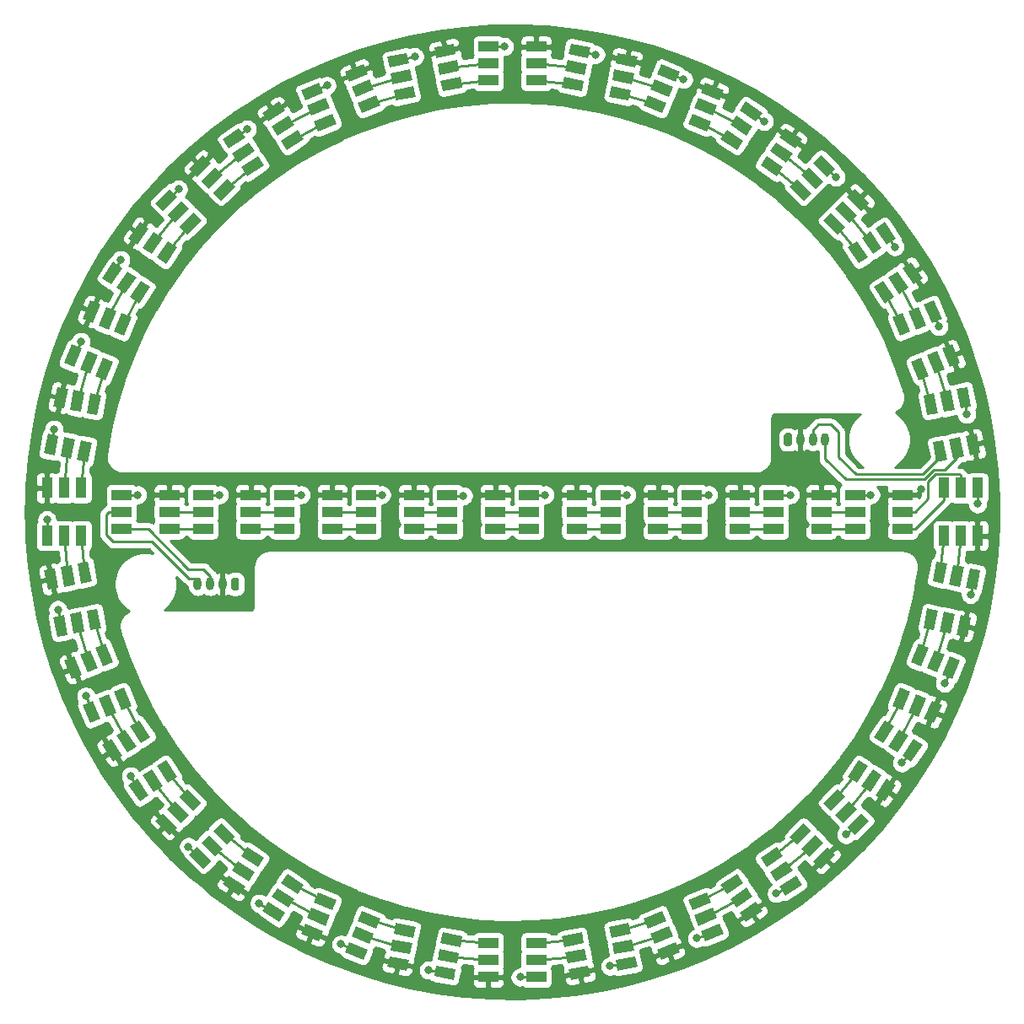
<source format=gbr>
%TF.GenerationSoftware,KiCad,Pcbnew,5.1.12-84ad8e8a86~92~ubuntu20.04.1*%
%TF.CreationDate,2021-11-26T14:05:01+01:00*%
%TF.ProjectId,led-ring-transom,6c65642d-7269-46e6-972d-7472616e736f,rev?*%
%TF.SameCoordinates,Original*%
%TF.FileFunction,Copper,L1,Top*%
%TF.FilePolarity,Positive*%
%FSLAX46Y46*%
G04 Gerber Fmt 4.6, Leading zero omitted, Abs format (unit mm)*
G04 Created by KiCad (PCBNEW 5.1.12-84ad8e8a86~92~ubuntu20.04.1) date 2021-11-26 14:05:01*
%MOMM*%
%LPD*%
G01*
G04 APERTURE LIST*
%TA.AperFunction,ComponentPad*%
%ADD10O,0.800000X1.300000*%
%TD*%
%TA.AperFunction,SMDPad,CuDef*%
%ADD11R,2.000000X1.100000*%
%TD*%
%TA.AperFunction,SMDPad,CuDef*%
%ADD12R,1.100000X2.000000*%
%TD*%
%TA.AperFunction,SMDPad,CuDef*%
%ADD13C,0.100000*%
%TD*%
%TA.AperFunction,ViaPad*%
%ADD14C,0.800000*%
%TD*%
%TA.AperFunction,Conductor*%
%ADD15C,0.250000*%
%TD*%
%TA.AperFunction,Conductor*%
%ADD16C,0.254000*%
%TD*%
%TA.AperFunction,Conductor*%
%ADD17C,0.100000*%
%TD*%
G04 APERTURE END LIST*
D10*
%TO.P,J_OUT1,4*%
%TO.N,COUT*%
X68430000Y-107250000D03*
%TO.P,J_OUT1,3*%
%TO.N,DOUT*%
X69680000Y-107250000D03*
%TO.P,J_OUT1,2*%
%TO.N,GND*%
X70930000Y-107250000D03*
%TO.P,J_OUT1,1*%
%TO.N,+5V*%
%TA.AperFunction,ComponentPad*%
G36*
G01*
X72580000Y-106800000D02*
X72580000Y-107700000D01*
G75*
G02*
X72380000Y-107900000I-200000J0D01*
G01*
X71980000Y-107900000D01*
G75*
G02*
X71780000Y-107700000I0J200000D01*
G01*
X71780000Y-106800000D01*
G75*
G02*
X71980000Y-106600000I200000J0D01*
G01*
X72380000Y-106600000D01*
G75*
G02*
X72580000Y-106800000I0J-200000D01*
G01*
G37*
%TD.AperFunction*%
%TD*%
%TO.P,J_IN1,4*%
%TO.N,CIN*%
X131430000Y-92750000D03*
%TO.P,J_IN1,3*%
%TO.N,DIN*%
X130180000Y-92750000D03*
%TO.P,J_IN1,2*%
%TO.N,GND*%
X128930000Y-92750000D03*
%TO.P,J_IN1,1*%
%TO.N,+5V*%
%TA.AperFunction,ComponentPad*%
G36*
G01*
X127280000Y-93200000D02*
X127280000Y-92300000D01*
G75*
G02*
X127480000Y-92100000I200000J0D01*
G01*
X127880000Y-92100000D01*
G75*
G02*
X128080000Y-92300000I0J-200000D01*
G01*
X128080000Y-93200000D01*
G75*
G02*
X127880000Y-93400000I-200000J0D01*
G01*
X127480000Y-93400000D01*
G75*
G02*
X127280000Y-93200000I0J200000D01*
G01*
G37*
%TD.AperFunction*%
%TD*%
D11*
%TO.P,D42,6*%
%TO.N,DOUT*%
X60780000Y-101700000D03*
%TO.P,D42,5*%
%TO.N,COUT*%
X60780000Y-100000000D03*
%TO.P,D42,4*%
%TO.N,+5V*%
X60780000Y-98300000D03*
%TO.P,D42,3*%
%TO.N,GND*%
X65580000Y-98300000D03*
%TO.P,D42,2*%
%TO.N,Net-(D41-Pad5)*%
X65580000Y-100000000D03*
%TO.P,D42,1*%
%TO.N,Net-(D41-Pad6)*%
X65580000Y-101700000D03*
%TD*%
%TO.P,D41,6*%
%TO.N,Net-(D41-Pad6)*%
X68960000Y-101700000D03*
%TO.P,D41,5*%
%TO.N,Net-(D41-Pad5)*%
X68960000Y-100000000D03*
%TO.P,D41,4*%
%TO.N,+5V*%
X68960000Y-98300000D03*
%TO.P,D41,3*%
%TO.N,GND*%
X73760000Y-98300000D03*
%TO.P,D41,2*%
%TO.N,Net-(D40-Pad5)*%
X73760000Y-100000000D03*
%TO.P,D41,1*%
%TO.N,Net-(D40-Pad6)*%
X73760000Y-101700000D03*
%TD*%
%TO.P,D40,6*%
%TO.N,Net-(D40-Pad6)*%
X77140000Y-101700000D03*
%TO.P,D40,5*%
%TO.N,Net-(D40-Pad5)*%
X77140000Y-100000000D03*
%TO.P,D40,4*%
%TO.N,+5V*%
X77140000Y-98300000D03*
%TO.P,D40,3*%
%TO.N,GND*%
X81940000Y-98300000D03*
%TO.P,D40,2*%
%TO.N,Net-(D39-Pad5)*%
X81940000Y-100000000D03*
%TO.P,D40,1*%
%TO.N,Net-(D39-Pad6)*%
X81940000Y-101700000D03*
%TD*%
%TO.P,D39,6*%
%TO.N,Net-(D39-Pad6)*%
X85320000Y-101700000D03*
%TO.P,D39,5*%
%TO.N,Net-(D39-Pad5)*%
X85320000Y-100000000D03*
%TO.P,D39,4*%
%TO.N,+5V*%
X85320000Y-98300000D03*
%TO.P,D39,3*%
%TO.N,GND*%
X90120000Y-98300000D03*
%TO.P,D39,2*%
%TO.N,Net-(D38-Pad5)*%
X90120000Y-100000000D03*
%TO.P,D39,1*%
%TO.N,Net-(D38-Pad6)*%
X90120000Y-101700000D03*
%TD*%
%TO.P,D38,6*%
%TO.N,Net-(D38-Pad6)*%
X93500000Y-101700000D03*
%TO.P,D38,5*%
%TO.N,Net-(D38-Pad5)*%
X93500000Y-100000000D03*
%TO.P,D38,4*%
%TO.N,+5V*%
X93500000Y-98300000D03*
%TO.P,D38,3*%
%TO.N,GND*%
X98300000Y-98300000D03*
%TO.P,D38,2*%
%TO.N,Net-(D37-Pad5)*%
X98300000Y-100000000D03*
%TO.P,D38,1*%
%TO.N,Net-(D37-Pad6)*%
X98300000Y-101700000D03*
%TD*%
%TO.P,D37,6*%
%TO.N,Net-(D37-Pad6)*%
X101680000Y-101700000D03*
%TO.P,D37,5*%
%TO.N,Net-(D37-Pad5)*%
X101680000Y-100000000D03*
%TO.P,D37,4*%
%TO.N,+5V*%
X101680000Y-98300000D03*
%TO.P,D37,3*%
%TO.N,GND*%
X106480000Y-98300000D03*
%TO.P,D37,2*%
%TO.N,Net-(D36-Pad5)*%
X106480000Y-100000000D03*
%TO.P,D37,1*%
%TO.N,Net-(D36-Pad6)*%
X106480000Y-101700000D03*
%TD*%
%TO.P,D36,6*%
%TO.N,Net-(D36-Pad6)*%
X109860000Y-101700000D03*
%TO.P,D36,5*%
%TO.N,Net-(D36-Pad5)*%
X109860000Y-100000000D03*
%TO.P,D36,4*%
%TO.N,+5V*%
X109860000Y-98300000D03*
%TO.P,D36,3*%
%TO.N,GND*%
X114660000Y-98300000D03*
%TO.P,D36,2*%
%TO.N,Net-(D35-Pad5)*%
X114660000Y-100000000D03*
%TO.P,D36,1*%
%TO.N,Net-(D35-Pad6)*%
X114660000Y-101700000D03*
%TD*%
%TO.P,D35,6*%
%TO.N,Net-(D35-Pad6)*%
X118040000Y-101700000D03*
%TO.P,D35,5*%
%TO.N,Net-(D35-Pad5)*%
X118040000Y-100000000D03*
%TO.P,D35,4*%
%TO.N,+5V*%
X118040000Y-98300000D03*
%TO.P,D35,3*%
%TO.N,GND*%
X122840000Y-98300000D03*
%TO.P,D35,2*%
%TO.N,Net-(D34-Pad5)*%
X122840000Y-100000000D03*
%TO.P,D35,1*%
%TO.N,Net-(D34-Pad6)*%
X122840000Y-101700000D03*
%TD*%
%TO.P,D34,6*%
%TO.N,Net-(D34-Pad6)*%
X126220000Y-101700000D03*
%TO.P,D34,5*%
%TO.N,Net-(D34-Pad5)*%
X126220000Y-100000000D03*
%TO.P,D34,4*%
%TO.N,+5V*%
X126220000Y-98300000D03*
%TO.P,D34,3*%
%TO.N,GND*%
X131020000Y-98300000D03*
%TO.P,D34,2*%
%TO.N,Net-(D33-Pad5)*%
X131020000Y-100000000D03*
%TO.P,D34,1*%
%TO.N,Net-(D33-Pad6)*%
X131020000Y-101700000D03*
%TD*%
%TO.P,D33,6*%
%TO.N,Net-(D33-Pad6)*%
X134400000Y-101700000D03*
%TO.P,D33,5*%
%TO.N,Net-(D33-Pad5)*%
X134400000Y-100000000D03*
%TO.P,D33,4*%
%TO.N,+5V*%
X134400000Y-98300000D03*
%TO.P,D33,3*%
%TO.N,GND*%
X139200000Y-98300000D03*
%TO.P,D33,2*%
%TO.N,Net-(D32-Pad5)*%
X139200000Y-100000000D03*
%TO.P,D33,1*%
%TO.N,Net-(D32-Pad6)*%
X139200000Y-101700000D03*
%TD*%
D12*
%TO.P,D32,6*%
%TO.N,Net-(D32-Pad6)*%
X143300000Y-97600000D03*
%TO.P,D32,5*%
%TO.N,Net-(D32-Pad5)*%
X145000000Y-97600000D03*
%TO.P,D32,4*%
%TO.N,+5V*%
X146700000Y-97600000D03*
%TO.P,D32,3*%
%TO.N,GND*%
X146700000Y-102400000D03*
%TO.P,D32,2*%
%TO.N,Net-(D31-Pad5)*%
X145000000Y-102400000D03*
%TO.P,D32,1*%
%TO.N,Net-(D31-Pad6)*%
X143300000Y-102400000D03*
%TD*%
%TA.AperFunction,SMDPad,CuDef*%
D13*
%TO.P,D31,6*%
%TO.N,Net-(D31-Pad6)*%
G36*
X143673510Y-105219572D02*
G01*
X143281618Y-107180801D01*
X142202942Y-106965260D01*
X142594834Y-105004031D01*
X143673510Y-105219572D01*
G37*
%TD.AperFunction*%
%TA.AperFunction,SMDPad,CuDef*%
%TO.P,D31,5*%
%TO.N,Net-(D31-Pad5)*%
G36*
X145340555Y-105552681D02*
G01*
X144948663Y-107513910D01*
X143869987Y-107298369D01*
X144261879Y-105337140D01*
X145340555Y-105552681D01*
G37*
%TD.AperFunction*%
%TA.AperFunction,SMDPad,CuDef*%
%TO.P,D31,4*%
%TO.N,+5V*%
G36*
X147007600Y-105885789D02*
G01*
X146615708Y-107847018D01*
X145537032Y-107631477D01*
X145928924Y-105670248D01*
X147007600Y-105885789D01*
G37*
%TD.AperFunction*%
%TA.AperFunction,SMDPad,CuDef*%
%TO.P,D31,3*%
%TO.N,GND*%
G36*
X146067058Y-110592740D02*
G01*
X145675166Y-112553969D01*
X144596490Y-112338428D01*
X144988382Y-110377199D01*
X146067058Y-110592740D01*
G37*
%TD.AperFunction*%
%TA.AperFunction,SMDPad,CuDef*%
%TO.P,D31,2*%
%TO.N,Net-(D30-Pad5)*%
G36*
X144400013Y-110259631D02*
G01*
X144008121Y-112220860D01*
X142929445Y-112005319D01*
X143321337Y-110044090D01*
X144400013Y-110259631D01*
G37*
%TD.AperFunction*%
%TA.AperFunction,SMDPad,CuDef*%
%TO.P,D31,1*%
%TO.N,Net-(D30-Pad6)*%
G36*
X142732968Y-109926523D02*
G01*
X142341076Y-111887752D01*
X141262400Y-111672211D01*
X141654292Y-109710982D01*
X142732968Y-109926523D01*
G37*
%TD.AperFunction*%
%TD*%
%TA.AperFunction,SMDPad,CuDef*%
%TO.P,D30,6*%
%TO.N,Net-(D30-Pad6)*%
G36*
X141813662Y-113639723D02*
G01*
X141048295Y-115487482D01*
X140032028Y-115066531D01*
X140797395Y-113218772D01*
X141813662Y-113639723D01*
G37*
%TD.AperFunction*%
%TA.AperFunction,SMDPad,CuDef*%
%TO.P,D30,5*%
%TO.N,Net-(D30-Pad5)*%
G36*
X143384257Y-114290285D02*
G01*
X142618890Y-116138044D01*
X141602623Y-115717093D01*
X142367990Y-113869334D01*
X143384257Y-114290285D01*
G37*
%TD.AperFunction*%
%TA.AperFunction,SMDPad,CuDef*%
%TO.P,D30,4*%
%TO.N,+5V*%
G36*
X144954852Y-114940847D02*
G01*
X144189485Y-116788606D01*
X143173218Y-116367655D01*
X143938585Y-114519896D01*
X144954852Y-114940847D01*
G37*
%TD.AperFunction*%
%TA.AperFunction,SMDPad,CuDef*%
%TO.P,D30,3*%
%TO.N,GND*%
G36*
X143117972Y-119375469D02*
G01*
X142352605Y-121223228D01*
X141336338Y-120802277D01*
X142101705Y-118954518D01*
X143117972Y-119375469D01*
G37*
%TD.AperFunction*%
%TA.AperFunction,SMDPad,CuDef*%
%TO.P,D30,2*%
%TO.N,Net-(D29-Pad5)*%
G36*
X141547377Y-118724907D02*
G01*
X140782010Y-120572666D01*
X139765743Y-120151715D01*
X140531110Y-118303956D01*
X141547377Y-118724907D01*
G37*
%TD.AperFunction*%
%TA.AperFunction,SMDPad,CuDef*%
%TO.P,D30,1*%
%TO.N,Net-(D29-Pad6)*%
G36*
X139976782Y-118074345D02*
G01*
X139211415Y-119922104D01*
X138195148Y-119501153D01*
X138960515Y-117653394D01*
X139976782Y-118074345D01*
G37*
%TD.AperFunction*%
%TD*%
%TA.AperFunction,SMDPad,CuDef*%
%TO.P,D29,6*%
%TO.N,Net-(D29-Pad6)*%
G36*
X138351773Y-121535913D02*
G01*
X137239182Y-123197882D01*
X136325099Y-122585957D01*
X137437690Y-120923988D01*
X138351773Y-121535913D01*
G37*
%TD.AperFunction*%
%TA.AperFunction,SMDPad,CuDef*%
%TO.P,D29,5*%
%TO.N,Net-(D29-Pad5)*%
G36*
X139764446Y-122481615D02*
G01*
X138651855Y-124143584D01*
X137737772Y-123531659D01*
X138850363Y-121869690D01*
X139764446Y-122481615D01*
G37*
%TD.AperFunction*%
%TA.AperFunction,SMDPad,CuDef*%
%TO.P,D29,4*%
%TO.N,+5V*%
G36*
X141177120Y-123427318D02*
G01*
X140064529Y-125089287D01*
X139150446Y-124477362D01*
X140263037Y-122815393D01*
X141177120Y-123427318D01*
G37*
%TD.AperFunction*%
%TA.AperFunction,SMDPad,CuDef*%
%TO.P,D29,3*%
%TO.N,GND*%
G36*
X138506901Y-127416043D02*
G01*
X137394310Y-129078012D01*
X136480227Y-128466087D01*
X137592818Y-126804118D01*
X138506901Y-127416043D01*
G37*
%TD.AperFunction*%
%TA.AperFunction,SMDPad,CuDef*%
%TO.P,D29,2*%
%TO.N,Net-(D28-Pad5)*%
G36*
X137094228Y-126470341D02*
G01*
X135981637Y-128132310D01*
X135067554Y-127520385D01*
X136180145Y-125858416D01*
X137094228Y-126470341D01*
G37*
%TD.AperFunction*%
%TA.AperFunction,SMDPad,CuDef*%
%TO.P,D29,1*%
%TO.N,Net-(D28-Pad6)*%
G36*
X135681554Y-125524638D02*
G01*
X134568963Y-127186607D01*
X133654880Y-126574682D01*
X134767471Y-124912713D01*
X135681554Y-125524638D01*
G37*
%TD.AperFunction*%
%TD*%
%TA.AperFunction,SMDPad,CuDef*%
%TO.P,D28,6*%
%TO.N,Net-(D28-Pad6)*%
G36*
X133410991Y-128602664D02*
G01*
X131996777Y-130016878D01*
X131218959Y-129239060D01*
X132633173Y-127824846D01*
X133410991Y-128602664D01*
G37*
%TD.AperFunction*%
%TA.AperFunction,SMDPad,CuDef*%
%TO.P,D28,5*%
%TO.N,Net-(D28-Pad5)*%
G36*
X134613072Y-129804746D02*
G01*
X133198858Y-131218960D01*
X132421040Y-130441142D01*
X133835254Y-129026928D01*
X134613072Y-129804746D01*
G37*
%TD.AperFunction*%
%TA.AperFunction,SMDPad,CuDef*%
%TO.P,D28,4*%
%TO.N,+5V*%
G36*
X135815154Y-131006827D02*
G01*
X134400940Y-132421041D01*
X133623122Y-131643223D01*
X135037336Y-130229009D01*
X135815154Y-131006827D01*
G37*
%TD.AperFunction*%
%TA.AperFunction,SMDPad,CuDef*%
%TO.P,D28,3*%
%TO.N,GND*%
G36*
X132421041Y-134400940D02*
G01*
X131006827Y-135815154D01*
X130229009Y-135037336D01*
X131643223Y-133623122D01*
X132421041Y-134400940D01*
G37*
%TD.AperFunction*%
%TA.AperFunction,SMDPad,CuDef*%
%TO.P,D28,2*%
%TO.N,Net-(D27-Pad5)*%
G36*
X131218960Y-133198858D02*
G01*
X129804746Y-134613072D01*
X129026928Y-133835254D01*
X130441142Y-132421040D01*
X131218960Y-133198858D01*
G37*
%TD.AperFunction*%
%TA.AperFunction,SMDPad,CuDef*%
%TO.P,D28,1*%
%TO.N,Net-(D27-Pad6)*%
G36*
X130016878Y-131996777D02*
G01*
X128602664Y-133410991D01*
X127824846Y-132633173D01*
X129239060Y-131218959D01*
X130016878Y-131996777D01*
G37*
%TD.AperFunction*%
%TD*%
%TA.AperFunction,SMDPad,CuDef*%
%TO.P,D27,6*%
%TO.N,Net-(D27-Pad6)*%
G36*
X127191573Y-134572781D02*
G01*
X125527664Y-135682470D01*
X124917335Y-134767321D01*
X126581244Y-133657632D01*
X127191573Y-134572781D01*
G37*
%TD.AperFunction*%
%TA.AperFunction,SMDPad,CuDef*%
%TO.P,D27,5*%
%TO.N,Net-(D27-Pad5)*%
G36*
X128134809Y-135987103D02*
G01*
X126470900Y-137096792D01*
X125860571Y-136181643D01*
X127524480Y-135071954D01*
X128134809Y-135987103D01*
G37*
%TD.AperFunction*%
%TA.AperFunction,SMDPad,CuDef*%
%TO.P,D27,4*%
%TO.N,+5V*%
G36*
X129078044Y-137401425D02*
G01*
X127414135Y-138511114D01*
X126803806Y-137595965D01*
X128467715Y-136486276D01*
X129078044Y-137401425D01*
G37*
%TD.AperFunction*%
%TA.AperFunction,SMDPad,CuDef*%
%TO.P,D27,3*%
%TO.N,GND*%
G36*
X125084665Y-140064679D02*
G01*
X123420756Y-141174368D01*
X122810427Y-140259219D01*
X124474336Y-139149530D01*
X125084665Y-140064679D01*
G37*
%TD.AperFunction*%
%TA.AperFunction,SMDPad,CuDef*%
%TO.P,D27,2*%
%TO.N,Net-(D26-Pad5)*%
G36*
X124141429Y-138650357D02*
G01*
X122477520Y-139760046D01*
X121867191Y-138844897D01*
X123531100Y-137735208D01*
X124141429Y-138650357D01*
G37*
%TD.AperFunction*%
%TA.AperFunction,SMDPad,CuDef*%
%TO.P,D27,1*%
%TO.N,Net-(D26-Pad6)*%
G36*
X123198194Y-137236035D02*
G01*
X121534285Y-138345724D01*
X120923956Y-137430575D01*
X122587865Y-136320886D01*
X123198194Y-137236035D01*
G37*
%TD.AperFunction*%
%TD*%
%TA.AperFunction,SMDPad,CuDef*%
%TO.P,D26,6*%
%TO.N,Net-(D26-Pad6)*%
G36*
X119922104Y-139211415D02*
G01*
X118074345Y-139976782D01*
X117653394Y-138960515D01*
X119501153Y-138195148D01*
X119922104Y-139211415D01*
G37*
%TD.AperFunction*%
%TA.AperFunction,SMDPad,CuDef*%
%TO.P,D26,5*%
%TO.N,Net-(D26-Pad5)*%
G36*
X120572666Y-140782010D02*
G01*
X118724907Y-141547377D01*
X118303956Y-140531110D01*
X120151715Y-139765743D01*
X120572666Y-140782010D01*
G37*
%TD.AperFunction*%
%TA.AperFunction,SMDPad,CuDef*%
%TO.P,D26,4*%
%TO.N,+5V*%
G36*
X121223228Y-142352605D02*
G01*
X119375469Y-143117972D01*
X118954518Y-142101705D01*
X120802277Y-141336338D01*
X121223228Y-142352605D01*
G37*
%TD.AperFunction*%
%TA.AperFunction,SMDPad,CuDef*%
%TO.P,D26,3*%
%TO.N,GND*%
G36*
X116788606Y-144189485D02*
G01*
X114940847Y-144954852D01*
X114519896Y-143938585D01*
X116367655Y-143173218D01*
X116788606Y-144189485D01*
G37*
%TD.AperFunction*%
%TA.AperFunction,SMDPad,CuDef*%
%TO.P,D26,2*%
%TO.N,Net-(D25-Pad5)*%
G36*
X116138044Y-142618890D02*
G01*
X114290285Y-143384257D01*
X113869334Y-142367990D01*
X115717093Y-141602623D01*
X116138044Y-142618890D01*
G37*
%TD.AperFunction*%
%TA.AperFunction,SMDPad,CuDef*%
%TO.P,D26,1*%
%TO.N,Net-(D25-Pad6)*%
G36*
X115487482Y-141048295D02*
G01*
X113639723Y-141813662D01*
X113218772Y-140797395D01*
X115066531Y-140032028D01*
X115487482Y-141048295D01*
G37*
%TD.AperFunction*%
%TD*%
%TA.AperFunction,SMDPad,CuDef*%
%TO.P,D25,6*%
%TO.N,Net-(D25-Pad6)*%
G36*
X111890878Y-142346505D02*
G01*
X109928968Y-142734974D01*
X109715310Y-141655923D01*
X111677220Y-141267454D01*
X111890878Y-142346505D01*
G37*
%TD.AperFunction*%
%TA.AperFunction,SMDPad,CuDef*%
%TO.P,D25,5*%
%TO.N,Net-(D25-Pad5)*%
G36*
X112221076Y-144014129D02*
G01*
X110259166Y-144402598D01*
X110045508Y-143323547D01*
X112007418Y-142935078D01*
X112221076Y-144014129D01*
G37*
%TD.AperFunction*%
%TA.AperFunction,SMDPad,CuDef*%
%TO.P,D25,4*%
%TO.N,+5V*%
G36*
X112551275Y-145681752D02*
G01*
X110589365Y-146070221D01*
X110375707Y-144991170D01*
X112337617Y-144602701D01*
X112551275Y-145681752D01*
G37*
%TD.AperFunction*%
%TA.AperFunction,SMDPad,CuDef*%
%TO.P,D25,3*%
%TO.N,GND*%
G36*
X107842690Y-146614077D02*
G01*
X105880780Y-147002546D01*
X105667122Y-145923495D01*
X107629032Y-145535026D01*
X107842690Y-146614077D01*
G37*
%TD.AperFunction*%
%TA.AperFunction,SMDPad,CuDef*%
%TO.P,D25,2*%
%TO.N,Net-(D24-Pad5)*%
G36*
X107512492Y-144946453D02*
G01*
X105550582Y-145334922D01*
X105336924Y-144255871D01*
X107298834Y-143867402D01*
X107512492Y-144946453D01*
G37*
%TD.AperFunction*%
%TA.AperFunction,SMDPad,CuDef*%
%TO.P,D25,1*%
%TO.N,Net-(D24-Pad6)*%
G36*
X107182293Y-143278830D02*
G01*
X105220383Y-143667299D01*
X105006725Y-142588248D01*
X106968635Y-142199779D01*
X107182293Y-143278830D01*
G37*
%TD.AperFunction*%
%TD*%
D11*
%TO.P,D24,6*%
%TO.N,Net-(D24-Pad6)*%
X102400000Y-143300000D03*
%TO.P,D24,5*%
%TO.N,Net-(D24-Pad5)*%
X102400000Y-145000000D03*
%TO.P,D24,4*%
%TO.N,+5V*%
X102400000Y-146700000D03*
%TO.P,D24,3*%
%TO.N,GND*%
X97600000Y-146700000D03*
%TO.P,D24,2*%
%TO.N,Net-(D23-Pad5)*%
X97600000Y-145000000D03*
%TO.P,D24,1*%
%TO.N,Net-(D23-Pad6)*%
X97600000Y-143300000D03*
%TD*%
%TA.AperFunction,SMDPad,CuDef*%
D13*
%TO.P,D23,6*%
%TO.N,Net-(D23-Pad6)*%
G36*
X94780428Y-143673510D02*
G01*
X92819199Y-143281618D01*
X93034740Y-142202942D01*
X94995969Y-142594834D01*
X94780428Y-143673510D01*
G37*
%TD.AperFunction*%
%TA.AperFunction,SMDPad,CuDef*%
%TO.P,D23,5*%
%TO.N,Net-(D23-Pad5)*%
G36*
X94447319Y-145340555D02*
G01*
X92486090Y-144948663D01*
X92701631Y-143869987D01*
X94662860Y-144261879D01*
X94447319Y-145340555D01*
G37*
%TD.AperFunction*%
%TA.AperFunction,SMDPad,CuDef*%
%TO.P,D23,4*%
%TO.N,+5V*%
G36*
X94114211Y-147007600D02*
G01*
X92152982Y-146615708D01*
X92368523Y-145537032D01*
X94329752Y-145928924D01*
X94114211Y-147007600D01*
G37*
%TD.AperFunction*%
%TA.AperFunction,SMDPad,CuDef*%
%TO.P,D23,3*%
%TO.N,GND*%
G36*
X89407260Y-146067058D02*
G01*
X87446031Y-145675166D01*
X87661572Y-144596490D01*
X89622801Y-144988382D01*
X89407260Y-146067058D01*
G37*
%TD.AperFunction*%
%TA.AperFunction,SMDPad,CuDef*%
%TO.P,D23,2*%
%TO.N,Net-(D22-Pad5)*%
G36*
X89740369Y-144400013D02*
G01*
X87779140Y-144008121D01*
X87994681Y-142929445D01*
X89955910Y-143321337D01*
X89740369Y-144400013D01*
G37*
%TD.AperFunction*%
%TA.AperFunction,SMDPad,CuDef*%
%TO.P,D23,1*%
%TO.N,Net-(D22-Pad6)*%
G36*
X90073477Y-142732968D02*
G01*
X88112248Y-142341076D01*
X88327789Y-141262400D01*
X90289018Y-141654292D01*
X90073477Y-142732968D01*
G37*
%TD.AperFunction*%
%TD*%
%TA.AperFunction,SMDPad,CuDef*%
%TO.P,D22,6*%
%TO.N,Net-(D22-Pad6)*%
G36*
X86360277Y-141813662D02*
G01*
X84512518Y-141048295D01*
X84933469Y-140032028D01*
X86781228Y-140797395D01*
X86360277Y-141813662D01*
G37*
%TD.AperFunction*%
%TA.AperFunction,SMDPad,CuDef*%
%TO.P,D22,5*%
%TO.N,Net-(D22-Pad5)*%
G36*
X85709715Y-143384257D02*
G01*
X83861956Y-142618890D01*
X84282907Y-141602623D01*
X86130666Y-142367990D01*
X85709715Y-143384257D01*
G37*
%TD.AperFunction*%
%TA.AperFunction,SMDPad,CuDef*%
%TO.P,D22,4*%
%TO.N,+5V*%
G36*
X85059153Y-144954852D02*
G01*
X83211394Y-144189485D01*
X83632345Y-143173218D01*
X85480104Y-143938585D01*
X85059153Y-144954852D01*
G37*
%TD.AperFunction*%
%TA.AperFunction,SMDPad,CuDef*%
%TO.P,D22,3*%
%TO.N,GND*%
G36*
X80624531Y-143117972D02*
G01*
X78776772Y-142352605D01*
X79197723Y-141336338D01*
X81045482Y-142101705D01*
X80624531Y-143117972D01*
G37*
%TD.AperFunction*%
%TA.AperFunction,SMDPad,CuDef*%
%TO.P,D22,2*%
%TO.N,Net-(D21-Pad5)*%
G36*
X81275093Y-141547377D02*
G01*
X79427334Y-140782010D01*
X79848285Y-139765743D01*
X81696044Y-140531110D01*
X81275093Y-141547377D01*
G37*
%TD.AperFunction*%
%TA.AperFunction,SMDPad,CuDef*%
%TO.P,D22,1*%
%TO.N,Net-(D21-Pad6)*%
G36*
X81925655Y-139976782D02*
G01*
X80077896Y-139211415D01*
X80498847Y-138195148D01*
X82346606Y-138960515D01*
X81925655Y-139976782D01*
G37*
%TD.AperFunction*%
%TD*%
%TA.AperFunction,SMDPad,CuDef*%
%TO.P,D21,6*%
%TO.N,Net-(D21-Pad6)*%
G36*
X78464087Y-138351773D02*
G01*
X76802118Y-137239182D01*
X77414043Y-136325099D01*
X79076012Y-137437690D01*
X78464087Y-138351773D01*
G37*
%TD.AperFunction*%
%TA.AperFunction,SMDPad,CuDef*%
%TO.P,D21,5*%
%TO.N,Net-(D21-Pad5)*%
G36*
X77518385Y-139764446D02*
G01*
X75856416Y-138651855D01*
X76468341Y-137737772D01*
X78130310Y-138850363D01*
X77518385Y-139764446D01*
G37*
%TD.AperFunction*%
%TA.AperFunction,SMDPad,CuDef*%
%TO.P,D21,4*%
%TO.N,+5V*%
G36*
X76572682Y-141177120D02*
G01*
X74910713Y-140064529D01*
X75522638Y-139150446D01*
X77184607Y-140263037D01*
X76572682Y-141177120D01*
G37*
%TD.AperFunction*%
%TA.AperFunction,SMDPad,CuDef*%
%TO.P,D21,3*%
%TO.N,GND*%
G36*
X72583957Y-138506901D02*
G01*
X70921988Y-137394310D01*
X71533913Y-136480227D01*
X73195882Y-137592818D01*
X72583957Y-138506901D01*
G37*
%TD.AperFunction*%
%TA.AperFunction,SMDPad,CuDef*%
%TO.P,D21,2*%
%TO.N,Net-(D20-Pad5)*%
G36*
X73529659Y-137094228D02*
G01*
X71867690Y-135981637D01*
X72479615Y-135067554D01*
X74141584Y-136180145D01*
X73529659Y-137094228D01*
G37*
%TD.AperFunction*%
%TA.AperFunction,SMDPad,CuDef*%
%TO.P,D21,1*%
%TO.N,Net-(D20-Pad6)*%
G36*
X74475362Y-135681554D02*
G01*
X72813393Y-134568963D01*
X73425318Y-133654880D01*
X75087287Y-134767471D01*
X74475362Y-135681554D01*
G37*
%TD.AperFunction*%
%TD*%
%TA.AperFunction,SMDPad,CuDef*%
%TO.P,D20,6*%
%TO.N,Net-(D20-Pad6)*%
G36*
X71397336Y-133410991D02*
G01*
X69983122Y-131996777D01*
X70760940Y-131218959D01*
X72175154Y-132633173D01*
X71397336Y-133410991D01*
G37*
%TD.AperFunction*%
%TA.AperFunction,SMDPad,CuDef*%
%TO.P,D20,5*%
%TO.N,Net-(D20-Pad5)*%
G36*
X70195254Y-134613072D02*
G01*
X68781040Y-133198858D01*
X69558858Y-132421040D01*
X70973072Y-133835254D01*
X70195254Y-134613072D01*
G37*
%TD.AperFunction*%
%TA.AperFunction,SMDPad,CuDef*%
%TO.P,D20,4*%
%TO.N,+5V*%
G36*
X68993173Y-135815154D02*
G01*
X67578959Y-134400940D01*
X68356777Y-133623122D01*
X69770991Y-135037336D01*
X68993173Y-135815154D01*
G37*
%TD.AperFunction*%
%TA.AperFunction,SMDPad,CuDef*%
%TO.P,D20,3*%
%TO.N,GND*%
G36*
X65599060Y-132421041D02*
G01*
X64184846Y-131006827D01*
X64962664Y-130229009D01*
X66376878Y-131643223D01*
X65599060Y-132421041D01*
G37*
%TD.AperFunction*%
%TA.AperFunction,SMDPad,CuDef*%
%TO.P,D20,2*%
%TO.N,Net-(D19-Pad5)*%
G36*
X66801142Y-131218960D02*
G01*
X65386928Y-129804746D01*
X66164746Y-129026928D01*
X67578960Y-130441142D01*
X66801142Y-131218960D01*
G37*
%TD.AperFunction*%
%TA.AperFunction,SMDPad,CuDef*%
%TO.P,D20,1*%
%TO.N,Net-(D19-Pad6)*%
G36*
X68003223Y-130016878D02*
G01*
X66589009Y-128602664D01*
X67366827Y-127824846D01*
X68781041Y-129239060D01*
X68003223Y-130016878D01*
G37*
%TD.AperFunction*%
%TD*%
%TA.AperFunction,SMDPad,CuDef*%
%TO.P,D19,6*%
%TO.N,Net-(D19-Pad6)*%
G36*
X65427219Y-127191573D02*
G01*
X64317530Y-125527664D01*
X65232679Y-124917335D01*
X66342368Y-126581244D01*
X65427219Y-127191573D01*
G37*
%TD.AperFunction*%
%TA.AperFunction,SMDPad,CuDef*%
%TO.P,D19,5*%
%TO.N,Net-(D19-Pad5)*%
G36*
X64012897Y-128134809D02*
G01*
X62903208Y-126470900D01*
X63818357Y-125860571D01*
X64928046Y-127524480D01*
X64012897Y-128134809D01*
G37*
%TD.AperFunction*%
%TA.AperFunction,SMDPad,CuDef*%
%TO.P,D19,4*%
%TO.N,+5V*%
G36*
X62598575Y-129078044D02*
G01*
X61488886Y-127414135D01*
X62404035Y-126803806D01*
X63513724Y-128467715D01*
X62598575Y-129078044D01*
G37*
%TD.AperFunction*%
%TA.AperFunction,SMDPad,CuDef*%
%TO.P,D19,3*%
%TO.N,GND*%
G36*
X59935321Y-125084665D02*
G01*
X58825632Y-123420756D01*
X59740781Y-122810427D01*
X60850470Y-124474336D01*
X59935321Y-125084665D01*
G37*
%TD.AperFunction*%
%TA.AperFunction,SMDPad,CuDef*%
%TO.P,D19,2*%
%TO.N,Net-(D18-Pad5)*%
G36*
X61349643Y-124141429D02*
G01*
X60239954Y-122477520D01*
X61155103Y-121867191D01*
X62264792Y-123531100D01*
X61349643Y-124141429D01*
G37*
%TD.AperFunction*%
%TA.AperFunction,SMDPad,CuDef*%
%TO.P,D19,1*%
%TO.N,Net-(D18-Pad6)*%
G36*
X62763965Y-123198194D02*
G01*
X61654276Y-121534285D01*
X62569425Y-120923956D01*
X63679114Y-122587865D01*
X62763965Y-123198194D01*
G37*
%TD.AperFunction*%
%TD*%
%TA.AperFunction,SMDPad,CuDef*%
%TO.P,D18,6*%
%TO.N,Net-(D18-Pad6)*%
G36*
X60788585Y-119922104D02*
G01*
X60023218Y-118074345D01*
X61039485Y-117653394D01*
X61804852Y-119501153D01*
X60788585Y-119922104D01*
G37*
%TD.AperFunction*%
%TA.AperFunction,SMDPad,CuDef*%
%TO.P,D18,5*%
%TO.N,Net-(D18-Pad5)*%
G36*
X59217990Y-120572666D02*
G01*
X58452623Y-118724907D01*
X59468890Y-118303956D01*
X60234257Y-120151715D01*
X59217990Y-120572666D01*
G37*
%TD.AperFunction*%
%TA.AperFunction,SMDPad,CuDef*%
%TO.P,D18,4*%
%TO.N,+5V*%
G36*
X57647395Y-121223228D02*
G01*
X56882028Y-119375469D01*
X57898295Y-118954518D01*
X58663662Y-120802277D01*
X57647395Y-121223228D01*
G37*
%TD.AperFunction*%
%TA.AperFunction,SMDPad,CuDef*%
%TO.P,D18,3*%
%TO.N,GND*%
G36*
X55810515Y-116788606D02*
G01*
X55045148Y-114940847D01*
X56061415Y-114519896D01*
X56826782Y-116367655D01*
X55810515Y-116788606D01*
G37*
%TD.AperFunction*%
%TA.AperFunction,SMDPad,CuDef*%
%TO.P,D18,2*%
%TO.N,Net-(D17-Pad5)*%
G36*
X57381110Y-116138044D02*
G01*
X56615743Y-114290285D01*
X57632010Y-113869334D01*
X58397377Y-115717093D01*
X57381110Y-116138044D01*
G37*
%TD.AperFunction*%
%TA.AperFunction,SMDPad,CuDef*%
%TO.P,D18,1*%
%TO.N,Net-(D17-Pad6)*%
G36*
X58951705Y-115487482D02*
G01*
X58186338Y-113639723D01*
X59202605Y-113218772D01*
X59967972Y-115066531D01*
X58951705Y-115487482D01*
G37*
%TD.AperFunction*%
%TD*%
%TA.AperFunction,SMDPad,CuDef*%
%TO.P,D17,6*%
%TO.N,Net-(D17-Pad6)*%
G36*
X57653495Y-111890878D02*
G01*
X57265026Y-109928968D01*
X58344077Y-109715310D01*
X58732546Y-111677220D01*
X57653495Y-111890878D01*
G37*
%TD.AperFunction*%
%TA.AperFunction,SMDPad,CuDef*%
%TO.P,D17,5*%
%TO.N,Net-(D17-Pad5)*%
G36*
X55985871Y-112221076D02*
G01*
X55597402Y-110259166D01*
X56676453Y-110045508D01*
X57064922Y-112007418D01*
X55985871Y-112221076D01*
G37*
%TD.AperFunction*%
%TA.AperFunction,SMDPad,CuDef*%
%TO.P,D17,4*%
%TO.N,+5V*%
G36*
X54318248Y-112551275D02*
G01*
X53929779Y-110589365D01*
X55008830Y-110375707D01*
X55397299Y-112337617D01*
X54318248Y-112551275D01*
G37*
%TD.AperFunction*%
%TA.AperFunction,SMDPad,CuDef*%
%TO.P,D17,3*%
%TO.N,GND*%
G36*
X53385923Y-107842690D02*
G01*
X52997454Y-105880780D01*
X54076505Y-105667122D01*
X54464974Y-107629032D01*
X53385923Y-107842690D01*
G37*
%TD.AperFunction*%
%TA.AperFunction,SMDPad,CuDef*%
%TO.P,D17,2*%
%TO.N,Net-(D16-Pad5)*%
G36*
X55053547Y-107512492D02*
G01*
X54665078Y-105550582D01*
X55744129Y-105336924D01*
X56132598Y-107298834D01*
X55053547Y-107512492D01*
G37*
%TD.AperFunction*%
%TA.AperFunction,SMDPad,CuDef*%
%TO.P,D17,1*%
%TO.N,Net-(D16-Pad6)*%
G36*
X56721170Y-107182293D02*
G01*
X56332701Y-105220383D01*
X57411752Y-105006725D01*
X57800221Y-106968635D01*
X56721170Y-107182293D01*
G37*
%TD.AperFunction*%
%TD*%
D12*
%TO.P,D16,6*%
%TO.N,Net-(D16-Pad6)*%
X56700000Y-102400000D03*
%TO.P,D16,5*%
%TO.N,Net-(D16-Pad5)*%
X55000000Y-102400000D03*
%TO.P,D16,4*%
%TO.N,+5V*%
X53300000Y-102400000D03*
%TO.P,D16,3*%
%TO.N,GND*%
X53300000Y-97600000D03*
%TO.P,D16,2*%
%TO.N,Net-(D15-Pad5)*%
X55000000Y-97600000D03*
%TO.P,D16,1*%
%TO.N,Net-(D15-Pad6)*%
X56700000Y-97600000D03*
%TD*%
%TA.AperFunction,SMDPad,CuDef*%
D13*
%TO.P,D15,6*%
%TO.N,Net-(D15-Pad6)*%
G36*
X56326490Y-94780428D02*
G01*
X56718382Y-92819199D01*
X57797058Y-93034740D01*
X57405166Y-94995969D01*
X56326490Y-94780428D01*
G37*
%TD.AperFunction*%
%TA.AperFunction,SMDPad,CuDef*%
%TO.P,D15,5*%
%TO.N,Net-(D15-Pad5)*%
G36*
X54659445Y-94447319D02*
G01*
X55051337Y-92486090D01*
X56130013Y-92701631D01*
X55738121Y-94662860D01*
X54659445Y-94447319D01*
G37*
%TD.AperFunction*%
%TA.AperFunction,SMDPad,CuDef*%
%TO.P,D15,4*%
%TO.N,+5V*%
G36*
X52992400Y-94114211D02*
G01*
X53384292Y-92152982D01*
X54462968Y-92368523D01*
X54071076Y-94329752D01*
X52992400Y-94114211D01*
G37*
%TD.AperFunction*%
%TA.AperFunction,SMDPad,CuDef*%
%TO.P,D15,3*%
%TO.N,GND*%
G36*
X53932942Y-89407260D02*
G01*
X54324834Y-87446031D01*
X55403510Y-87661572D01*
X55011618Y-89622801D01*
X53932942Y-89407260D01*
G37*
%TD.AperFunction*%
%TA.AperFunction,SMDPad,CuDef*%
%TO.P,D15,2*%
%TO.N,Net-(D14-Pad5)*%
G36*
X55599987Y-89740369D02*
G01*
X55991879Y-87779140D01*
X57070555Y-87994681D01*
X56678663Y-89955910D01*
X55599987Y-89740369D01*
G37*
%TD.AperFunction*%
%TA.AperFunction,SMDPad,CuDef*%
%TO.P,D15,1*%
%TO.N,Net-(D14-Pad6)*%
G36*
X57267032Y-90073477D02*
G01*
X57658924Y-88112248D01*
X58737600Y-88327789D01*
X58345708Y-90289018D01*
X57267032Y-90073477D01*
G37*
%TD.AperFunction*%
%TD*%
%TA.AperFunction,SMDPad,CuDef*%
%TO.P,D14,6*%
%TO.N,Net-(D14-Pad6)*%
G36*
X58186338Y-86360277D02*
G01*
X58951705Y-84512518D01*
X59967972Y-84933469D01*
X59202605Y-86781228D01*
X58186338Y-86360277D01*
G37*
%TD.AperFunction*%
%TA.AperFunction,SMDPad,CuDef*%
%TO.P,D14,5*%
%TO.N,Net-(D14-Pad5)*%
G36*
X56615743Y-85709715D02*
G01*
X57381110Y-83861956D01*
X58397377Y-84282907D01*
X57632010Y-86130666D01*
X56615743Y-85709715D01*
G37*
%TD.AperFunction*%
%TA.AperFunction,SMDPad,CuDef*%
%TO.P,D14,4*%
%TO.N,+5V*%
G36*
X55045148Y-85059153D02*
G01*
X55810515Y-83211394D01*
X56826782Y-83632345D01*
X56061415Y-85480104D01*
X55045148Y-85059153D01*
G37*
%TD.AperFunction*%
%TA.AperFunction,SMDPad,CuDef*%
%TO.P,D14,3*%
%TO.N,GND*%
G36*
X56882028Y-80624531D02*
G01*
X57647395Y-78776772D01*
X58663662Y-79197723D01*
X57898295Y-81045482D01*
X56882028Y-80624531D01*
G37*
%TD.AperFunction*%
%TA.AperFunction,SMDPad,CuDef*%
%TO.P,D14,2*%
%TO.N,Net-(D13-Pad5)*%
G36*
X58452623Y-81275093D02*
G01*
X59217990Y-79427334D01*
X60234257Y-79848285D01*
X59468890Y-81696044D01*
X58452623Y-81275093D01*
G37*
%TD.AperFunction*%
%TA.AperFunction,SMDPad,CuDef*%
%TO.P,D14,1*%
%TO.N,Net-(D13-Pad6)*%
G36*
X60023218Y-81925655D02*
G01*
X60788585Y-80077896D01*
X61804852Y-80498847D01*
X61039485Y-82346606D01*
X60023218Y-81925655D01*
G37*
%TD.AperFunction*%
%TD*%
%TA.AperFunction,SMDPad,CuDef*%
%TO.P,D13,6*%
%TO.N,Net-(D13-Pad6)*%
G36*
X61648227Y-78464087D02*
G01*
X62760818Y-76802118D01*
X63674901Y-77414043D01*
X62562310Y-79076012D01*
X61648227Y-78464087D01*
G37*
%TD.AperFunction*%
%TA.AperFunction,SMDPad,CuDef*%
%TO.P,D13,5*%
%TO.N,Net-(D13-Pad5)*%
G36*
X60235554Y-77518385D02*
G01*
X61348145Y-75856416D01*
X62262228Y-76468341D01*
X61149637Y-78130310D01*
X60235554Y-77518385D01*
G37*
%TD.AperFunction*%
%TA.AperFunction,SMDPad,CuDef*%
%TO.P,D13,4*%
%TO.N,+5V*%
G36*
X58822880Y-76572682D02*
G01*
X59935471Y-74910713D01*
X60849554Y-75522638D01*
X59736963Y-77184607D01*
X58822880Y-76572682D01*
G37*
%TD.AperFunction*%
%TA.AperFunction,SMDPad,CuDef*%
%TO.P,D13,3*%
%TO.N,GND*%
G36*
X61493099Y-72583957D02*
G01*
X62605690Y-70921988D01*
X63519773Y-71533913D01*
X62407182Y-73195882D01*
X61493099Y-72583957D01*
G37*
%TD.AperFunction*%
%TA.AperFunction,SMDPad,CuDef*%
%TO.P,D13,2*%
%TO.N,Net-(D12-Pad5)*%
G36*
X62905772Y-73529659D02*
G01*
X64018363Y-71867690D01*
X64932446Y-72479615D01*
X63819855Y-74141584D01*
X62905772Y-73529659D01*
G37*
%TD.AperFunction*%
%TA.AperFunction,SMDPad,CuDef*%
%TO.P,D13,1*%
%TO.N,Net-(D12-Pad6)*%
G36*
X64318446Y-74475362D02*
G01*
X65431037Y-72813393D01*
X66345120Y-73425318D01*
X65232529Y-75087287D01*
X64318446Y-74475362D01*
G37*
%TD.AperFunction*%
%TD*%
%TA.AperFunction,SMDPad,CuDef*%
%TO.P,D12,6*%
%TO.N,Net-(D12-Pad6)*%
G36*
X66589009Y-71397336D02*
G01*
X68003223Y-69983122D01*
X68781041Y-70760940D01*
X67366827Y-72175154D01*
X66589009Y-71397336D01*
G37*
%TD.AperFunction*%
%TA.AperFunction,SMDPad,CuDef*%
%TO.P,D12,5*%
%TO.N,Net-(D12-Pad5)*%
G36*
X65386928Y-70195254D02*
G01*
X66801142Y-68781040D01*
X67578960Y-69558858D01*
X66164746Y-70973072D01*
X65386928Y-70195254D01*
G37*
%TD.AperFunction*%
%TA.AperFunction,SMDPad,CuDef*%
%TO.P,D12,4*%
%TO.N,+5V*%
G36*
X64184846Y-68993173D02*
G01*
X65599060Y-67578959D01*
X66376878Y-68356777D01*
X64962664Y-69770991D01*
X64184846Y-68993173D01*
G37*
%TD.AperFunction*%
%TA.AperFunction,SMDPad,CuDef*%
%TO.P,D12,3*%
%TO.N,GND*%
G36*
X67578959Y-65599060D02*
G01*
X68993173Y-64184846D01*
X69770991Y-64962664D01*
X68356777Y-66376878D01*
X67578959Y-65599060D01*
G37*
%TD.AperFunction*%
%TA.AperFunction,SMDPad,CuDef*%
%TO.P,D12,2*%
%TO.N,Net-(D11-Pad5)*%
G36*
X68781040Y-66801142D02*
G01*
X70195254Y-65386928D01*
X70973072Y-66164746D01*
X69558858Y-67578960D01*
X68781040Y-66801142D01*
G37*
%TD.AperFunction*%
%TA.AperFunction,SMDPad,CuDef*%
%TO.P,D12,1*%
%TO.N,Net-(D11-Pad6)*%
G36*
X69983122Y-68003223D02*
G01*
X71397336Y-66589009D01*
X72175154Y-67366827D01*
X70760940Y-68781041D01*
X69983122Y-68003223D01*
G37*
%TD.AperFunction*%
%TD*%
%TA.AperFunction,SMDPad,CuDef*%
%TO.P,D11,6*%
%TO.N,Net-(D11-Pad6)*%
G36*
X72808427Y-65427219D02*
G01*
X74472336Y-64317530D01*
X75082665Y-65232679D01*
X73418756Y-66342368D01*
X72808427Y-65427219D01*
G37*
%TD.AperFunction*%
%TA.AperFunction,SMDPad,CuDef*%
%TO.P,D11,5*%
%TO.N,Net-(D11-Pad5)*%
G36*
X71865191Y-64012897D02*
G01*
X73529100Y-62903208D01*
X74139429Y-63818357D01*
X72475520Y-64928046D01*
X71865191Y-64012897D01*
G37*
%TD.AperFunction*%
%TA.AperFunction,SMDPad,CuDef*%
%TO.P,D11,4*%
%TO.N,+5V*%
G36*
X70921956Y-62598575D02*
G01*
X72585865Y-61488886D01*
X73196194Y-62404035D01*
X71532285Y-63513724D01*
X70921956Y-62598575D01*
G37*
%TD.AperFunction*%
%TA.AperFunction,SMDPad,CuDef*%
%TO.P,D11,3*%
%TO.N,GND*%
G36*
X74915335Y-59935321D02*
G01*
X76579244Y-58825632D01*
X77189573Y-59740781D01*
X75525664Y-60850470D01*
X74915335Y-59935321D01*
G37*
%TD.AperFunction*%
%TA.AperFunction,SMDPad,CuDef*%
%TO.P,D11,2*%
%TO.N,Net-(D10-Pad5)*%
G36*
X75858571Y-61349643D02*
G01*
X77522480Y-60239954D01*
X78132809Y-61155103D01*
X76468900Y-62264792D01*
X75858571Y-61349643D01*
G37*
%TD.AperFunction*%
%TA.AperFunction,SMDPad,CuDef*%
%TO.P,D11,1*%
%TO.N,Net-(D10-Pad6)*%
G36*
X76801806Y-62763965D02*
G01*
X78465715Y-61654276D01*
X79076044Y-62569425D01*
X77412135Y-63679114D01*
X76801806Y-62763965D01*
G37*
%TD.AperFunction*%
%TD*%
%TA.AperFunction,SMDPad,CuDef*%
%TO.P,D10,6*%
%TO.N,Net-(D10-Pad6)*%
G36*
X80077896Y-60788585D02*
G01*
X81925655Y-60023218D01*
X82346606Y-61039485D01*
X80498847Y-61804852D01*
X80077896Y-60788585D01*
G37*
%TD.AperFunction*%
%TA.AperFunction,SMDPad,CuDef*%
%TO.P,D10,5*%
%TO.N,Net-(D10-Pad5)*%
G36*
X79427334Y-59217990D02*
G01*
X81275093Y-58452623D01*
X81696044Y-59468890D01*
X79848285Y-60234257D01*
X79427334Y-59217990D01*
G37*
%TD.AperFunction*%
%TA.AperFunction,SMDPad,CuDef*%
%TO.P,D10,4*%
%TO.N,+5V*%
G36*
X78776772Y-57647395D02*
G01*
X80624531Y-56882028D01*
X81045482Y-57898295D01*
X79197723Y-58663662D01*
X78776772Y-57647395D01*
G37*
%TD.AperFunction*%
%TA.AperFunction,SMDPad,CuDef*%
%TO.P,D10,3*%
%TO.N,GND*%
G36*
X83211394Y-55810515D02*
G01*
X85059153Y-55045148D01*
X85480104Y-56061415D01*
X83632345Y-56826782D01*
X83211394Y-55810515D01*
G37*
%TD.AperFunction*%
%TA.AperFunction,SMDPad,CuDef*%
%TO.P,D10,2*%
%TO.N,Net-(D10-Pad2)*%
G36*
X83861956Y-57381110D02*
G01*
X85709715Y-56615743D01*
X86130666Y-57632010D01*
X84282907Y-58397377D01*
X83861956Y-57381110D01*
G37*
%TD.AperFunction*%
%TA.AperFunction,SMDPad,CuDef*%
%TO.P,D10,1*%
%TO.N,Net-(D10-Pad1)*%
G36*
X84512518Y-58951705D02*
G01*
X86360277Y-58186338D01*
X86781228Y-59202605D01*
X84933469Y-59967972D01*
X84512518Y-58951705D01*
G37*
%TD.AperFunction*%
%TD*%
%TA.AperFunction,SMDPad,CuDef*%
%TO.P,D9,6*%
%TO.N,Net-(D10-Pad1)*%
G36*
X88109122Y-57653495D02*
G01*
X90071032Y-57265026D01*
X90284690Y-58344077D01*
X88322780Y-58732546D01*
X88109122Y-57653495D01*
G37*
%TD.AperFunction*%
%TA.AperFunction,SMDPad,CuDef*%
%TO.P,D9,5*%
%TO.N,Net-(D10-Pad2)*%
G36*
X87778924Y-55985871D02*
G01*
X89740834Y-55597402D01*
X89954492Y-56676453D01*
X87992582Y-57064922D01*
X87778924Y-55985871D01*
G37*
%TD.AperFunction*%
%TA.AperFunction,SMDPad,CuDef*%
%TO.P,D9,4*%
%TO.N,+5V*%
G36*
X87448725Y-54318248D02*
G01*
X89410635Y-53929779D01*
X89624293Y-55008830D01*
X87662383Y-55397299D01*
X87448725Y-54318248D01*
G37*
%TD.AperFunction*%
%TA.AperFunction,SMDPad,CuDef*%
%TO.P,D9,3*%
%TO.N,GND*%
G36*
X92157310Y-53385923D02*
G01*
X94119220Y-52997454D01*
X94332878Y-54076505D01*
X92370968Y-54464974D01*
X92157310Y-53385923D01*
G37*
%TD.AperFunction*%
%TA.AperFunction,SMDPad,CuDef*%
%TO.P,D9,2*%
%TO.N,Net-(D8-Pad5)*%
G36*
X92487508Y-55053547D02*
G01*
X94449418Y-54665078D01*
X94663076Y-55744129D01*
X92701166Y-56132598D01*
X92487508Y-55053547D01*
G37*
%TD.AperFunction*%
%TA.AperFunction,SMDPad,CuDef*%
%TO.P,D9,1*%
%TO.N,Net-(D8-Pad6)*%
G36*
X92817707Y-56721170D02*
G01*
X94779617Y-56332701D01*
X94993275Y-57411752D01*
X93031365Y-57800221D01*
X92817707Y-56721170D01*
G37*
%TD.AperFunction*%
%TD*%
D11*
%TO.P,D8,6*%
%TO.N,Net-(D8-Pad6)*%
X97600000Y-56700000D03*
%TO.P,D8,5*%
%TO.N,Net-(D8-Pad5)*%
X97600000Y-55000000D03*
%TO.P,D8,4*%
%TO.N,+5V*%
X97600000Y-53300000D03*
%TO.P,D8,3*%
%TO.N,GND*%
X102400000Y-53300000D03*
%TO.P,D8,2*%
%TO.N,Net-(D7-Pad5)*%
X102400000Y-55000000D03*
%TO.P,D8,1*%
%TO.N,Net-(D7-Pad6)*%
X102400000Y-56700000D03*
%TD*%
%TA.AperFunction,SMDPad,CuDef*%
D13*
%TO.P,D7,6*%
%TO.N,Net-(D7-Pad6)*%
G36*
X105219572Y-56326490D02*
G01*
X107180801Y-56718382D01*
X106965260Y-57797058D01*
X105004031Y-57405166D01*
X105219572Y-56326490D01*
G37*
%TD.AperFunction*%
%TA.AperFunction,SMDPad,CuDef*%
%TO.P,D7,5*%
%TO.N,Net-(D7-Pad5)*%
G36*
X105552681Y-54659445D02*
G01*
X107513910Y-55051337D01*
X107298369Y-56130013D01*
X105337140Y-55738121D01*
X105552681Y-54659445D01*
G37*
%TD.AperFunction*%
%TA.AperFunction,SMDPad,CuDef*%
%TO.P,D7,4*%
%TO.N,+5V*%
G36*
X105885789Y-52992400D02*
G01*
X107847018Y-53384292D01*
X107631477Y-54462968D01*
X105670248Y-54071076D01*
X105885789Y-52992400D01*
G37*
%TD.AperFunction*%
%TA.AperFunction,SMDPad,CuDef*%
%TO.P,D7,3*%
%TO.N,GND*%
G36*
X110592740Y-53932942D02*
G01*
X112553969Y-54324834D01*
X112338428Y-55403510D01*
X110377199Y-55011618D01*
X110592740Y-53932942D01*
G37*
%TD.AperFunction*%
%TA.AperFunction,SMDPad,CuDef*%
%TO.P,D7,2*%
%TO.N,Net-(D6-Pad5)*%
G36*
X110259631Y-55599987D02*
G01*
X112220860Y-55991879D01*
X112005319Y-57070555D01*
X110044090Y-56678663D01*
X110259631Y-55599987D01*
G37*
%TD.AperFunction*%
%TA.AperFunction,SMDPad,CuDef*%
%TO.P,D7,1*%
%TO.N,Net-(D6-Pad6)*%
G36*
X109926523Y-57267032D02*
G01*
X111887752Y-57658924D01*
X111672211Y-58737600D01*
X109710982Y-58345708D01*
X109926523Y-57267032D01*
G37*
%TD.AperFunction*%
%TD*%
%TA.AperFunction,SMDPad,CuDef*%
%TO.P,D6,6*%
%TO.N,Net-(D6-Pad6)*%
G36*
X113639723Y-58186338D02*
G01*
X115487482Y-58951705D01*
X115066531Y-59967972D01*
X113218772Y-59202605D01*
X113639723Y-58186338D01*
G37*
%TD.AperFunction*%
%TA.AperFunction,SMDPad,CuDef*%
%TO.P,D6,5*%
%TO.N,Net-(D6-Pad5)*%
G36*
X114290285Y-56615743D02*
G01*
X116138044Y-57381110D01*
X115717093Y-58397377D01*
X113869334Y-57632010D01*
X114290285Y-56615743D01*
G37*
%TD.AperFunction*%
%TA.AperFunction,SMDPad,CuDef*%
%TO.P,D6,4*%
%TO.N,+5V*%
G36*
X114940847Y-55045148D02*
G01*
X116788606Y-55810515D01*
X116367655Y-56826782D01*
X114519896Y-56061415D01*
X114940847Y-55045148D01*
G37*
%TD.AperFunction*%
%TA.AperFunction,SMDPad,CuDef*%
%TO.P,D6,3*%
%TO.N,GND*%
G36*
X119375469Y-56882028D02*
G01*
X121223228Y-57647395D01*
X120802277Y-58663662D01*
X118954518Y-57898295D01*
X119375469Y-56882028D01*
G37*
%TD.AperFunction*%
%TA.AperFunction,SMDPad,CuDef*%
%TO.P,D6,2*%
%TO.N,Net-(D5-Pad5)*%
G36*
X118724907Y-58452623D02*
G01*
X120572666Y-59217990D01*
X120151715Y-60234257D01*
X118303956Y-59468890D01*
X118724907Y-58452623D01*
G37*
%TD.AperFunction*%
%TA.AperFunction,SMDPad,CuDef*%
%TO.P,D6,1*%
%TO.N,Net-(D5-Pad6)*%
G36*
X118074345Y-60023218D02*
G01*
X119922104Y-60788585D01*
X119501153Y-61804852D01*
X117653394Y-61039485D01*
X118074345Y-60023218D01*
G37*
%TD.AperFunction*%
%TD*%
%TA.AperFunction,SMDPad,CuDef*%
%TO.P,D5,6*%
%TO.N,Net-(D5-Pad6)*%
G36*
X121535913Y-61648227D02*
G01*
X123197882Y-62760818D01*
X122585957Y-63674901D01*
X120923988Y-62562310D01*
X121535913Y-61648227D01*
G37*
%TD.AperFunction*%
%TA.AperFunction,SMDPad,CuDef*%
%TO.P,D5,5*%
%TO.N,Net-(D5-Pad5)*%
G36*
X122481615Y-60235554D02*
G01*
X124143584Y-61348145D01*
X123531659Y-62262228D01*
X121869690Y-61149637D01*
X122481615Y-60235554D01*
G37*
%TD.AperFunction*%
%TA.AperFunction,SMDPad,CuDef*%
%TO.P,D5,4*%
%TO.N,+5V*%
G36*
X123427318Y-58822880D02*
G01*
X125089287Y-59935471D01*
X124477362Y-60849554D01*
X122815393Y-59736963D01*
X123427318Y-58822880D01*
G37*
%TD.AperFunction*%
%TA.AperFunction,SMDPad,CuDef*%
%TO.P,D5,3*%
%TO.N,GND*%
G36*
X127416043Y-61493099D02*
G01*
X129078012Y-62605690D01*
X128466087Y-63519773D01*
X126804118Y-62407182D01*
X127416043Y-61493099D01*
G37*
%TD.AperFunction*%
%TA.AperFunction,SMDPad,CuDef*%
%TO.P,D5,2*%
%TO.N,Net-(D4-Pad5)*%
G36*
X126470341Y-62905772D02*
G01*
X128132310Y-64018363D01*
X127520385Y-64932446D01*
X125858416Y-63819855D01*
X126470341Y-62905772D01*
G37*
%TD.AperFunction*%
%TA.AperFunction,SMDPad,CuDef*%
%TO.P,D5,1*%
%TO.N,Net-(D4-Pad6)*%
G36*
X125524638Y-64318446D02*
G01*
X127186607Y-65431037D01*
X126574682Y-66345120D01*
X124912713Y-65232529D01*
X125524638Y-64318446D01*
G37*
%TD.AperFunction*%
%TD*%
%TA.AperFunction,SMDPad,CuDef*%
%TO.P,D4,6*%
%TO.N,Net-(D4-Pad6)*%
G36*
X128602664Y-66589009D02*
G01*
X130016878Y-68003223D01*
X129239060Y-68781041D01*
X127824846Y-67366827D01*
X128602664Y-66589009D01*
G37*
%TD.AperFunction*%
%TA.AperFunction,SMDPad,CuDef*%
%TO.P,D4,5*%
%TO.N,Net-(D4-Pad5)*%
G36*
X129804746Y-65386928D02*
G01*
X131218960Y-66801142D01*
X130441142Y-67578960D01*
X129026928Y-66164746D01*
X129804746Y-65386928D01*
G37*
%TD.AperFunction*%
%TA.AperFunction,SMDPad,CuDef*%
%TO.P,D4,4*%
%TO.N,+5V*%
G36*
X131006827Y-64184846D02*
G01*
X132421041Y-65599060D01*
X131643223Y-66376878D01*
X130229009Y-64962664D01*
X131006827Y-64184846D01*
G37*
%TD.AperFunction*%
%TA.AperFunction,SMDPad,CuDef*%
%TO.P,D4,3*%
%TO.N,GND*%
G36*
X134400940Y-67578959D02*
G01*
X135815154Y-68993173D01*
X135037336Y-69770991D01*
X133623122Y-68356777D01*
X134400940Y-67578959D01*
G37*
%TD.AperFunction*%
%TA.AperFunction,SMDPad,CuDef*%
%TO.P,D4,2*%
%TO.N,Net-(D3-Pad5)*%
G36*
X133198858Y-68781040D02*
G01*
X134613072Y-70195254D01*
X133835254Y-70973072D01*
X132421040Y-69558858D01*
X133198858Y-68781040D01*
G37*
%TD.AperFunction*%
%TA.AperFunction,SMDPad,CuDef*%
%TO.P,D4,1*%
%TO.N,Net-(D3-Pad6)*%
G36*
X131996777Y-69983122D02*
G01*
X133410991Y-71397336D01*
X132633173Y-72175154D01*
X131218959Y-70760940D01*
X131996777Y-69983122D01*
G37*
%TD.AperFunction*%
%TD*%
%TA.AperFunction,SMDPad,CuDef*%
%TO.P,D3,6*%
%TO.N,Net-(D3-Pad6)*%
G36*
X134572781Y-72808427D02*
G01*
X135682470Y-74472336D01*
X134767321Y-75082665D01*
X133657632Y-73418756D01*
X134572781Y-72808427D01*
G37*
%TD.AperFunction*%
%TA.AperFunction,SMDPad,CuDef*%
%TO.P,D3,5*%
%TO.N,Net-(D3-Pad5)*%
G36*
X135987103Y-71865191D02*
G01*
X137096792Y-73529100D01*
X136181643Y-74139429D01*
X135071954Y-72475520D01*
X135987103Y-71865191D01*
G37*
%TD.AperFunction*%
%TA.AperFunction,SMDPad,CuDef*%
%TO.P,D3,4*%
%TO.N,+5V*%
G36*
X137401425Y-70921956D02*
G01*
X138511114Y-72585865D01*
X137595965Y-73196194D01*
X136486276Y-71532285D01*
X137401425Y-70921956D01*
G37*
%TD.AperFunction*%
%TA.AperFunction,SMDPad,CuDef*%
%TO.P,D3,3*%
%TO.N,GND*%
G36*
X140064679Y-74915335D02*
G01*
X141174368Y-76579244D01*
X140259219Y-77189573D01*
X139149530Y-75525664D01*
X140064679Y-74915335D01*
G37*
%TD.AperFunction*%
%TA.AperFunction,SMDPad,CuDef*%
%TO.P,D3,2*%
%TO.N,Net-(D2-Pad5)*%
G36*
X138650357Y-75858571D02*
G01*
X139760046Y-77522480D01*
X138844897Y-78132809D01*
X137735208Y-76468900D01*
X138650357Y-75858571D01*
G37*
%TD.AperFunction*%
%TA.AperFunction,SMDPad,CuDef*%
%TO.P,D3,1*%
%TO.N,Net-(D2-Pad6)*%
G36*
X137236035Y-76801806D02*
G01*
X138345724Y-78465715D01*
X137430575Y-79076044D01*
X136320886Y-77412135D01*
X137236035Y-76801806D01*
G37*
%TD.AperFunction*%
%TD*%
%TA.AperFunction,SMDPad,CuDef*%
%TO.P,D2,6*%
%TO.N,Net-(D2-Pad6)*%
G36*
X139211415Y-80077896D02*
G01*
X139976782Y-81925655D01*
X138960515Y-82346606D01*
X138195148Y-80498847D01*
X139211415Y-80077896D01*
G37*
%TD.AperFunction*%
%TA.AperFunction,SMDPad,CuDef*%
%TO.P,D2,5*%
%TO.N,Net-(D2-Pad5)*%
G36*
X140782010Y-79427334D02*
G01*
X141547377Y-81275093D01*
X140531110Y-81696044D01*
X139765743Y-79848285D01*
X140782010Y-79427334D01*
G37*
%TD.AperFunction*%
%TA.AperFunction,SMDPad,CuDef*%
%TO.P,D2,4*%
%TO.N,+5V*%
G36*
X142352605Y-78776772D02*
G01*
X143117972Y-80624531D01*
X142101705Y-81045482D01*
X141336338Y-79197723D01*
X142352605Y-78776772D01*
G37*
%TD.AperFunction*%
%TA.AperFunction,SMDPad,CuDef*%
%TO.P,D2,3*%
%TO.N,GND*%
G36*
X144189485Y-83211394D02*
G01*
X144954852Y-85059153D01*
X143938585Y-85480104D01*
X143173218Y-83632345D01*
X144189485Y-83211394D01*
G37*
%TD.AperFunction*%
%TA.AperFunction,SMDPad,CuDef*%
%TO.P,D2,2*%
%TO.N,Net-(D1-Pad5)*%
G36*
X142618890Y-83861956D02*
G01*
X143384257Y-85709715D01*
X142367990Y-86130666D01*
X141602623Y-84282907D01*
X142618890Y-83861956D01*
G37*
%TD.AperFunction*%
%TA.AperFunction,SMDPad,CuDef*%
%TO.P,D2,1*%
%TO.N,Net-(D1-Pad6)*%
G36*
X141048295Y-84512518D02*
G01*
X141813662Y-86360277D01*
X140797395Y-86781228D01*
X140032028Y-84933469D01*
X141048295Y-84512518D01*
G37*
%TD.AperFunction*%
%TD*%
%TA.AperFunction,SMDPad,CuDef*%
%TO.P,D1,6*%
%TO.N,Net-(D1-Pad6)*%
G36*
X142346505Y-88109122D02*
G01*
X142734974Y-90071032D01*
X141655923Y-90284690D01*
X141267454Y-88322780D01*
X142346505Y-88109122D01*
G37*
%TD.AperFunction*%
%TA.AperFunction,SMDPad,CuDef*%
%TO.P,D1,5*%
%TO.N,Net-(D1-Pad5)*%
G36*
X144014129Y-87778924D02*
G01*
X144402598Y-89740834D01*
X143323547Y-89954492D01*
X142935078Y-87992582D01*
X144014129Y-87778924D01*
G37*
%TD.AperFunction*%
%TA.AperFunction,SMDPad,CuDef*%
%TO.P,D1,4*%
%TO.N,+5V*%
G36*
X145681752Y-87448725D02*
G01*
X146070221Y-89410635D01*
X144991170Y-89624293D01*
X144602701Y-87662383D01*
X145681752Y-87448725D01*
G37*
%TD.AperFunction*%
%TA.AperFunction,SMDPad,CuDef*%
%TO.P,D1,3*%
%TO.N,GND*%
G36*
X146614077Y-92157310D02*
G01*
X147002546Y-94119220D01*
X145923495Y-94332878D01*
X145535026Y-92370968D01*
X146614077Y-92157310D01*
G37*
%TD.AperFunction*%
%TA.AperFunction,SMDPad,CuDef*%
%TO.P,D1,2*%
%TO.N,CIN*%
G36*
X144946453Y-92487508D02*
G01*
X145334922Y-94449418D01*
X144255871Y-94663076D01*
X143867402Y-92701166D01*
X144946453Y-92487508D01*
G37*
%TD.AperFunction*%
%TA.AperFunction,SMDPad,CuDef*%
%TO.P,D1,1*%
%TO.N,DIN*%
G36*
X143278830Y-92817707D02*
G01*
X143667299Y-94779617D01*
X142588248Y-94993275D01*
X142199779Y-93031365D01*
X143278830Y-92817707D01*
G37*
%TD.AperFunction*%
%TD*%
D14*
%TO.N,GND*%
X69800000Y-64100000D03*
X77500000Y-58900000D03*
X85900000Y-55300000D03*
X94900000Y-53400000D03*
X104200000Y-53300000D03*
X113100000Y-55000000D03*
X121700000Y-58400000D03*
X129400000Y-63500000D03*
X136000000Y-69900000D03*
X141200000Y-77500000D03*
X144800000Y-85900000D03*
X146600000Y-94900000D03*
X146700000Y-104100000D03*
X145000000Y-113200000D03*
X141500000Y-121800000D03*
X136500000Y-129500000D03*
X130000000Y-136000000D03*
X122500000Y-141200000D03*
X114000000Y-144800000D03*
X105000000Y-146700000D03*
X95800000Y-146700000D03*
X86800000Y-145000000D03*
X78300000Y-141600000D03*
X70500000Y-136500000D03*
X63900000Y-130000000D03*
X58700000Y-122500000D03*
X55200000Y-113900000D03*
X53300000Y-104900000D03*
X53300000Y-95700000D03*
X55000000Y-86700000D03*
X58500000Y-78200000D03*
X63400000Y-70600000D03*
X65500000Y-96750000D03*
X73500000Y-96750000D03*
X81750000Y-96750000D03*
X90000000Y-96750000D03*
X98250000Y-96750000D03*
X106250000Y-96750000D03*
X114500000Y-96750000D03*
X122750000Y-96750000D03*
X130750000Y-96750000D03*
X141000000Y-97750000D03*
X59750000Y-96500000D03*
X59750000Y-105000000D03*
X60250000Y-110000000D03*
X67000000Y-109000000D03*
X73250000Y-109000000D03*
X71000000Y-105000000D03*
X88500000Y-101250000D03*
X96600000Y-101250000D03*
X104750000Y-101250000D03*
X113000000Y-101250000D03*
X121100000Y-101250000D03*
X127750000Y-90750000D03*
X133500000Y-90750000D03*
X137500000Y-101250000D03*
X129400000Y-101250000D03*
X139500000Y-90000000D03*
%TO.N,+5V*%
X95100000Y-98400000D03*
X86900000Y-98300000D03*
X78800000Y-98300000D03*
X70600000Y-98300000D03*
X62400000Y-98300000D03*
X103300000Y-98300000D03*
X111500000Y-98300000D03*
X119700000Y-98300000D03*
X127900000Y-98300000D03*
X136000000Y-98300000D03*
X146700000Y-99200000D03*
X146000000Y-108300000D03*
X143400000Y-117200000D03*
X139100000Y-125200000D03*
X133500000Y-132400000D03*
X126500000Y-138300000D03*
X118500000Y-142800000D03*
X109800000Y-145600000D03*
X100800000Y-146700000D03*
X91600000Y-146000000D03*
X82800000Y-143400000D03*
X74600000Y-139300000D03*
X67500000Y-133600000D03*
X61700000Y-126500000D03*
X57200000Y-118500000D03*
X54400000Y-109800000D03*
X53300000Y-100800000D03*
X54000000Y-91700000D03*
X56700000Y-82900000D03*
X60700000Y-74700000D03*
X66500000Y-67600000D03*
X73400000Y-61600000D03*
X81400000Y-57200000D03*
X90200000Y-54300000D03*
X99200000Y-53300000D03*
X108400000Y-54100000D03*
X117200000Y-56600000D03*
X125300000Y-60800000D03*
X132500000Y-66400000D03*
X138400000Y-73400000D03*
X142800000Y-81400000D03*
X145600000Y-90200000D03*
%TD*%
D15*
%TO.N,GND*%
X68674975Y-65280862D02*
X69800000Y-64100000D01*
X76052454Y-59838051D02*
X77500000Y-58900000D01*
X84345749Y-55935965D02*
X85900000Y-55300000D01*
X93245094Y-53731214D02*
X94900000Y-53400000D01*
X102400000Y-53300000D02*
X104200000Y-53300000D01*
X111465584Y-54668226D02*
X113100000Y-55000000D01*
X120088873Y-57772845D02*
X121700000Y-58400000D01*
X127941065Y-62506436D02*
X129400000Y-63500000D01*
X134719138Y-68674975D02*
X136000000Y-69900000D01*
X140161949Y-76052454D02*
X141200000Y-77500000D01*
X144064035Y-84345749D02*
X144800000Y-85900000D01*
X146268786Y-93245094D02*
X146600000Y-94900000D01*
X146700000Y-102400000D02*
X146700000Y-104100000D01*
X145331774Y-111465584D02*
X145000000Y-113200000D01*
X142227155Y-120088873D02*
X141500000Y-121800000D01*
X137493564Y-127941065D02*
X136500000Y-129500000D01*
X131325025Y-134719138D02*
X130000000Y-136000000D01*
X123947546Y-140161949D02*
X122500000Y-141200000D01*
X115654251Y-144064035D02*
X114000000Y-144800000D01*
X106754906Y-146268786D02*
X105000000Y-146700000D01*
X97600000Y-146700000D02*
X95800000Y-146700000D01*
X88534416Y-145331774D02*
X86800000Y-145000000D01*
X79911127Y-142227155D02*
X78300000Y-141600000D01*
X72058935Y-137493564D02*
X70500000Y-136500000D01*
X65280862Y-131325025D02*
X63900000Y-130000000D01*
X59838051Y-123947546D02*
X58700000Y-122500000D01*
X55935965Y-115654251D02*
X55200000Y-113900000D01*
X53731214Y-106754906D02*
X53300000Y-104900000D01*
X53300000Y-97600000D02*
X53300000Y-95700000D01*
X54668226Y-88534416D02*
X55000000Y-86700000D01*
X57772845Y-79911127D02*
X58500000Y-78200000D01*
X62506436Y-72058935D02*
X63400000Y-70600000D01*
X65580000Y-96830000D02*
X65500000Y-96750000D01*
X65580000Y-98300000D02*
X65580000Y-96830000D01*
X73760000Y-97010000D02*
X73500000Y-96750000D01*
X73760000Y-98300000D02*
X73760000Y-97010000D01*
X81940000Y-96940000D02*
X81750000Y-96750000D01*
X81940000Y-98300000D02*
X81940000Y-96940000D01*
X90120000Y-96870000D02*
X90000000Y-96750000D01*
X90120000Y-98300000D02*
X90120000Y-96870000D01*
X98300000Y-96800000D02*
X98250000Y-96750000D01*
X98300000Y-98300000D02*
X98300000Y-96800000D01*
X106480000Y-96980000D02*
X106250000Y-96750000D01*
X106480000Y-98300000D02*
X106480000Y-96980000D01*
X114660000Y-96910000D02*
X114500000Y-96750000D01*
X114660000Y-98300000D02*
X114660000Y-96910000D01*
X122840000Y-96840000D02*
X122750000Y-96750000D01*
X122840000Y-98300000D02*
X122840000Y-96840000D01*
X131020000Y-97020000D02*
X130750000Y-96750000D01*
X131020000Y-98300000D02*
X131020000Y-97020000D01*
X140450000Y-98300000D02*
X141000000Y-97750000D01*
X139200000Y-98300000D02*
X140450000Y-98300000D01*
%TO.N,+5V*%
X93600000Y-98400000D02*
X93500000Y-98300000D01*
X95100000Y-98400000D02*
X93600000Y-98400000D01*
X86900000Y-98300000D02*
X85320000Y-98300000D01*
X78800000Y-98300000D02*
X77140000Y-98300000D01*
X70600000Y-98300000D02*
X68960000Y-98300000D01*
X62400000Y-98300000D02*
X60780000Y-98300000D01*
X103300000Y-98300000D02*
X101680000Y-98300000D01*
X111500000Y-98300000D02*
X109860000Y-98300000D01*
X119700000Y-98300000D02*
X118040000Y-98300000D01*
X127900000Y-98300000D02*
X126220000Y-98300000D01*
X136000000Y-98300000D02*
X134400000Y-98300000D01*
X146700000Y-99200000D02*
X146700000Y-97600000D01*
X146000000Y-108300000D02*
X146272316Y-106758633D01*
X143400000Y-117200000D02*
X144064035Y-115654251D01*
X139100000Y-125200000D02*
X140163783Y-123952340D01*
X133500000Y-132400000D02*
X134719138Y-131325025D01*
X126500000Y-138300000D02*
X127940925Y-137498695D01*
X118500000Y-142800000D02*
X120088873Y-142227155D01*
X109800000Y-145600000D02*
X111463491Y-145336461D01*
X100800000Y-146700000D02*
X102400000Y-146700000D01*
X91600000Y-146000000D02*
X93241367Y-146272316D01*
X82800000Y-143400000D02*
X84345749Y-144064035D01*
X74600000Y-139300000D02*
X76047660Y-140163783D01*
X67500000Y-133600000D02*
X68674975Y-134719138D01*
X61700000Y-126500000D02*
X62501305Y-127940925D01*
X57200000Y-118500000D02*
X57772845Y-120088873D01*
X54400000Y-109800000D02*
X54663539Y-111463491D01*
X53300000Y-100800000D02*
X53300000Y-102400000D01*
X54000000Y-91700000D02*
X53727684Y-93241367D01*
X56700000Y-82900000D02*
X55935965Y-84345749D01*
X60700000Y-74700000D02*
X59836217Y-76047660D01*
X66500000Y-67600000D02*
X65280862Y-68674975D01*
X73400000Y-61600000D02*
X72059075Y-62501305D01*
X81400000Y-57200000D02*
X79911127Y-57772845D01*
X90200000Y-54300000D02*
X88536509Y-54663539D01*
X99200000Y-53300000D02*
X97600000Y-53300000D01*
X106758633Y-53727684D02*
X108400000Y-54100000D01*
X117200000Y-56600000D02*
X115654251Y-55935965D01*
X125300000Y-60800000D02*
X123952340Y-59836217D01*
X132500000Y-66400000D02*
X131325025Y-65280862D01*
X138400000Y-73400000D02*
X137498695Y-72059075D01*
X142800000Y-81400000D02*
X142227155Y-79911127D01*
X145600000Y-90200000D02*
X145336461Y-88536509D01*
%TO.N,Net-(D1-Pad6)*%
X142001214Y-89196906D02*
X140922845Y-85646873D01*
%TO.N,Net-(D1-Pad5)*%
X142493440Y-84996311D02*
X143668838Y-88866708D01*
%TO.N,CIN*%
X143395878Y-95799990D02*
X142313599Y-95799991D01*
X144601162Y-94594706D02*
X143395878Y-95799990D01*
X144601162Y-93575292D02*
X144601162Y-94594706D01*
X142313599Y-95799991D02*
X141363590Y-96750000D01*
X141363590Y-96750000D02*
X133500000Y-96750000D01*
X131430000Y-94680000D02*
X131430000Y-92750000D01*
X133500000Y-96750000D02*
X131430000Y-94680000D01*
%TO.N,DIN*%
X130180000Y-92750000D02*
X130180000Y-91820000D01*
X130180000Y-91820000D02*
X130750000Y-91250000D01*
X130750000Y-91250000D02*
X132000000Y-91250000D01*
X132000000Y-91250000D02*
X132750000Y-92000000D01*
X132750000Y-92000000D02*
X132750000Y-94500000D01*
X132750000Y-94500000D02*
X134500000Y-96250000D01*
X142933539Y-94543641D02*
X142933539Y-93905491D01*
X141227180Y-96250000D02*
X142933539Y-94543641D01*
X134500000Y-96250000D02*
X141227180Y-96250000D01*
%TO.N,Net-(D2-Pad6)*%
X137333305Y-77938925D02*
X139085965Y-81212251D01*
%TO.N,Net-(D2-Pad5)*%
X140656560Y-80561689D02*
X138747627Y-76995690D01*
%TO.N,Net-(D3-Pad6)*%
X132314975Y-71079138D02*
X134670051Y-73945546D01*
%TO.N,Net-(D3-Pad5)*%
X136084373Y-73002310D02*
X133517056Y-69877056D01*
%TO.N,Net-(D4-Pad6)*%
X126049660Y-65331783D02*
X128920862Y-67685025D01*
%TO.N,Net-(D4-Pad5)*%
X130122944Y-66482944D02*
X126995363Y-63919109D01*
%TO.N,Net-(D5-Pad6)*%
X118787749Y-60914035D02*
X122060935Y-62661564D01*
%TO.N,Net-(D5-Pad5)*%
X123006637Y-61248891D02*
X119438311Y-59343440D01*
%TO.N,Net-(D6-Pad6)*%
X114353127Y-59077155D02*
X110799367Y-58002316D01*
%TO.N,Net-(D6-Pad5)*%
X111132475Y-56335271D02*
X115003689Y-57506560D01*
%TO.N,Net-(D7-Pad6)*%
X102400000Y-56700000D02*
X106092416Y-57061774D01*
%TO.N,Net-(D7-Pad5)*%
X106425525Y-55394729D02*
X102400000Y-55000000D01*
%TO.N,Net-(D8-Pad6)*%
X93905491Y-57066461D02*
X97600000Y-56700000D01*
%TO.N,Net-(D8-Pad5)*%
X97600000Y-55000000D02*
X93575292Y-55398838D01*
%TO.N,Net-(D10-Pad1)*%
X85646873Y-59077155D02*
X89196906Y-57998786D01*
%TO.N,Net-(D10-Pad2)*%
X88866708Y-56331162D02*
X84996311Y-57506560D01*
%TO.N,Net-(D10-Pad6)*%
X77938925Y-62666695D02*
X81212251Y-60914035D01*
%TO.N,Net-(D10-Pad5)*%
X80561689Y-59343440D02*
X76995690Y-61252373D01*
%TO.N,Net-(D11-Pad6)*%
X71079138Y-67685025D02*
X73945546Y-65329949D01*
%TO.N,Net-(D11-Pad5)*%
X73002310Y-63915627D02*
X69877056Y-66482944D01*
%TO.N,Net-(D12-Pad6)*%
X67685025Y-71079138D02*
X65331783Y-73950340D01*
%TO.N,Net-(D12-Pad5)*%
X63919109Y-73004637D02*
X66482944Y-69877056D01*
%TO.N,Net-(D13-Pad6)*%
X62661564Y-77939065D02*
X60914035Y-81212251D01*
%TO.N,Net-(D13-Pad5)*%
X59343440Y-80561689D02*
X61248891Y-76993363D01*
%TO.N,Net-(D14-Pad6)*%
X59077155Y-85646873D02*
X58002316Y-89200633D01*
%TO.N,Net-(D14-Pad5)*%
X57506560Y-84996311D02*
X56335271Y-88867525D01*
%TO.N,Net-(D15-Pad6)*%
X57061774Y-93907584D02*
X56700000Y-97600000D01*
%TO.N,Net-(D15-Pad5)*%
X55394729Y-93574475D02*
X55000000Y-97600000D01*
%TO.N,Net-(D16-Pad6)*%
X56700000Y-102400000D02*
X57066461Y-106094509D01*
%TO.N,Net-(D16-Pad5)*%
X55000000Y-102400000D02*
X55398838Y-106424708D01*
%TO.N,Net-(D17-Pad6)*%
X57998786Y-110803094D02*
X59077155Y-114353127D01*
%TO.N,Net-(D17-Pad5)*%
X56331162Y-111133292D02*
X57506560Y-115003689D01*
%TO.N,Net-(D18-Pad6)*%
X60914035Y-118787749D02*
X62666695Y-122061075D01*
%TO.N,Net-(D18-Pad5)*%
X59343440Y-119438311D02*
X61252373Y-123004310D01*
%TO.N,Net-(D19-Pad6)*%
X65329949Y-126054454D02*
X67685025Y-128920862D01*
%TO.N,Net-(D19-Pad5)*%
X63915627Y-126997690D02*
X66482944Y-130122944D01*
%TO.N,Net-(D20-Pad6)*%
X71079138Y-132314975D02*
X73950340Y-134668217D01*
%TO.N,Net-(D20-Pad5)*%
X69877056Y-133517056D02*
X73004637Y-136080891D01*
%TO.N,Net-(D21-Pad6)*%
X77939065Y-137338436D02*
X81212251Y-139085965D01*
%TO.N,Net-(D21-Pad5)*%
X76993363Y-138751109D02*
X80561689Y-140656560D01*
%TO.N,Net-(D22-Pad6)*%
X85646873Y-140922845D02*
X89200633Y-141997684D01*
%TO.N,Net-(D22-Pad5)*%
X84996311Y-142493440D02*
X88867525Y-143664729D01*
%TO.N,Net-(D23-Pad6)*%
X97600000Y-143300000D02*
X93907584Y-142938226D01*
%TO.N,Net-(D23-Pad5)*%
X93574475Y-144605271D02*
X97600000Y-145000000D01*
%TO.N,Net-(D24-Pad6)*%
X102400000Y-143300000D02*
X106094509Y-142933539D01*
%TO.N,Net-(D24-Pad5)*%
X102400000Y-145000000D02*
X106424708Y-144601162D01*
%TO.N,Net-(D25-Pad6)*%
X110803094Y-142001214D02*
X114353127Y-140922845D01*
%TO.N,Net-(D25-Pad5)*%
X111133292Y-143668838D02*
X115003689Y-142493440D01*
%TO.N,Net-(D26-Pad6)*%
X118787749Y-139085965D02*
X122061075Y-137333305D01*
%TO.N,Net-(D26-Pad5)*%
X119438311Y-140656560D02*
X123004310Y-138747627D01*
%TO.N,Net-(D27-Pad6)*%
X128920862Y-132314975D02*
X126054454Y-134670051D01*
%TO.N,Net-(D27-Pad5)*%
X126997690Y-136084373D02*
X130122944Y-133517056D01*
%TO.N,Net-(D28-Pad6)*%
X134668217Y-126049660D02*
X132314975Y-128920862D01*
%TO.N,Net-(D28-Pad5)*%
X133517056Y-130122944D02*
X136080891Y-126995363D01*
%TO.N,Net-(D29-Pad6)*%
X139085965Y-118787749D02*
X137338436Y-122060935D01*
%TO.N,Net-(D29-Pad5)*%
X138751109Y-123006637D02*
X140656560Y-119438311D01*
%TO.N,Net-(D30-Pad6)*%
X141997684Y-110799367D02*
X140922845Y-114353127D01*
%TO.N,Net-(D30-Pad5)*%
X142493440Y-115003689D02*
X143664729Y-111132475D01*
%TO.N,Net-(D31-Pad6)*%
X143300000Y-102400000D02*
X142938226Y-106092416D01*
%TO.N,Net-(D31-Pad5)*%
X144605271Y-106425525D02*
X145000000Y-102400000D01*
%TO.N,Net-(D32-Pad6)*%
X140450000Y-101700000D02*
X139200000Y-101700000D01*
X143300000Y-98850000D02*
X140450000Y-101700000D01*
X143300000Y-97600000D02*
X143300000Y-98850000D01*
%TO.N,Net-(D32-Pad5)*%
X140450000Y-100000000D02*
X141750000Y-98700000D01*
X139200000Y-100000000D02*
X140450000Y-100000000D01*
X141750000Y-98700000D02*
X141750000Y-97000000D01*
X141750000Y-97000000D02*
X142500000Y-96250000D01*
X145000000Y-96350000D02*
X145000000Y-97600000D01*
X144900000Y-96250000D02*
X145000000Y-96350000D01*
X142500000Y-96250000D02*
X144900000Y-96250000D01*
%TO.N,Net-(D33-Pad6)*%
X134400000Y-101700000D02*
X131020000Y-101700000D01*
%TO.N,Net-(D33-Pad5)*%
X131020000Y-100000000D02*
X134400000Y-100000000D01*
%TO.N,Net-(D34-Pad6)*%
X126220000Y-101700000D02*
X122840000Y-101700000D01*
%TO.N,Net-(D34-Pad5)*%
X122840000Y-100000000D02*
X126220000Y-100000000D01*
%TO.N,Net-(D35-Pad6)*%
X118040000Y-101700000D02*
X114660000Y-101700000D01*
%TO.N,Net-(D35-Pad5)*%
X114660000Y-100000000D02*
X118040000Y-100000000D01*
%TO.N,Net-(D36-Pad6)*%
X109860000Y-101700000D02*
X106480000Y-101700000D01*
%TO.N,Net-(D36-Pad5)*%
X106480000Y-100000000D02*
X109860000Y-100000000D01*
%TO.N,Net-(D37-Pad6)*%
X101680000Y-101700000D02*
X98300000Y-101700000D01*
%TO.N,Net-(D37-Pad5)*%
X98300000Y-100000000D02*
X101680000Y-100000000D01*
%TO.N,Net-(D38-Pad6)*%
X93500000Y-101700000D02*
X90120000Y-101700000D01*
%TO.N,Net-(D38-Pad5)*%
X90120000Y-100000000D02*
X93500000Y-100000000D01*
%TO.N,Net-(D39-Pad6)*%
X85320000Y-101700000D02*
X81940000Y-101700000D01*
%TO.N,Net-(D39-Pad5)*%
X81940000Y-100000000D02*
X85320000Y-100000000D01*
%TO.N,Net-(D40-Pad6)*%
X77140000Y-101700000D02*
X73760000Y-101700000D01*
%TO.N,Net-(D40-Pad5)*%
X73760000Y-100000000D02*
X77140000Y-100000000D01*
%TO.N,Net-(D41-Pad6)*%
X65580000Y-101700000D02*
X68960000Y-101700000D01*
%TO.N,Net-(D41-Pad5)*%
X68960000Y-100000000D02*
X65580000Y-100000000D01*
%TO.N,DOUT*%
X69000000Y-105750000D02*
X69680000Y-106430000D01*
X67494998Y-105750000D02*
X69000000Y-105750000D01*
X69680000Y-106430000D02*
X69680000Y-107250000D01*
X63450000Y-101700000D02*
X63450000Y-101705002D01*
X63450000Y-101705002D02*
X67494998Y-105750000D01*
X60780000Y-101700000D02*
X63450000Y-101700000D01*
%TO.N,COUT*%
X68430000Y-106680000D02*
X68430000Y-107250000D01*
X67543590Y-106680000D02*
X68430000Y-106680000D01*
X63863590Y-103000000D02*
X67543590Y-106680000D01*
X59250000Y-102305002D02*
X59944998Y-103000000D01*
X59250000Y-100280000D02*
X59250000Y-102305002D01*
X59944998Y-103000000D02*
X63863590Y-103000000D01*
X59530000Y-100000000D02*
X59250000Y-100280000D01*
X60780000Y-100000000D02*
X59530000Y-100000000D01*
%TD*%
D16*
%TO.N,GND*%
X103452869Y-51282208D02*
X106203550Y-51555583D01*
X108934360Y-51984140D01*
X111636550Y-52566506D01*
X114301464Y-53300817D01*
X116920567Y-54184718D01*
X119485468Y-55215380D01*
X121987951Y-56389501D01*
X124420000Y-57703319D01*
X126773824Y-59152626D01*
X129041884Y-60732780D01*
X131216914Y-62438719D01*
X133291947Y-64264977D01*
X135260336Y-66205706D01*
X137115775Y-68254688D01*
X138852321Y-70405359D01*
X140464411Y-72650831D01*
X141946882Y-74983911D01*
X143294984Y-77397125D01*
X144504399Y-79882743D01*
X145571254Y-82432802D01*
X146492130Y-85039135D01*
X147264077Y-87693391D01*
X147884624Y-90387070D01*
X148351781Y-93111541D01*
X148664053Y-95858079D01*
X148820440Y-98617884D01*
X148820440Y-101382116D01*
X148664053Y-104141921D01*
X148351781Y-106888459D01*
X147884624Y-109612930D01*
X147264077Y-112306609D01*
X146492130Y-114960865D01*
X145571254Y-117567198D01*
X144504399Y-120117257D01*
X143294984Y-122602875D01*
X141946882Y-125016089D01*
X140464411Y-127349169D01*
X138852321Y-129594641D01*
X137115775Y-131745312D01*
X135260336Y-133794294D01*
X133291947Y-135735023D01*
X131216914Y-137561281D01*
X129041884Y-139267220D01*
X126773824Y-140847374D01*
X124420000Y-142296681D01*
X121987951Y-143610499D01*
X119485468Y-144784620D01*
X116920567Y-145815282D01*
X114301464Y-146699183D01*
X111636550Y-147433494D01*
X108934360Y-148015860D01*
X106203550Y-148444417D01*
X103452869Y-148717792D01*
X100691127Y-148835110D01*
X97927172Y-148795994D01*
X95169856Y-148600569D01*
X92428012Y-148249462D01*
X89710424Y-147743798D01*
X87025797Y-147085196D01*
X84382730Y-146275766D01*
X82754998Y-145674609D01*
X86807959Y-145674609D01*
X86820111Y-145799102D01*
X86856317Y-145918831D01*
X86915184Y-146029197D01*
X86994452Y-146125957D01*
X87091074Y-146205394D01*
X87201337Y-146264455D01*
X87321003Y-146300869D01*
X88022009Y-146437811D01*
X88134160Y-146363015D01*
X88457864Y-146363015D01*
X88582430Y-146549794D01*
X89282233Y-146692761D01*
X89406704Y-146705130D01*
X89531196Y-146692979D01*
X89650926Y-146656772D01*
X89761291Y-146597905D01*
X89858051Y-146518637D01*
X89937488Y-146422015D01*
X89996549Y-146311753D01*
X90032963Y-146192086D01*
X90081729Y-145932357D01*
X90058857Y-145898061D01*
X90565000Y-145898061D01*
X90565000Y-146101939D01*
X90604774Y-146301898D01*
X90682795Y-146490256D01*
X90796063Y-146659774D01*
X90940226Y-146803937D01*
X91109744Y-146917205D01*
X91298102Y-146995226D01*
X91498061Y-147035000D01*
X91675598Y-147035000D01*
X91701403Y-147066499D01*
X91798025Y-147145936D01*
X91908288Y-147204996D01*
X92027954Y-147241411D01*
X93989183Y-147633303D01*
X94113654Y-147645672D01*
X94238146Y-147633520D01*
X94357876Y-147597315D01*
X94468242Y-147538447D01*
X94565002Y-147459179D01*
X94644439Y-147362557D01*
X94703499Y-147252294D01*
X94704197Y-147250000D01*
X95961928Y-147250000D01*
X95974188Y-147374482D01*
X96010498Y-147494180D01*
X96069463Y-147604494D01*
X96148815Y-147701185D01*
X96245506Y-147780537D01*
X96355820Y-147839502D01*
X96475518Y-147875812D01*
X96600000Y-147888072D01*
X97314250Y-147885000D01*
X97473000Y-147726250D01*
X97473000Y-146827000D01*
X97727000Y-146827000D01*
X97727000Y-147726250D01*
X97885750Y-147885000D01*
X98600000Y-147888072D01*
X98724482Y-147875812D01*
X98844180Y-147839502D01*
X98954494Y-147780537D01*
X99051185Y-147701185D01*
X99130537Y-147604494D01*
X99189502Y-147494180D01*
X99225812Y-147374482D01*
X99238072Y-147250000D01*
X99235000Y-146985750D01*
X99076250Y-146827000D01*
X97727000Y-146827000D01*
X97473000Y-146827000D01*
X96123750Y-146827000D01*
X95965000Y-146985750D01*
X95961928Y-147250000D01*
X94704197Y-147250000D01*
X94739914Y-147132628D01*
X94846731Y-146598061D01*
X99765000Y-146598061D01*
X99765000Y-146801939D01*
X99804774Y-147001898D01*
X99882795Y-147190256D01*
X99996063Y-147359774D01*
X100140226Y-147503937D01*
X100309744Y-147617205D01*
X100498102Y-147695226D01*
X100698061Y-147735000D01*
X100901939Y-147735000D01*
X100972835Y-147720898D01*
X101045506Y-147780537D01*
X101155820Y-147839502D01*
X101275518Y-147875812D01*
X101400000Y-147888072D01*
X103400000Y-147888072D01*
X103524482Y-147875812D01*
X103644180Y-147839502D01*
X103754494Y-147780537D01*
X103851185Y-147701185D01*
X103930537Y-147604494D01*
X103989502Y-147494180D01*
X104025812Y-147374482D01*
X104038072Y-147250000D01*
X104038072Y-146866667D01*
X105206547Y-146866667D01*
X105254860Y-147126481D01*
X105291065Y-147246211D01*
X105349933Y-147356577D01*
X105429202Y-147453337D01*
X105525823Y-147532774D01*
X105636086Y-147591834D01*
X105755752Y-147628249D01*
X105880223Y-147640618D01*
X106004715Y-147628466D01*
X106704766Y-147486720D01*
X106829658Y-147300159D01*
X106654992Y-146418035D01*
X105331439Y-146680106D01*
X105206547Y-146866667D01*
X104038072Y-146866667D01*
X104038072Y-146150000D01*
X104025812Y-146025518D01*
X103989502Y-145905820D01*
X103959665Y-145850000D01*
X103989502Y-145794180D01*
X104025812Y-145674482D01*
X104032960Y-145601900D01*
X104940715Y-145511944D01*
X104960868Y-145578587D01*
X105019735Y-145688953D01*
X105059845Y-145737915D01*
X105041419Y-145798467D01*
X105029050Y-145922938D01*
X105041202Y-146047431D01*
X105095542Y-146306051D01*
X105282103Y-146430943D01*
X105596452Y-146368700D01*
X106904155Y-146368700D01*
X107078820Y-147250823D01*
X107265382Y-147375715D01*
X107966626Y-147239997D01*
X108086355Y-147203792D01*
X108196721Y-147144924D01*
X108293481Y-147065655D01*
X108372918Y-146969034D01*
X108431978Y-146858771D01*
X108468393Y-146739105D01*
X108480762Y-146614634D01*
X108468610Y-146490141D01*
X108414270Y-146231521D01*
X108227709Y-146106629D01*
X106904155Y-146368700D01*
X105596452Y-146368700D01*
X106605657Y-146168872D01*
X106601772Y-146149254D01*
X106850935Y-146099917D01*
X106854820Y-146119537D01*
X108178373Y-145857466D01*
X108303265Y-145670905D01*
X108271125Y-145498061D01*
X108765000Y-145498061D01*
X108765000Y-145701939D01*
X108804774Y-145901898D01*
X108882795Y-146090256D01*
X108996063Y-146259774D01*
X109140226Y-146403937D01*
X109309744Y-146517205D01*
X109498102Y-146595226D01*
X109698061Y-146635000D01*
X109901939Y-146635000D01*
X110101898Y-146595226D01*
X110185789Y-146560477D01*
X110234408Y-146600449D01*
X110344671Y-146659509D01*
X110464337Y-146695924D01*
X110588808Y-146708293D01*
X110713301Y-146696141D01*
X112675211Y-146307672D01*
X112794940Y-146271466D01*
X112905306Y-146212599D01*
X113002066Y-146133331D01*
X113081503Y-146036709D01*
X113140563Y-145926446D01*
X113176978Y-145806780D01*
X113189347Y-145682309D01*
X113177195Y-145557816D01*
X113057581Y-144953721D01*
X114253060Y-144953721D01*
X114351346Y-145199032D01*
X114410310Y-145309346D01*
X114489662Y-145406038D01*
X114586354Y-145485390D01*
X114696668Y-145544354D01*
X114816365Y-145580663D01*
X114940847Y-145592925D01*
X115065329Y-145580664D01*
X115185027Y-145544354D01*
X115843732Y-145268184D01*
X115929647Y-145060767D01*
X115585519Y-144229968D01*
X114338975Y-144746304D01*
X114253060Y-144953721D01*
X113057581Y-144953721D01*
X112963537Y-144478765D01*
X112927331Y-144359036D01*
X112868464Y-144248670D01*
X112828353Y-144199708D01*
X112846779Y-144139157D01*
X112859148Y-144014686D01*
X112851972Y-143941167D01*
X113726056Y-143675717D01*
X113759748Y-143738751D01*
X113839100Y-143835442D01*
X113888027Y-143875596D01*
X113881823Y-143938584D01*
X113894083Y-144063066D01*
X113930394Y-144182764D01*
X114034356Y-144425724D01*
X114241773Y-144511639D01*
X115156450Y-144132767D01*
X115820184Y-144132767D01*
X116164313Y-144963566D01*
X116371729Y-145049480D01*
X117032786Y-144778987D01*
X117143101Y-144720023D01*
X117239792Y-144640671D01*
X117319144Y-144543979D01*
X117378108Y-144433665D01*
X117414418Y-144313967D01*
X117426679Y-144189486D01*
X117414419Y-144065004D01*
X117378108Y-143945306D01*
X117274146Y-143702346D01*
X117066729Y-143616431D01*
X115820184Y-144132767D01*
X115156450Y-144132767D01*
X115488318Y-143995303D01*
X115480664Y-143976825D01*
X115715329Y-143879624D01*
X115722983Y-143898102D01*
X116969527Y-143381766D01*
X117055442Y-143174349D01*
X116957156Y-142929038D01*
X116898192Y-142818724D01*
X116818840Y-142722032D01*
X116769912Y-142681879D01*
X116776116Y-142618890D01*
X116763856Y-142494409D01*
X116727546Y-142374711D01*
X116306595Y-141358444D01*
X116247630Y-141248129D01*
X116168278Y-141151438D01*
X116119350Y-141111284D01*
X116125554Y-141048295D01*
X116113294Y-140923814D01*
X116076984Y-140804116D01*
X115656033Y-139787849D01*
X115597068Y-139677534D01*
X115517716Y-139580843D01*
X115421025Y-139501490D01*
X115310711Y-139442526D01*
X115191013Y-139406216D01*
X115066531Y-139393956D01*
X114942049Y-139406216D01*
X114822351Y-139442526D01*
X112974592Y-140207893D01*
X112864278Y-140266857D01*
X112767587Y-140346210D01*
X112688235Y-140442901D01*
X112629270Y-140553215D01*
X112596196Y-140662247D01*
X112117751Y-140807580D01*
X112032177Y-140737226D01*
X111921914Y-140678166D01*
X111802248Y-140641751D01*
X111677777Y-140629382D01*
X111553284Y-140641534D01*
X109591374Y-141030003D01*
X109471645Y-141066209D01*
X109361279Y-141125076D01*
X109264519Y-141204344D01*
X109185082Y-141300966D01*
X109126022Y-141411229D01*
X109089607Y-141530895D01*
X109077238Y-141655366D01*
X109089390Y-141779859D01*
X109303048Y-142858910D01*
X109339254Y-142978639D01*
X109398121Y-143089005D01*
X109438231Y-143137967D01*
X109419805Y-143198519D01*
X109407436Y-143322990D01*
X109419588Y-143447483D01*
X109633246Y-144526534D01*
X109647896Y-144574978D01*
X109498102Y-144604774D01*
X109309744Y-144682795D01*
X109140226Y-144796063D01*
X108996063Y-144940226D01*
X108882795Y-145109744D01*
X108804774Y-145298102D01*
X108765000Y-145498061D01*
X108271125Y-145498061D01*
X108254952Y-145411091D01*
X108218747Y-145291361D01*
X108159879Y-145180995D01*
X108119768Y-145132034D01*
X108138195Y-145071481D01*
X108150564Y-144947010D01*
X108138412Y-144822517D01*
X107924754Y-143743466D01*
X107888548Y-143623737D01*
X107829681Y-143513371D01*
X107789570Y-143464409D01*
X107807996Y-143403858D01*
X107820365Y-143279387D01*
X107808213Y-143154894D01*
X107594555Y-142075843D01*
X107558349Y-141956114D01*
X107499482Y-141845748D01*
X107420214Y-141748988D01*
X107323592Y-141669551D01*
X107213329Y-141610491D01*
X107093663Y-141574076D01*
X106969192Y-141561707D01*
X106844699Y-141573859D01*
X104882789Y-141962328D01*
X104763060Y-141998534D01*
X104652694Y-142057401D01*
X104555934Y-142136669D01*
X104476497Y-142233291D01*
X104421620Y-142335745D01*
X103922151Y-142385288D01*
X103851185Y-142298815D01*
X103754494Y-142219463D01*
X103644180Y-142160498D01*
X103524482Y-142124188D01*
X103400000Y-142111928D01*
X101400000Y-142111928D01*
X101275518Y-142124188D01*
X101155820Y-142160498D01*
X101045506Y-142219463D01*
X100948815Y-142298815D01*
X100869463Y-142395506D01*
X100810498Y-142505820D01*
X100774188Y-142625518D01*
X100761928Y-142750000D01*
X100761928Y-143850000D01*
X100774188Y-143974482D01*
X100810498Y-144094180D01*
X100840335Y-144150000D01*
X100810498Y-144205820D01*
X100774188Y-144325518D01*
X100761928Y-144450000D01*
X100761928Y-145550000D01*
X100773254Y-145665000D01*
X100698061Y-145665000D01*
X100498102Y-145704774D01*
X100309744Y-145782795D01*
X100140226Y-145896063D01*
X99996063Y-146040226D01*
X99882795Y-146209744D01*
X99804774Y-146398102D01*
X99765000Y-146598061D01*
X94846731Y-146598061D01*
X94955455Y-146053952D01*
X94967824Y-145929481D01*
X94955672Y-145804988D01*
X94937351Y-145744403D01*
X94977547Y-145695512D01*
X95036607Y-145585249D01*
X95058166Y-145514401D01*
X95967201Y-145603538D01*
X95974188Y-145674482D01*
X96010498Y-145794180D01*
X96040335Y-145850000D01*
X96010498Y-145905820D01*
X95974188Y-146025518D01*
X95961928Y-146150000D01*
X95965000Y-146414250D01*
X96123750Y-146573000D01*
X97473000Y-146573000D01*
X97473000Y-146553000D01*
X97727000Y-146553000D01*
X97727000Y-146573000D01*
X99076250Y-146573000D01*
X99235000Y-146414250D01*
X99238072Y-146150000D01*
X99225812Y-146025518D01*
X99189502Y-145905820D01*
X99159665Y-145850000D01*
X99189502Y-145794180D01*
X99225812Y-145674482D01*
X99238072Y-145550000D01*
X99238072Y-144450000D01*
X99225812Y-144325518D01*
X99189502Y-144205820D01*
X99159665Y-144150000D01*
X99189502Y-144094180D01*
X99225812Y-143974482D01*
X99238072Y-143850000D01*
X99238072Y-142750000D01*
X99225812Y-142625518D01*
X99189502Y-142505820D01*
X99130537Y-142395506D01*
X99051185Y-142298815D01*
X98954494Y-142219463D01*
X98844180Y-142160498D01*
X98724482Y-142124188D01*
X98600000Y-142111928D01*
X96600000Y-142111928D01*
X96475518Y-142124188D01*
X96355820Y-142160498D01*
X96245506Y-142219463D01*
X96148815Y-142298815D01*
X96076377Y-142387081D01*
X95578836Y-142338333D01*
X95526816Y-142240803D01*
X95447548Y-142144043D01*
X95350926Y-142064606D01*
X95240663Y-142005546D01*
X95120997Y-141969131D01*
X93159768Y-141577239D01*
X93035297Y-141564870D01*
X92910805Y-141577022D01*
X92791075Y-141613227D01*
X92680709Y-141672095D01*
X92583949Y-141751363D01*
X92504512Y-141847985D01*
X92445452Y-141958248D01*
X92409037Y-142077914D01*
X92193496Y-143156590D01*
X92181127Y-143281061D01*
X92193279Y-143405554D01*
X92211599Y-143466138D01*
X92171403Y-143515030D01*
X92112343Y-143625293D01*
X92075928Y-143744959D01*
X91860387Y-144823635D01*
X91848018Y-144948106D01*
X91852592Y-144994967D01*
X91701939Y-144965000D01*
X91498061Y-144965000D01*
X91298102Y-145004774D01*
X91109744Y-145082795D01*
X90940226Y-145196063D01*
X90796063Y-145340226D01*
X90682795Y-145509744D01*
X90604774Y-145698102D01*
X90565000Y-145898061D01*
X90058857Y-145898061D01*
X89957163Y-145745578D01*
X88634069Y-145481197D01*
X88457864Y-146363015D01*
X88134160Y-146363015D01*
X88208788Y-146313245D01*
X88384993Y-145431427D01*
X87061898Y-145167047D01*
X86875119Y-145291613D01*
X86820328Y-145550138D01*
X86807959Y-145674609D01*
X82754998Y-145674609D01*
X81789690Y-145318100D01*
X79254982Y-144215267D01*
X77288698Y-143223887D01*
X79635731Y-143223887D01*
X79721646Y-143431304D01*
X80380351Y-143707474D01*
X80500049Y-143743784D01*
X80624531Y-143756045D01*
X80749013Y-143743783D01*
X80868710Y-143707474D01*
X80979024Y-143648510D01*
X81075716Y-143569158D01*
X81155068Y-143472466D01*
X81214032Y-143362152D01*
X81239710Y-143298061D01*
X81765000Y-143298061D01*
X81765000Y-143501939D01*
X81804774Y-143701898D01*
X81882795Y-143890256D01*
X81996063Y-144059774D01*
X82140226Y-144203937D01*
X82309744Y-144317205D01*
X82498102Y-144395226D01*
X82617432Y-144418962D01*
X82621892Y-144433665D01*
X82680856Y-144543979D01*
X82760209Y-144640670D01*
X82856900Y-144720022D01*
X82967214Y-144778987D01*
X84814973Y-145544354D01*
X84934672Y-145580664D01*
X85059153Y-145592924D01*
X85183635Y-145580664D01*
X85303333Y-145544354D01*
X85413647Y-145485389D01*
X85510338Y-145406037D01*
X85589691Y-145309346D01*
X85648655Y-145199031D01*
X86069606Y-144182764D01*
X86105916Y-144063067D01*
X86118176Y-143938585D01*
X86111972Y-143875596D01*
X86160900Y-143835442D01*
X86240253Y-143738751D01*
X86274721Y-143674266D01*
X87147934Y-143938468D01*
X87141068Y-144007564D01*
X87153220Y-144132057D01*
X87171540Y-144192641D01*
X87131344Y-144241533D01*
X87072283Y-144351795D01*
X87035869Y-144471462D01*
X86987103Y-144731191D01*
X87111669Y-144917970D01*
X88434763Y-145182351D01*
X88438682Y-145162738D01*
X88687758Y-145212509D01*
X88683839Y-145232121D01*
X90006934Y-145496501D01*
X90193713Y-145371935D01*
X90248504Y-145113410D01*
X90260873Y-144988939D01*
X90248721Y-144864446D01*
X90230401Y-144803862D01*
X90270597Y-144754970D01*
X90329657Y-144644707D01*
X90366072Y-144525041D01*
X90581613Y-143446365D01*
X90593982Y-143321894D01*
X90581830Y-143197401D01*
X90563509Y-143136816D01*
X90603705Y-143087925D01*
X90662765Y-142977662D01*
X90699180Y-142857996D01*
X90914721Y-141779320D01*
X90927090Y-141654849D01*
X90914938Y-141530356D01*
X90878732Y-141410627D01*
X90819865Y-141300261D01*
X90740597Y-141203501D01*
X90643975Y-141124064D01*
X90533712Y-141065004D01*
X90414046Y-141028589D01*
X88452817Y-140636697D01*
X88328346Y-140624328D01*
X88203854Y-140636480D01*
X88084124Y-140672685D01*
X87973758Y-140731553D01*
X87883660Y-140805363D01*
X87403131Y-140660027D01*
X87370730Y-140553215D01*
X87311766Y-140442901D01*
X87232413Y-140346210D01*
X87135722Y-140266858D01*
X87025408Y-140207893D01*
X85177649Y-139442526D01*
X85057950Y-139406216D01*
X84933469Y-139393956D01*
X84808987Y-139406216D01*
X84689289Y-139442526D01*
X84578975Y-139501491D01*
X84482284Y-139580843D01*
X84402931Y-139677534D01*
X84343967Y-139787849D01*
X83923016Y-140804116D01*
X83886706Y-140923813D01*
X83874446Y-141048295D01*
X83880650Y-141111284D01*
X83831722Y-141151438D01*
X83752369Y-141248129D01*
X83693405Y-141358444D01*
X83272454Y-142374711D01*
X83245314Y-142464179D01*
X83101898Y-142404774D01*
X82901939Y-142365000D01*
X82698061Y-142365000D01*
X82498102Y-142404774D01*
X82309744Y-142482795D01*
X82140226Y-142596063D01*
X81996063Y-142740226D01*
X81882795Y-142909744D01*
X81804774Y-143098102D01*
X81765000Y-143298061D01*
X81239710Y-143298061D01*
X81312318Y-143116841D01*
X81226403Y-142909424D01*
X79979859Y-142393088D01*
X79635731Y-143223887D01*
X77288698Y-143223887D01*
X76786728Y-142970799D01*
X75715986Y-142352606D01*
X78138699Y-142352606D01*
X78150960Y-142477087D01*
X78187270Y-142596785D01*
X78246234Y-142707099D01*
X78325586Y-142803791D01*
X78422277Y-142883143D01*
X78532592Y-142942107D01*
X79193649Y-143212600D01*
X79401065Y-143126686D01*
X79745194Y-142295887D01*
X78498649Y-141779551D01*
X78291232Y-141865466D01*
X78187270Y-142108426D01*
X78150959Y-142228124D01*
X78138699Y-142352606D01*
X75715986Y-142352606D01*
X74392832Y-141588683D01*
X72080964Y-140073346D01*
X70897502Y-139198061D01*
X73565000Y-139198061D01*
X73565000Y-139401939D01*
X73604774Y-139601898D01*
X73682795Y-139790256D01*
X73796063Y-139959774D01*
X73940226Y-140103937D01*
X74109744Y-140217205D01*
X74298102Y-140295226D01*
X74318292Y-140299242D01*
X74320999Y-140308194D01*
X74379866Y-140418560D01*
X74459134Y-140515320D01*
X74555756Y-140594757D01*
X76217725Y-141707348D01*
X76327988Y-141766408D01*
X76447654Y-141802823D01*
X76572125Y-141815192D01*
X76696618Y-141803040D01*
X76816347Y-141766834D01*
X76926713Y-141707967D01*
X77023473Y-141628699D01*
X77102910Y-141532077D01*
X77714835Y-140617994D01*
X77773895Y-140507731D01*
X77810310Y-140388065D01*
X77816569Y-140325081D01*
X77872416Y-140295293D01*
X77969176Y-140216025D01*
X78016181Y-140158851D01*
X78822227Y-140589272D01*
X78801522Y-140657528D01*
X78789262Y-140782010D01*
X78795466Y-140844999D01*
X78746538Y-140885152D01*
X78667186Y-140981844D01*
X78608222Y-141092158D01*
X78509936Y-141337469D01*
X78595851Y-141544886D01*
X79842395Y-142061222D01*
X79850049Y-142042744D01*
X80084714Y-142139945D01*
X80077060Y-142158423D01*
X81323605Y-142674759D01*
X81531022Y-142588844D01*
X81634984Y-142345884D01*
X81671295Y-142226186D01*
X81683555Y-142101704D01*
X81677351Y-142038715D01*
X81726278Y-141998562D01*
X81805631Y-141901871D01*
X81864595Y-141791556D01*
X82285546Y-140775289D01*
X82321856Y-140655592D01*
X82334116Y-140531110D01*
X82327912Y-140468121D01*
X82376840Y-140427967D01*
X82456193Y-140331276D01*
X82515157Y-140220961D01*
X82936108Y-139204694D01*
X82972418Y-139084997D01*
X82984678Y-138960515D01*
X82972418Y-138836033D01*
X82936108Y-138716335D01*
X82877144Y-138606021D01*
X82797791Y-138509330D01*
X82701100Y-138429978D01*
X82590786Y-138371013D01*
X80743027Y-137605646D01*
X80623328Y-137569336D01*
X80498847Y-137557076D01*
X80374365Y-137569336D01*
X80254667Y-137605646D01*
X80154014Y-137659447D01*
X79712676Y-137423820D01*
X79701932Y-137313754D01*
X79665726Y-137194025D01*
X79606859Y-137083659D01*
X79527591Y-136986899D01*
X79430969Y-136907462D01*
X77769000Y-135794871D01*
X77658737Y-135735811D01*
X77539071Y-135699396D01*
X77414600Y-135687027D01*
X77290107Y-135699179D01*
X77170378Y-135735385D01*
X77060012Y-135794252D01*
X76963252Y-135873520D01*
X76883815Y-135970142D01*
X76271890Y-136884225D01*
X76212830Y-136994488D01*
X76176415Y-137114154D01*
X76170156Y-137177138D01*
X76114310Y-137206925D01*
X76017550Y-137286193D01*
X75938113Y-137382815D01*
X75326188Y-138296898D01*
X75267128Y-138407161D01*
X75243403Y-138485124D01*
X75090256Y-138382795D01*
X74901898Y-138304774D01*
X74701939Y-138265000D01*
X74498061Y-138265000D01*
X74298102Y-138304774D01*
X74109744Y-138382795D01*
X73940226Y-138496063D01*
X73796063Y-138640226D01*
X73682795Y-138809744D01*
X73604774Y-138998102D01*
X73565000Y-139198061D01*
X70897502Y-139198061D01*
X69858529Y-138429641D01*
X69843333Y-138417011D01*
X71593572Y-138417011D01*
X71637179Y-138637242D01*
X72229000Y-139037129D01*
X72339263Y-139096190D01*
X72458929Y-139132604D01*
X72583400Y-139144973D01*
X72707892Y-139132821D01*
X72827621Y-139096615D01*
X72937988Y-139037748D01*
X73034748Y-138958480D01*
X73114185Y-138861858D01*
X73258633Y-138640561D01*
X73215026Y-138420330D01*
X72093820Y-137669749D01*
X71593572Y-138417011D01*
X69843333Y-138417011D01*
X68612113Y-137393753D01*
X70283916Y-137393753D01*
X70296068Y-137518245D01*
X70332274Y-137637974D01*
X70391141Y-137748341D01*
X70470409Y-137845101D01*
X70567031Y-137924538D01*
X71162271Y-138319319D01*
X71382502Y-138275712D01*
X71882750Y-137528449D01*
X70761545Y-136777868D01*
X70541314Y-136821474D01*
X70391760Y-137039353D01*
X70332699Y-137149616D01*
X70296285Y-137269282D01*
X70283916Y-137393753D01*
X68612113Y-137393753D01*
X67732647Y-136662835D01*
X65710126Y-134778587D01*
X64482841Y-133498061D01*
X66465000Y-133498061D01*
X66465000Y-133701939D01*
X66504774Y-133901898D01*
X66582795Y-134090256D01*
X66696063Y-134259774D01*
X66840226Y-134403937D01*
X66948294Y-134476145D01*
X66953147Y-134525422D01*
X66989457Y-134645120D01*
X67048422Y-134755434D01*
X67127774Y-134852125D01*
X68541988Y-136266339D01*
X68638679Y-136345691D01*
X68748993Y-136404656D01*
X68868691Y-136440966D01*
X68993173Y-136453226D01*
X69117655Y-136440966D01*
X69237353Y-136404656D01*
X69347667Y-136345691D01*
X69444358Y-136266339D01*
X70222176Y-135488521D01*
X70301528Y-135391830D01*
X70360493Y-135281516D01*
X70378866Y-135220947D01*
X70439434Y-135202574D01*
X70549748Y-135143609D01*
X70606070Y-135097386D01*
X71311309Y-135675506D01*
X71278402Y-135736943D01*
X71241987Y-135856609D01*
X71235728Y-135919593D01*
X71179882Y-135949380D01*
X71083122Y-136028648D01*
X71003685Y-136125270D01*
X70859237Y-136346567D01*
X70902844Y-136566798D01*
X72024050Y-137317379D01*
X72035175Y-137300760D01*
X72246246Y-137442059D01*
X72235120Y-137458679D01*
X73356325Y-138209260D01*
X73576556Y-138165654D01*
X73726110Y-137947775D01*
X73785171Y-137837512D01*
X73821585Y-137717846D01*
X73827844Y-137654862D01*
X73883690Y-137625075D01*
X73980450Y-137545807D01*
X74059887Y-137449185D01*
X74671812Y-136535102D01*
X74730872Y-136424839D01*
X74767287Y-136305173D01*
X74773546Y-136242189D01*
X74829393Y-136212401D01*
X74926153Y-136133133D01*
X75005590Y-136036511D01*
X75617515Y-135122428D01*
X75676575Y-135012165D01*
X75712990Y-134892499D01*
X75725359Y-134768028D01*
X75713207Y-134643535D01*
X75677001Y-134523806D01*
X75618134Y-134413440D01*
X75538866Y-134316680D01*
X75442244Y-134237243D01*
X73780275Y-133124652D01*
X73670012Y-133065592D01*
X73550346Y-133029177D01*
X73425875Y-133016808D01*
X73301382Y-133028960D01*
X73190223Y-133062574D01*
X72802252Y-132744593D01*
X72813226Y-132633173D01*
X72800966Y-132508691D01*
X72764656Y-132388993D01*
X72705691Y-132278679D01*
X72626339Y-132181988D01*
X71212125Y-130767774D01*
X71115434Y-130688422D01*
X71005120Y-130629457D01*
X70885422Y-130593147D01*
X70760940Y-130580887D01*
X70636458Y-130593147D01*
X70516760Y-130629457D01*
X70406446Y-130688422D01*
X70309755Y-130767774D01*
X69531937Y-131545592D01*
X69452585Y-131642283D01*
X69393620Y-131752597D01*
X69375247Y-131813165D01*
X69314678Y-131831538D01*
X69204364Y-131890503D01*
X69107673Y-131969855D01*
X68329855Y-132747673D01*
X68250503Y-132844364D01*
X68235724Y-132872013D01*
X68159774Y-132796063D01*
X67990256Y-132682795D01*
X67801898Y-132604774D01*
X67601939Y-132565000D01*
X67398061Y-132565000D01*
X67198102Y-132604774D01*
X67009744Y-132682795D01*
X66840226Y-132796063D01*
X66696063Y-132940226D01*
X66582795Y-133109744D01*
X66504774Y-133298102D01*
X66465000Y-133498061D01*
X64482841Y-133498061D01*
X63797446Y-132782933D01*
X63247967Y-132140496D01*
X64644996Y-132140496D01*
X64644996Y-132365002D01*
X65147875Y-132872226D01*
X65244566Y-132951578D01*
X65354881Y-133010543D01*
X65474579Y-133046852D01*
X65599060Y-133059112D01*
X65723541Y-133046852D01*
X65843240Y-133010543D01*
X65953554Y-132951578D01*
X66050245Y-132872226D01*
X66234926Y-132683200D01*
X66234926Y-132458694D01*
X65280862Y-131504630D01*
X64644996Y-132140496D01*
X63247967Y-132140496D01*
X62278334Y-131006827D01*
X63546775Y-131006827D01*
X63559035Y-131131308D01*
X63595344Y-131251006D01*
X63654309Y-131361321D01*
X63733661Y-131458012D01*
X64240885Y-131960891D01*
X64465391Y-131960891D01*
X65101257Y-131325025D01*
X64147193Y-130370961D01*
X63922687Y-130370961D01*
X63733661Y-130555642D01*
X63654309Y-130652333D01*
X63595344Y-130762647D01*
X63559035Y-130882346D01*
X63546775Y-131006827D01*
X62278334Y-131006827D01*
X62000734Y-130682265D01*
X60325745Y-128483312D01*
X58916361Y-126398061D01*
X60665000Y-126398061D01*
X60665000Y-126601939D01*
X60704774Y-126801898D01*
X60782795Y-126990256D01*
X60896063Y-127159774D01*
X60901737Y-127165448D01*
X60899598Y-127169441D01*
X60863183Y-127289107D01*
X60850814Y-127413578D01*
X60862966Y-127538070D01*
X60899171Y-127657800D01*
X60958039Y-127768166D01*
X62067728Y-129432075D01*
X62146997Y-129528835D01*
X62243619Y-129608272D01*
X62353881Y-129667332D01*
X62473547Y-129703747D01*
X62598018Y-129716116D01*
X62722511Y-129703964D01*
X62842240Y-129667758D01*
X62952606Y-129608891D01*
X63867755Y-128998562D01*
X63964515Y-128919294D01*
X64043952Y-128822672D01*
X64073837Y-128766878D01*
X64136833Y-128760729D01*
X64256562Y-128724523D01*
X64321966Y-128689638D01*
X64901569Y-129395202D01*
X64856391Y-129450252D01*
X64797426Y-129560566D01*
X64779053Y-129621134D01*
X64718484Y-129639507D01*
X64608170Y-129698472D01*
X64511479Y-129777824D01*
X64326798Y-129966850D01*
X64326798Y-130191356D01*
X65280862Y-131145420D01*
X65295005Y-131131278D01*
X65474610Y-131310883D01*
X65460467Y-131325025D01*
X66414531Y-132279089D01*
X66639037Y-132279089D01*
X66828063Y-132094408D01*
X66907415Y-131997717D01*
X66966380Y-131887403D01*
X66984752Y-131826836D01*
X67045322Y-131808462D01*
X67155636Y-131749497D01*
X67252327Y-131670145D01*
X68030145Y-130892327D01*
X68109497Y-130795636D01*
X68168462Y-130685322D01*
X68186835Y-130624753D01*
X68247403Y-130606380D01*
X68357717Y-130547415D01*
X68454408Y-130468063D01*
X69232226Y-129690245D01*
X69311578Y-129593554D01*
X69370543Y-129483240D01*
X69406853Y-129363542D01*
X69419113Y-129239060D01*
X69406853Y-129114578D01*
X69370543Y-128994880D01*
X69311578Y-128884566D01*
X69232226Y-128787875D01*
X67818012Y-127373661D01*
X67721321Y-127294309D01*
X67611007Y-127235344D01*
X67491309Y-127199034D01*
X67366827Y-127186774D01*
X67253099Y-127197975D01*
X66935919Y-126811929D01*
X66968071Y-126706272D01*
X66980440Y-126581801D01*
X66968288Y-126457309D01*
X66932083Y-126337579D01*
X66873215Y-126227213D01*
X65763526Y-124563304D01*
X65684257Y-124466544D01*
X65587635Y-124387107D01*
X65477373Y-124328047D01*
X65357707Y-124291632D01*
X65233236Y-124279263D01*
X65108743Y-124291415D01*
X64989014Y-124327621D01*
X64878648Y-124386488D01*
X63963499Y-124996817D01*
X63866739Y-125076085D01*
X63787302Y-125172707D01*
X63757417Y-125228502D01*
X63694421Y-125234651D01*
X63574692Y-125270857D01*
X63464326Y-125329724D01*
X62564023Y-125930152D01*
X62503937Y-125840226D01*
X62359774Y-125696063D01*
X62190256Y-125582795D01*
X62001898Y-125504774D01*
X61801939Y-125465000D01*
X61598061Y-125465000D01*
X61398102Y-125504774D01*
X61209744Y-125582795D01*
X61040226Y-125696063D01*
X60896063Y-125840226D01*
X60782795Y-126009744D01*
X60704774Y-126198102D01*
X60665000Y-126398061D01*
X58916361Y-126398061D01*
X58777844Y-126193119D01*
X57972529Y-124842768D01*
X59010732Y-124842768D01*
X59404474Y-125438695D01*
X59483742Y-125535456D01*
X59580364Y-125614893D01*
X59690627Y-125673953D01*
X59810293Y-125710367D01*
X59934763Y-125722736D01*
X60059256Y-125710585D01*
X60178986Y-125674380D01*
X60289351Y-125615511D01*
X60507491Y-125466338D01*
X60551482Y-125246184D01*
X59802858Y-124123669D01*
X59054723Y-124622613D01*
X59010732Y-124842768D01*
X57972529Y-124842768D01*
X57361991Y-123819021D01*
X57153780Y-123420199D01*
X58187560Y-123420199D01*
X58199711Y-123544692D01*
X58235917Y-123664421D01*
X58294785Y-123774787D01*
X58693639Y-124367306D01*
X58913793Y-124411297D01*
X59661928Y-123912353D01*
X58913304Y-122789839D01*
X58693149Y-122745848D01*
X58471601Y-122889910D01*
X58374840Y-122969178D01*
X58295403Y-123065800D01*
X58236344Y-123176063D01*
X58199929Y-123295729D01*
X58187560Y-123420199D01*
X57153780Y-123420199D01*
X56082720Y-121368624D01*
X54944129Y-118849776D01*
X54769999Y-118398061D01*
X56165000Y-118398061D01*
X56165000Y-118601939D01*
X56204774Y-118801898D01*
X56282795Y-118990256D01*
X56330082Y-119061026D01*
X56292526Y-119131289D01*
X56256216Y-119250987D01*
X56243956Y-119375469D01*
X56256216Y-119499951D01*
X56292526Y-119619649D01*
X57057893Y-121467408D01*
X57116857Y-121577722D01*
X57196210Y-121674413D01*
X57292901Y-121753765D01*
X57403215Y-121812730D01*
X57522913Y-121849040D01*
X57647395Y-121861300D01*
X57771876Y-121849040D01*
X57891574Y-121812730D01*
X58907841Y-121391779D01*
X59018156Y-121332814D01*
X59114847Y-121253462D01*
X59155001Y-121204534D01*
X59217990Y-121210738D01*
X59342471Y-121198478D01*
X59412302Y-121177295D01*
X59842989Y-121981845D01*
X59789163Y-122025941D01*
X59709726Y-122122563D01*
X59679840Y-122178359D01*
X59616846Y-122184507D01*
X59497116Y-122220712D01*
X59386751Y-122279581D01*
X59168611Y-122428754D01*
X59124620Y-122648908D01*
X59873244Y-123771423D01*
X59889883Y-123760326D01*
X60030814Y-123971642D01*
X60014174Y-123982739D01*
X60762798Y-125105253D01*
X60982953Y-125149244D01*
X61204501Y-125005182D01*
X61301262Y-124925914D01*
X61380699Y-124829292D01*
X61410583Y-124773498D01*
X61473579Y-124767349D01*
X61593308Y-124731143D01*
X61703674Y-124672276D01*
X62618823Y-124061947D01*
X62715583Y-123982679D01*
X62795020Y-123886057D01*
X62824905Y-123830263D01*
X62887901Y-123824114D01*
X63007630Y-123787908D01*
X63117996Y-123729041D01*
X64033145Y-123118712D01*
X64129905Y-123039444D01*
X64209342Y-122942822D01*
X64268402Y-122832559D01*
X64304817Y-122712893D01*
X64317186Y-122588422D01*
X64305034Y-122463930D01*
X64268829Y-122344200D01*
X64209961Y-122233834D01*
X63100272Y-120569925D01*
X63021003Y-120473165D01*
X62924381Y-120393728D01*
X62814119Y-120334668D01*
X62694453Y-120298253D01*
X62578745Y-120286755D01*
X62341646Y-119843942D01*
X62394354Y-119745333D01*
X62430664Y-119625635D01*
X62442924Y-119501153D01*
X62430664Y-119376671D01*
X62394354Y-119256973D01*
X61628987Y-117409214D01*
X61570023Y-117298900D01*
X61490670Y-117202209D01*
X61393979Y-117122857D01*
X61283665Y-117063892D01*
X61163967Y-117027582D01*
X61039485Y-117015322D01*
X60915004Y-117027582D01*
X60795306Y-117063892D01*
X59779039Y-117484843D01*
X59668724Y-117543808D01*
X59572033Y-117623160D01*
X59531879Y-117672088D01*
X59468890Y-117665884D01*
X59344409Y-117678144D01*
X59224711Y-117714454D01*
X58208444Y-118135405D01*
X58176360Y-118152555D01*
X58117205Y-118009744D01*
X58003937Y-117840226D01*
X57859774Y-117696063D01*
X57690256Y-117582795D01*
X57501898Y-117504774D01*
X57301939Y-117465000D01*
X57098061Y-117465000D01*
X56898102Y-117504774D01*
X56709744Y-117582795D01*
X56540226Y-117696063D01*
X56396063Y-117840226D01*
X56282795Y-118009744D01*
X56204774Y-118198102D01*
X56165000Y-118398061D01*
X54769999Y-118398061D01*
X53988871Y-116371729D01*
X54950520Y-116371729D01*
X55221013Y-117032786D01*
X55279977Y-117143101D01*
X55359329Y-117239792D01*
X55456021Y-117319144D01*
X55566335Y-117378108D01*
X55686033Y-117414418D01*
X55810514Y-117426679D01*
X55934996Y-117414419D01*
X56054694Y-117378108D01*
X56297654Y-117274146D01*
X56383569Y-117066729D01*
X55867233Y-115820184D01*
X55036434Y-116164313D01*
X54950520Y-116371729D01*
X53988871Y-116371729D01*
X53949866Y-116270548D01*
X53521977Y-114940847D01*
X54407075Y-114940847D01*
X54419336Y-115065329D01*
X54455646Y-115185027D01*
X54731816Y-115843732D01*
X54939233Y-115929647D01*
X55770032Y-115585519D01*
X55253696Y-114338975D01*
X55046279Y-114253060D01*
X54800968Y-114351346D01*
X54690654Y-114410310D01*
X54593962Y-114489662D01*
X54514610Y-114586354D01*
X54455646Y-114696668D01*
X54419337Y-114816365D01*
X54407075Y-114940847D01*
X53521977Y-114940847D01*
X53103115Y-113639199D01*
X52406589Y-110964160D01*
X52331237Y-110588808D01*
X53291707Y-110588808D01*
X53303859Y-110713301D01*
X53692328Y-112675211D01*
X53728534Y-112794940D01*
X53787401Y-112905306D01*
X53866669Y-113002066D01*
X53963291Y-113081503D01*
X54073554Y-113140563D01*
X54193220Y-113176978D01*
X54317691Y-113189347D01*
X54442184Y-113177195D01*
X55521235Y-112963537D01*
X55640964Y-112927331D01*
X55751330Y-112868464D01*
X55800292Y-112828353D01*
X55860843Y-112846779D01*
X55985314Y-112859148D01*
X56058833Y-112851972D01*
X56324283Y-113726056D01*
X56261249Y-113759748D01*
X56164558Y-113839100D01*
X56124404Y-113888027D01*
X56061416Y-113881823D01*
X55936934Y-113894083D01*
X55817236Y-113930394D01*
X55574276Y-114034356D01*
X55488361Y-114241773D01*
X56004697Y-115488318D01*
X56023175Y-115480664D01*
X56120376Y-115715329D01*
X56101898Y-115722983D01*
X56618234Y-116969527D01*
X56825651Y-117055442D01*
X57070962Y-116957156D01*
X57181276Y-116898192D01*
X57277968Y-116818840D01*
X57318121Y-116769912D01*
X57381110Y-116776116D01*
X57505591Y-116763856D01*
X57625289Y-116727546D01*
X58641556Y-116306595D01*
X58751871Y-116247630D01*
X58848562Y-116168278D01*
X58888716Y-116119350D01*
X58951705Y-116125554D01*
X59076186Y-116113294D01*
X59195884Y-116076984D01*
X60212151Y-115656033D01*
X60322466Y-115597068D01*
X60419157Y-115517716D01*
X60498510Y-115421025D01*
X60557474Y-115310711D01*
X60593784Y-115191013D01*
X60606044Y-115066531D01*
X60593784Y-114942049D01*
X60557474Y-114822351D01*
X59792107Y-112974592D01*
X59733143Y-112864278D01*
X59653790Y-112767587D01*
X59557099Y-112688235D01*
X59446785Y-112629270D01*
X59337753Y-112596196D01*
X59192420Y-112117751D01*
X59262774Y-112032177D01*
X59321834Y-111921914D01*
X59358249Y-111802248D01*
X59370618Y-111677777D01*
X59358466Y-111553284D01*
X58969997Y-109591374D01*
X58933791Y-109471645D01*
X58874924Y-109361279D01*
X58795656Y-109264519D01*
X58699034Y-109185082D01*
X58588771Y-109126022D01*
X58469105Y-109089607D01*
X58344634Y-109077238D01*
X58220141Y-109089390D01*
X57141090Y-109303048D01*
X57021361Y-109339254D01*
X56910995Y-109398121D01*
X56862033Y-109438231D01*
X56801481Y-109419805D01*
X56677010Y-109407436D01*
X56552517Y-109419588D01*
X55473466Y-109633246D01*
X55425022Y-109647896D01*
X55395226Y-109498102D01*
X55317205Y-109309744D01*
X55203937Y-109140226D01*
X55059774Y-108996063D01*
X54890256Y-108882795D01*
X54701898Y-108804774D01*
X54501939Y-108765000D01*
X54298061Y-108765000D01*
X54098102Y-108804774D01*
X53909744Y-108882795D01*
X53740226Y-108996063D01*
X53596063Y-109140226D01*
X53482795Y-109309744D01*
X53404774Y-109498102D01*
X53365000Y-109698061D01*
X53365000Y-109901939D01*
X53404774Y-110101898D01*
X53439523Y-110185789D01*
X53399551Y-110234408D01*
X53340491Y-110344671D01*
X53304076Y-110464337D01*
X53291707Y-110588808D01*
X52331237Y-110588808D01*
X51862519Y-108254000D01*
X51721676Y-107265382D01*
X52624285Y-107265382D01*
X52760003Y-107966626D01*
X52796208Y-108086355D01*
X52855076Y-108196721D01*
X52934345Y-108293481D01*
X53030966Y-108372918D01*
X53141229Y-108431978D01*
X53260895Y-108468393D01*
X53385366Y-108480762D01*
X53509859Y-108468610D01*
X53768479Y-108414270D01*
X53893371Y-108227709D01*
X53631300Y-106904155D01*
X52749177Y-107078820D01*
X52624285Y-107265382D01*
X51721676Y-107265382D01*
X51524338Y-105880223D01*
X52359382Y-105880223D01*
X52371534Y-106004715D01*
X52513280Y-106704766D01*
X52699841Y-106829658D01*
X53581965Y-106654992D01*
X53319894Y-105331439D01*
X53133333Y-105206547D01*
X52873519Y-105254860D01*
X52753789Y-105291065D01*
X52643423Y-105349933D01*
X52546663Y-105429202D01*
X52467226Y-105525823D01*
X52408166Y-105636086D01*
X52371751Y-105755752D01*
X52359382Y-105880223D01*
X51524338Y-105880223D01*
X51472648Y-105517400D01*
X51238225Y-102763125D01*
X51199635Y-101400000D01*
X52111928Y-101400000D01*
X52111928Y-103400000D01*
X52124188Y-103524482D01*
X52160498Y-103644180D01*
X52219463Y-103754494D01*
X52298815Y-103851185D01*
X52395506Y-103930537D01*
X52505820Y-103989502D01*
X52625518Y-104025812D01*
X52750000Y-104038072D01*
X53850000Y-104038072D01*
X53974482Y-104025812D01*
X54094180Y-103989502D01*
X54150000Y-103959665D01*
X54205820Y-103989502D01*
X54325518Y-104025812D01*
X54398100Y-104032960D01*
X54488056Y-104940715D01*
X54421413Y-104960868D01*
X54311047Y-105019735D01*
X54262085Y-105059845D01*
X54201533Y-105041419D01*
X54077062Y-105029050D01*
X53952569Y-105041202D01*
X53693949Y-105095542D01*
X53569057Y-105282103D01*
X53831128Y-106605657D01*
X53850746Y-106601772D01*
X53900083Y-106850935D01*
X53880463Y-106854820D01*
X54142534Y-108178373D01*
X54329095Y-108303265D01*
X54588909Y-108254952D01*
X54708639Y-108218747D01*
X54819005Y-108159879D01*
X54867966Y-108119768D01*
X54928519Y-108138195D01*
X55052990Y-108150564D01*
X55177483Y-108138412D01*
X56256534Y-107924754D01*
X56376263Y-107888548D01*
X56486629Y-107829681D01*
X56535591Y-107789570D01*
X56596142Y-107807996D01*
X56720613Y-107820365D01*
X56845106Y-107808213D01*
X57924157Y-107594555D01*
X58043886Y-107558349D01*
X58154252Y-107499482D01*
X58251012Y-107420214D01*
X58330449Y-107323592D01*
X58389509Y-107213329D01*
X58425924Y-107093663D01*
X58438293Y-106969192D01*
X58426141Y-106844699D01*
X58037672Y-104882789D01*
X58001466Y-104763060D01*
X57942599Y-104652694D01*
X57863331Y-104555934D01*
X57766709Y-104476497D01*
X57664255Y-104421620D01*
X57614712Y-103922151D01*
X57701185Y-103851185D01*
X57780537Y-103754494D01*
X57839502Y-103644180D01*
X57875812Y-103524482D01*
X57888072Y-103400000D01*
X57888072Y-101400000D01*
X57875812Y-101275518D01*
X57839502Y-101155820D01*
X57780537Y-101045506D01*
X57701185Y-100948815D01*
X57604494Y-100869463D01*
X57494180Y-100810498D01*
X57374482Y-100774188D01*
X57250000Y-100761928D01*
X56150000Y-100761928D01*
X56025518Y-100774188D01*
X55905820Y-100810498D01*
X55850000Y-100840335D01*
X55794180Y-100810498D01*
X55674482Y-100774188D01*
X55550000Y-100761928D01*
X54450000Y-100761928D01*
X54335000Y-100773254D01*
X54335000Y-100698061D01*
X54295226Y-100498102D01*
X54217205Y-100309744D01*
X54197331Y-100280000D01*
X58486324Y-100280000D01*
X58490000Y-100317323D01*
X58490001Y-102267670D01*
X58486324Y-102305002D01*
X58490001Y-102342335D01*
X58500998Y-102453988D01*
X58511618Y-102488997D01*
X58544454Y-102597248D01*
X58615026Y-102729278D01*
X58642804Y-102763125D01*
X58710000Y-102845003D01*
X58738998Y-102868801D01*
X59381199Y-103511002D01*
X59404997Y-103540001D01*
X59433995Y-103563799D01*
X59520722Y-103634974D01*
X59652751Y-103705546D01*
X59796012Y-103749003D01*
X59944998Y-103763677D01*
X59982331Y-103760000D01*
X63548789Y-103760000D01*
X63948417Y-104159628D01*
X63512907Y-104073000D01*
X62887093Y-104073000D01*
X62273303Y-104195090D01*
X61695126Y-104434579D01*
X61174781Y-104782263D01*
X60732263Y-105224781D01*
X60384579Y-105745126D01*
X60145090Y-106323303D01*
X60023000Y-106937093D01*
X60023000Y-107562907D01*
X60145090Y-108176697D01*
X60384579Y-108754874D01*
X60732263Y-109275219D01*
X61174781Y-109717737D01*
X61529947Y-109955052D01*
X61454682Y-109987510D01*
X61402313Y-110016453D01*
X61349573Y-110044646D01*
X61341945Y-110049816D01*
X61181158Y-110160438D01*
X61135412Y-110198999D01*
X61089149Y-110236902D01*
X61082670Y-110243455D01*
X60946432Y-110383200D01*
X60909030Y-110429932D01*
X60871025Y-110476082D01*
X60865943Y-110483769D01*
X60759443Y-110647316D01*
X60731864Y-110700360D01*
X60703515Y-110753069D01*
X60700023Y-110761597D01*
X60627317Y-110942714D01*
X60610552Y-111000149D01*
X60592994Y-111057323D01*
X60591224Y-111066367D01*
X60555083Y-111258157D01*
X60549793Y-111317762D01*
X60543675Y-111377246D01*
X60543696Y-111386461D01*
X60545495Y-111581618D01*
X60551879Y-111641080D01*
X60557435Y-111700657D01*
X60559246Y-111709692D01*
X60598917Y-111900783D01*
X60599906Y-111903953D01*
X60603349Y-111920591D01*
X60614283Y-111960586D01*
X60697893Y-112232527D01*
X60701622Y-112243426D01*
X60705051Y-112254439D01*
X61537268Y-114658871D01*
X61551696Y-114696668D01*
X61552054Y-114697607D01*
X62533593Y-117045013D01*
X62533603Y-117045040D01*
X62550792Y-117082772D01*
X63677795Y-119363927D01*
X63677801Y-119363940D01*
X63697325Y-119400517D01*
X64965347Y-121606420D01*
X64987129Y-121641700D01*
X64987139Y-121641714D01*
X66391158Y-123763628D01*
X66415112Y-123797471D01*
X66415128Y-123797491D01*
X67949608Y-125827052D01*
X67975640Y-125859324D01*
X69634546Y-127788550D01*
X69662553Y-127819123D01*
X69662569Y-127819139D01*
X71439323Y-129640378D01*
X71469195Y-129669133D01*
X71469213Y-129669148D01*
X73356799Y-131375214D01*
X73356816Y-131375230D01*
X73388434Y-131402052D01*
X75379457Y-132986257D01*
X75412697Y-133011041D01*
X75412719Y-133011055D01*
X77499249Y-134467091D01*
X77499264Y-134467102D01*
X77513331Y-134476275D01*
X77533996Y-134489751D01*
X77534005Y-134489756D01*
X79707872Y-135811923D01*
X79743956Y-135832346D01*
X79743981Y-135832358D01*
X81996549Y-137015402D01*
X81996562Y-137015409D01*
X82008756Y-137021332D01*
X82033858Y-137033526D01*
X82033885Y-137033537D01*
X84356305Y-138072813D01*
X84394664Y-138088552D01*
X86777786Y-138979961D01*
X86817057Y-138993260D01*
X86817066Y-138993262D01*
X89251449Y-139733272D01*
X89291478Y-139744079D01*
X91767524Y-140329773D01*
X91767531Y-140329775D01*
X91774405Y-140331174D01*
X91808160Y-140338048D01*
X91808191Y-140338052D01*
X94316104Y-140767114D01*
X94357172Y-140772819D01*
X96887108Y-141043564D01*
X96928453Y-141046679D01*
X99470398Y-141158035D01*
X99511857Y-141158548D01*
X99511889Y-141158546D01*
X102055745Y-141110073D01*
X102055777Y-141110073D01*
X102095196Y-141108082D01*
X102097187Y-141107981D01*
X102097190Y-141107981D01*
X104633043Y-140899868D01*
X104674240Y-140895180D01*
X107192025Y-140528250D01*
X107232846Y-140520985D01*
X109722623Y-139996686D01*
X109762907Y-139986872D01*
X112214851Y-139307273D01*
X112254439Y-139294949D01*
X113220681Y-138960515D01*
X117015322Y-138960515D01*
X117027582Y-139084996D01*
X117063892Y-139204694D01*
X117484843Y-140220961D01*
X117543808Y-140331276D01*
X117623160Y-140427967D01*
X117672088Y-140468121D01*
X117665884Y-140531110D01*
X117678144Y-140655591D01*
X117714454Y-140775289D01*
X118135405Y-141791556D01*
X118152555Y-141823640D01*
X118009744Y-141882795D01*
X117840226Y-141996063D01*
X117696063Y-142140226D01*
X117582795Y-142309744D01*
X117504774Y-142498102D01*
X117465000Y-142698061D01*
X117465000Y-142901939D01*
X117504774Y-143101898D01*
X117582795Y-143290256D01*
X117696063Y-143459774D01*
X117840226Y-143603937D01*
X118009744Y-143717205D01*
X118198102Y-143795226D01*
X118398061Y-143835000D01*
X118601939Y-143835000D01*
X118801898Y-143795226D01*
X118990256Y-143717205D01*
X119061026Y-143669918D01*
X119131289Y-143707474D01*
X119250987Y-143743784D01*
X119375469Y-143756044D01*
X119499951Y-143743784D01*
X119619649Y-143707474D01*
X121467408Y-142942107D01*
X121577722Y-142883143D01*
X121674413Y-142803790D01*
X121753765Y-142707099D01*
X121812730Y-142596785D01*
X121849040Y-142477087D01*
X121861300Y-142352605D01*
X121849040Y-142228124D01*
X121812730Y-142108426D01*
X121480708Y-141306851D01*
X122745848Y-141306851D01*
X122889910Y-141528399D01*
X122969178Y-141625160D01*
X123065800Y-141704597D01*
X123176063Y-141763656D01*
X123295729Y-141800071D01*
X123420199Y-141812440D01*
X123544692Y-141800289D01*
X123664421Y-141764083D01*
X123774787Y-141705215D01*
X124367306Y-141306361D01*
X124411297Y-141086207D01*
X123912353Y-140338072D01*
X122789839Y-141086696D01*
X122745848Y-141306851D01*
X121480708Y-141306851D01*
X121391779Y-141092159D01*
X121332814Y-140981844D01*
X121253462Y-140885153D01*
X121204534Y-140844999D01*
X121210738Y-140782010D01*
X121198478Y-140657529D01*
X121177295Y-140587698D01*
X121981845Y-140157011D01*
X122025941Y-140210837D01*
X122122563Y-140290274D01*
X122178359Y-140320160D01*
X122184507Y-140383154D01*
X122220712Y-140502884D01*
X122279581Y-140613249D01*
X122428754Y-140831389D01*
X122648908Y-140875380D01*
X123665883Y-140197142D01*
X124123669Y-140197142D01*
X124622613Y-140945277D01*
X124842768Y-140989268D01*
X125438695Y-140595526D01*
X125535456Y-140516258D01*
X125614893Y-140419636D01*
X125673953Y-140309373D01*
X125710367Y-140189707D01*
X125722736Y-140065237D01*
X125710585Y-139940744D01*
X125674380Y-139821014D01*
X125615511Y-139710649D01*
X125466338Y-139492509D01*
X125246184Y-139448518D01*
X124123669Y-140197142D01*
X123665883Y-140197142D01*
X123771423Y-140126756D01*
X123760326Y-140110117D01*
X123971642Y-139969186D01*
X123982739Y-139985826D01*
X125105253Y-139237202D01*
X125149244Y-139017047D01*
X125005182Y-138795499D01*
X124925914Y-138698738D01*
X124829292Y-138619301D01*
X124773498Y-138589417D01*
X124767349Y-138526421D01*
X124731143Y-138406692D01*
X124672276Y-138296326D01*
X124061947Y-137381177D01*
X123982679Y-137284417D01*
X123886057Y-137204980D01*
X123830263Y-137175095D01*
X123824114Y-137112099D01*
X123787908Y-136992370D01*
X123729041Y-136882004D01*
X123118712Y-135966855D01*
X123039444Y-135870095D01*
X122942822Y-135790658D01*
X122832559Y-135731598D01*
X122712893Y-135695183D01*
X122588422Y-135682814D01*
X122463930Y-135694966D01*
X122344200Y-135731171D01*
X122233834Y-135790039D01*
X120569925Y-136899728D01*
X120473165Y-136978997D01*
X120393728Y-137075619D01*
X120334668Y-137185881D01*
X120298253Y-137305547D01*
X120286755Y-137421255D01*
X119843942Y-137658354D01*
X119745333Y-137605646D01*
X119625635Y-137569336D01*
X119501153Y-137557076D01*
X119376671Y-137569336D01*
X119256973Y-137605646D01*
X117409214Y-138371013D01*
X117298900Y-138429977D01*
X117202209Y-138509330D01*
X117122857Y-138606021D01*
X117063892Y-138716335D01*
X117027582Y-138836033D01*
X117015322Y-138960515D01*
X113220681Y-138960515D01*
X114658871Y-138462732D01*
X114697608Y-138447946D01*
X114697619Y-138447941D01*
X117045013Y-137466407D01*
X117045040Y-137466397D01*
X117082772Y-137449208D01*
X119363927Y-136322205D01*
X119363940Y-136322199D01*
X119400517Y-136302675D01*
X121606420Y-135034653D01*
X121641700Y-135012871D01*
X121641714Y-135012861D01*
X122013643Y-134766764D01*
X124279263Y-134766764D01*
X124291415Y-134891257D01*
X124327621Y-135010986D01*
X124386488Y-135121352D01*
X124996817Y-136036501D01*
X125076085Y-136133261D01*
X125172707Y-136212698D01*
X125228502Y-136242583D01*
X125234651Y-136305579D01*
X125270857Y-136425308D01*
X125329724Y-136535674D01*
X125930152Y-137435977D01*
X125840226Y-137496063D01*
X125696063Y-137640226D01*
X125582795Y-137809744D01*
X125504774Y-137998102D01*
X125465000Y-138198061D01*
X125465000Y-138401939D01*
X125504774Y-138601898D01*
X125582795Y-138790256D01*
X125696063Y-138959774D01*
X125840226Y-139103937D01*
X126009744Y-139217205D01*
X126198102Y-139295226D01*
X126398061Y-139335000D01*
X126601939Y-139335000D01*
X126801898Y-139295226D01*
X126990256Y-139217205D01*
X127159774Y-139103937D01*
X127165448Y-139098263D01*
X127169441Y-139100402D01*
X127289107Y-139136817D01*
X127413578Y-139149186D01*
X127538070Y-139137034D01*
X127657800Y-139100829D01*
X127768166Y-139041961D01*
X129432075Y-137932272D01*
X129528835Y-137853003D01*
X129608272Y-137756381D01*
X129667332Y-137646119D01*
X129703747Y-137526453D01*
X129716116Y-137401982D01*
X129703964Y-137277489D01*
X129667758Y-137157760D01*
X129608891Y-137047394D01*
X128998562Y-136132245D01*
X128919294Y-136035485D01*
X128822672Y-135956048D01*
X128766878Y-135926163D01*
X128760729Y-135863167D01*
X128757597Y-135852807D01*
X130370961Y-135852807D01*
X130370961Y-136077313D01*
X130555642Y-136266339D01*
X130652333Y-136345691D01*
X130762647Y-136404656D01*
X130882346Y-136440965D01*
X131006827Y-136453225D01*
X131131308Y-136440965D01*
X131251006Y-136404656D01*
X131361321Y-136345691D01*
X131458012Y-136266339D01*
X131960891Y-135759115D01*
X131960891Y-135534609D01*
X131325025Y-134898743D01*
X130370961Y-135852807D01*
X128757597Y-135852807D01*
X128724523Y-135743438D01*
X128689638Y-135678034D01*
X129395202Y-135098431D01*
X129450252Y-135143609D01*
X129560566Y-135202574D01*
X129621134Y-135220947D01*
X129639507Y-135281516D01*
X129698472Y-135391830D01*
X129777824Y-135488521D01*
X129966850Y-135673202D01*
X130191356Y-135673202D01*
X131145420Y-134719138D01*
X131504630Y-134719138D01*
X132140496Y-135355004D01*
X132365002Y-135355004D01*
X132872226Y-134852125D01*
X132951578Y-134755434D01*
X133010543Y-134645119D01*
X133046852Y-134525421D01*
X133059112Y-134400940D01*
X133046852Y-134276459D01*
X133010543Y-134156760D01*
X132951578Y-134046446D01*
X132872226Y-133949755D01*
X132683200Y-133765074D01*
X132458694Y-133765074D01*
X131504630Y-134719138D01*
X131145420Y-134719138D01*
X131131278Y-134704996D01*
X131310883Y-134525391D01*
X131325025Y-134539533D01*
X132279089Y-133585469D01*
X132279089Y-133360963D01*
X132094408Y-133171937D01*
X131997717Y-133092585D01*
X131887403Y-133033620D01*
X131826836Y-133015248D01*
X131808462Y-132954678D01*
X131749497Y-132844364D01*
X131670145Y-132747673D01*
X130892327Y-131969855D01*
X130795636Y-131890503D01*
X130685322Y-131831538D01*
X130624753Y-131813165D01*
X130606380Y-131752597D01*
X130547415Y-131642283D01*
X130468063Y-131545592D01*
X129690245Y-130767774D01*
X129593554Y-130688422D01*
X129483240Y-130629457D01*
X129363542Y-130593147D01*
X129239060Y-130580887D01*
X129114578Y-130593147D01*
X128994880Y-130629457D01*
X128884566Y-130688422D01*
X128787875Y-130767774D01*
X127373661Y-132181988D01*
X127294309Y-132278679D01*
X127235344Y-132388993D01*
X127199034Y-132508691D01*
X127186774Y-132633173D01*
X127197975Y-132746901D01*
X126811929Y-133064081D01*
X126706272Y-133031929D01*
X126581801Y-133019560D01*
X126457309Y-133031712D01*
X126337579Y-133067917D01*
X126227213Y-133126785D01*
X124563304Y-134236474D01*
X124466544Y-134315743D01*
X124387107Y-134412365D01*
X124328047Y-134522627D01*
X124291632Y-134642293D01*
X124279263Y-134766764D01*
X122013643Y-134766764D01*
X123763628Y-133608842D01*
X123797471Y-133584888D01*
X123797491Y-133584872D01*
X125827052Y-132050392D01*
X125859324Y-132024360D01*
X127788550Y-130365454D01*
X127819123Y-130337447D01*
X127819139Y-130337431D01*
X128945010Y-129239060D01*
X130580887Y-129239060D01*
X130593147Y-129363542D01*
X130629457Y-129483240D01*
X130688422Y-129593554D01*
X130767774Y-129690245D01*
X131545592Y-130468063D01*
X131642283Y-130547415D01*
X131752597Y-130606380D01*
X131813165Y-130624753D01*
X131831538Y-130685322D01*
X131890503Y-130795636D01*
X131969855Y-130892327D01*
X132747673Y-131670145D01*
X132757818Y-131678471D01*
X132696063Y-131740226D01*
X132582795Y-131909744D01*
X132504774Y-132098102D01*
X132465000Y-132298061D01*
X132465000Y-132501939D01*
X132504774Y-132701898D01*
X132582795Y-132890256D01*
X132696063Y-133059774D01*
X132840226Y-133203937D01*
X133009744Y-133317205D01*
X133198102Y-133395226D01*
X133398061Y-133435000D01*
X133601939Y-133435000D01*
X133801898Y-133395226D01*
X133990256Y-133317205D01*
X134159774Y-133203937D01*
X134303937Y-133059774D01*
X134310341Y-133050190D01*
X134400940Y-133059113D01*
X134525422Y-133046853D01*
X134645120Y-133010543D01*
X134755434Y-132951578D01*
X134852125Y-132872226D01*
X136266339Y-131458012D01*
X136345691Y-131361321D01*
X136404656Y-131251007D01*
X136440966Y-131131309D01*
X136453226Y-131006827D01*
X136440966Y-130882345D01*
X136404656Y-130762647D01*
X136345691Y-130652333D01*
X136266339Y-130555642D01*
X135488521Y-129777824D01*
X135391830Y-129698472D01*
X135281516Y-129639507D01*
X135220947Y-129621134D01*
X135202574Y-129560566D01*
X135143609Y-129450252D01*
X135097386Y-129393930D01*
X135224836Y-129238455D01*
X136777868Y-129238455D01*
X136821474Y-129458686D01*
X137039353Y-129608240D01*
X137149616Y-129667301D01*
X137269282Y-129703715D01*
X137393753Y-129716084D01*
X137518245Y-129703932D01*
X137637974Y-129667726D01*
X137748341Y-129608859D01*
X137845101Y-129529591D01*
X137924538Y-129432969D01*
X138319319Y-128837729D01*
X138275712Y-128617498D01*
X137528449Y-128117250D01*
X136777868Y-129238455D01*
X135224836Y-129238455D01*
X135675506Y-128688691D01*
X135736943Y-128721598D01*
X135856609Y-128758013D01*
X135919593Y-128764272D01*
X135949380Y-128820118D01*
X136028648Y-128916878D01*
X136125270Y-128996315D01*
X136346567Y-129140763D01*
X136566798Y-129097156D01*
X137317379Y-127975950D01*
X137300760Y-127964825D01*
X137340019Y-127906180D01*
X137669749Y-127906180D01*
X138417011Y-128406428D01*
X138637242Y-128362821D01*
X139037129Y-127771000D01*
X139096190Y-127660737D01*
X139132604Y-127541071D01*
X139144973Y-127416600D01*
X139132821Y-127292108D01*
X139096615Y-127172379D01*
X139037748Y-127062012D01*
X138958480Y-126965252D01*
X138861858Y-126885815D01*
X138640561Y-126741367D01*
X138420330Y-126784974D01*
X137669749Y-127906180D01*
X137340019Y-127906180D01*
X137442059Y-127753754D01*
X137458679Y-127764880D01*
X138209260Y-126643675D01*
X138165654Y-126423444D01*
X137947775Y-126273890D01*
X137837512Y-126214829D01*
X137717846Y-126178415D01*
X137654862Y-126172156D01*
X137625075Y-126116310D01*
X137545807Y-126019550D01*
X137449185Y-125940113D01*
X136535102Y-125328188D01*
X136424839Y-125269128D01*
X136305173Y-125232713D01*
X136242189Y-125226454D01*
X136212401Y-125170607D01*
X136133133Y-125073847D01*
X136036511Y-124994410D01*
X135122428Y-124382485D01*
X135012165Y-124323425D01*
X134892499Y-124287010D01*
X134768028Y-124274641D01*
X134643535Y-124286793D01*
X134523806Y-124322999D01*
X134413440Y-124381866D01*
X134316680Y-124461134D01*
X134237243Y-124557756D01*
X133124652Y-126219725D01*
X133065592Y-126329988D01*
X133029177Y-126449654D01*
X133016808Y-126574125D01*
X133028960Y-126698618D01*
X133062574Y-126809777D01*
X132744593Y-127197748D01*
X132633173Y-127186774D01*
X132508691Y-127199034D01*
X132388993Y-127235344D01*
X132278679Y-127294309D01*
X132181988Y-127373661D01*
X130767774Y-128787875D01*
X130688422Y-128884566D01*
X130629457Y-128994880D01*
X130593147Y-129114578D01*
X130580887Y-129239060D01*
X128945010Y-129239060D01*
X129640378Y-128560677D01*
X129669133Y-128530805D01*
X129669148Y-128530787D01*
X131375214Y-126643201D01*
X131375230Y-126643184D01*
X131402052Y-126611566D01*
X132986257Y-124620543D01*
X133011041Y-124587303D01*
X133011055Y-124587281D01*
X134408020Y-122585400D01*
X135687027Y-122585400D01*
X135699179Y-122709893D01*
X135735385Y-122829622D01*
X135794252Y-122939988D01*
X135873520Y-123036748D01*
X135970142Y-123116185D01*
X136884225Y-123728110D01*
X136994488Y-123787170D01*
X137114154Y-123823585D01*
X137177138Y-123829844D01*
X137206925Y-123885690D01*
X137286193Y-123982450D01*
X137382815Y-124061887D01*
X138234648Y-124632140D01*
X138182795Y-124709744D01*
X138104774Y-124898102D01*
X138065000Y-125098061D01*
X138065000Y-125301939D01*
X138104774Y-125501898D01*
X138182795Y-125690256D01*
X138296063Y-125859774D01*
X138440226Y-126003937D01*
X138609744Y-126117205D01*
X138798102Y-126195226D01*
X138998061Y-126235000D01*
X139201939Y-126235000D01*
X139401898Y-126195226D01*
X139590256Y-126117205D01*
X139759774Y-126003937D01*
X139903937Y-125859774D01*
X139996869Y-125720691D01*
X140063972Y-125727359D01*
X140188465Y-125715207D01*
X140308194Y-125679001D01*
X140418560Y-125620134D01*
X140515320Y-125540866D01*
X140594757Y-125444244D01*
X141707348Y-123782275D01*
X141766408Y-123672012D01*
X141802823Y-123552346D01*
X141815192Y-123427875D01*
X141803040Y-123303382D01*
X141766834Y-123183653D01*
X141707967Y-123073287D01*
X141628699Y-122976527D01*
X141532077Y-122897090D01*
X140617994Y-122285165D01*
X140507731Y-122226105D01*
X140388065Y-122189690D01*
X140325081Y-122183431D01*
X140295293Y-122127584D01*
X140216025Y-122030824D01*
X140158851Y-121983819D01*
X140416484Y-121501351D01*
X141779551Y-121501351D01*
X141865466Y-121708768D01*
X142108426Y-121812730D01*
X142228124Y-121849041D01*
X142352606Y-121861301D01*
X142477087Y-121849040D01*
X142596785Y-121812730D01*
X142707099Y-121753766D01*
X142803791Y-121674414D01*
X142883143Y-121577723D01*
X142942107Y-121467408D01*
X143212600Y-120806351D01*
X143126686Y-120598935D01*
X142295887Y-120254806D01*
X141779551Y-121501351D01*
X140416484Y-121501351D01*
X140589272Y-121177773D01*
X140657528Y-121198478D01*
X140782010Y-121210738D01*
X140844999Y-121204534D01*
X140885152Y-121253462D01*
X140981844Y-121332814D01*
X141092158Y-121391778D01*
X141337469Y-121490064D01*
X141544886Y-121404149D01*
X142061222Y-120157605D01*
X142042744Y-120149951D01*
X142096512Y-120020141D01*
X142393088Y-120020141D01*
X143223887Y-120364269D01*
X143431304Y-120278354D01*
X143707474Y-119619649D01*
X143743784Y-119499951D01*
X143756045Y-119375469D01*
X143743783Y-119250987D01*
X143707474Y-119131290D01*
X143648510Y-119020976D01*
X143569158Y-118924284D01*
X143472466Y-118844932D01*
X143362152Y-118785968D01*
X143116841Y-118687682D01*
X142909424Y-118773597D01*
X142393088Y-120020141D01*
X142096512Y-120020141D01*
X142139945Y-119915286D01*
X142158423Y-119922940D01*
X142674759Y-118676395D01*
X142588844Y-118468978D01*
X142345884Y-118365016D01*
X142226186Y-118328705D01*
X142101704Y-118316445D01*
X142038715Y-118322649D01*
X141998562Y-118273722D01*
X141901871Y-118194369D01*
X141791556Y-118135405D01*
X140775289Y-117714454D01*
X140655592Y-117678144D01*
X140531110Y-117665884D01*
X140468121Y-117672088D01*
X140427967Y-117623160D01*
X140331276Y-117543807D01*
X140220961Y-117484843D01*
X139204694Y-117063892D01*
X139084997Y-117027582D01*
X138960515Y-117015322D01*
X138836033Y-117027582D01*
X138716335Y-117063892D01*
X138606021Y-117122856D01*
X138509330Y-117202209D01*
X138429978Y-117298900D01*
X138371013Y-117409214D01*
X137605646Y-119256973D01*
X137569336Y-119376672D01*
X137557076Y-119501153D01*
X137569336Y-119625635D01*
X137605646Y-119745333D01*
X137659447Y-119845986D01*
X137423820Y-120287324D01*
X137313754Y-120298068D01*
X137194025Y-120334274D01*
X137083659Y-120393141D01*
X136986899Y-120472409D01*
X136907462Y-120569031D01*
X135794871Y-122231000D01*
X135735811Y-122341263D01*
X135699396Y-122460929D01*
X135687027Y-122585400D01*
X134408020Y-122585400D01*
X134467091Y-122500751D01*
X134467102Y-122500736D01*
X134489750Y-122466005D01*
X135811923Y-120292128D01*
X135832346Y-120256044D01*
X135832358Y-120256019D01*
X137015402Y-118003451D01*
X137015409Y-118003438D01*
X137023987Y-117985779D01*
X137033526Y-117966142D01*
X137033537Y-117966115D01*
X138072813Y-115643695D01*
X138088552Y-115605336D01*
X138290092Y-115066531D01*
X139393956Y-115066531D01*
X139406216Y-115191013D01*
X139442526Y-115310711D01*
X139501491Y-115421025D01*
X139580843Y-115517716D01*
X139677534Y-115597069D01*
X139787849Y-115656033D01*
X140804116Y-116076984D01*
X140923813Y-116113294D01*
X141048295Y-116125554D01*
X141111284Y-116119350D01*
X141151438Y-116168278D01*
X141248129Y-116247631D01*
X141358444Y-116306595D01*
X142374711Y-116727546D01*
X142464179Y-116754686D01*
X142404774Y-116898102D01*
X142365000Y-117098061D01*
X142365000Y-117301939D01*
X142404774Y-117501898D01*
X142482795Y-117690256D01*
X142596063Y-117859774D01*
X142740226Y-118003937D01*
X142909744Y-118117205D01*
X143098102Y-118195226D01*
X143298061Y-118235000D01*
X143501939Y-118235000D01*
X143701898Y-118195226D01*
X143890256Y-118117205D01*
X144059774Y-118003937D01*
X144203937Y-117859774D01*
X144317205Y-117690256D01*
X144395226Y-117501898D01*
X144418962Y-117382568D01*
X144433665Y-117378108D01*
X144543979Y-117319144D01*
X144640670Y-117239791D01*
X144720022Y-117143100D01*
X144778987Y-117032786D01*
X145544354Y-115185027D01*
X145580664Y-115065328D01*
X145592924Y-114940847D01*
X145580664Y-114816365D01*
X145544354Y-114696667D01*
X145485389Y-114586353D01*
X145406037Y-114489662D01*
X145309346Y-114410309D01*
X145199031Y-114351345D01*
X144182764Y-113930394D01*
X144063067Y-113894084D01*
X143938585Y-113881824D01*
X143875596Y-113888028D01*
X143835442Y-113839100D01*
X143738751Y-113759747D01*
X143674266Y-113725279D01*
X143938468Y-112852066D01*
X144007564Y-112858932D01*
X144132057Y-112846780D01*
X144192641Y-112828460D01*
X144241533Y-112868656D01*
X144351795Y-112927717D01*
X144471462Y-112964131D01*
X144731191Y-113012897D01*
X144843341Y-112938102D01*
X145167047Y-112938102D01*
X145291613Y-113124881D01*
X145550138Y-113179672D01*
X145674609Y-113192041D01*
X145799102Y-113179889D01*
X145918831Y-113143683D01*
X146029197Y-113084816D01*
X146125957Y-113005548D01*
X146205394Y-112908926D01*
X146264455Y-112798663D01*
X146300869Y-112678997D01*
X146437811Y-111977991D01*
X146313245Y-111791212D01*
X145431427Y-111615007D01*
X145167047Y-112938102D01*
X144843341Y-112938102D01*
X144917970Y-112888331D01*
X145182351Y-111565237D01*
X145162738Y-111561318D01*
X145201780Y-111365931D01*
X145481197Y-111365931D01*
X146363015Y-111542136D01*
X146549794Y-111417570D01*
X146692761Y-110717767D01*
X146705130Y-110593296D01*
X146692979Y-110468804D01*
X146656772Y-110349074D01*
X146597905Y-110238709D01*
X146518637Y-110141949D01*
X146422015Y-110062512D01*
X146311753Y-110003451D01*
X146192086Y-109967037D01*
X145932357Y-109918271D01*
X145745578Y-110042837D01*
X145481197Y-111365931D01*
X145201780Y-111365931D01*
X145212509Y-111312242D01*
X145232121Y-111316161D01*
X145496501Y-109993066D01*
X145371935Y-109806287D01*
X145113410Y-109751496D01*
X144988939Y-109739127D01*
X144864446Y-109751279D01*
X144803862Y-109769599D01*
X144754970Y-109729403D01*
X144644707Y-109670343D01*
X144525041Y-109633928D01*
X143446365Y-109418387D01*
X143321894Y-109406018D01*
X143197401Y-109418170D01*
X143136816Y-109436491D01*
X143087925Y-109396295D01*
X142977662Y-109337235D01*
X142857996Y-109300820D01*
X141779320Y-109085279D01*
X141654849Y-109072910D01*
X141530356Y-109085062D01*
X141410627Y-109121268D01*
X141300261Y-109180135D01*
X141203501Y-109259403D01*
X141124064Y-109356025D01*
X141065004Y-109466288D01*
X141028589Y-109585954D01*
X140636697Y-111547183D01*
X140624328Y-111671654D01*
X140636480Y-111796146D01*
X140672685Y-111915876D01*
X140731553Y-112026242D01*
X140805363Y-112116340D01*
X140660027Y-112596869D01*
X140553215Y-112629270D01*
X140442901Y-112688234D01*
X140346210Y-112767587D01*
X140266858Y-112864278D01*
X140207893Y-112974592D01*
X139442526Y-114822351D01*
X139406216Y-114942050D01*
X139393956Y-115066531D01*
X138290092Y-115066531D01*
X138979961Y-113222214D01*
X138993260Y-113182943D01*
X138993262Y-113182934D01*
X139733272Y-110748551D01*
X139744079Y-110708522D01*
X140329775Y-108232468D01*
X140338048Y-108191840D01*
X140338052Y-108191809D01*
X140547989Y-106964703D01*
X141564870Y-106964703D01*
X141577022Y-107089195D01*
X141613227Y-107208925D01*
X141672095Y-107319291D01*
X141751363Y-107416051D01*
X141847985Y-107495488D01*
X141958248Y-107554548D01*
X142077914Y-107590963D01*
X143156590Y-107806504D01*
X143281061Y-107818873D01*
X143405554Y-107806721D01*
X143466138Y-107788401D01*
X143515030Y-107828597D01*
X143625293Y-107887657D01*
X143744959Y-107924072D01*
X144823635Y-108139613D01*
X144948106Y-108151982D01*
X144974682Y-108149388D01*
X144965000Y-108198061D01*
X144965000Y-108401939D01*
X145004774Y-108601898D01*
X145082795Y-108790256D01*
X145196063Y-108959774D01*
X145340226Y-109103937D01*
X145509744Y-109217205D01*
X145698102Y-109295226D01*
X145898061Y-109335000D01*
X146101939Y-109335000D01*
X146301898Y-109295226D01*
X146490256Y-109217205D01*
X146659774Y-109103937D01*
X146803937Y-108959774D01*
X146917205Y-108790256D01*
X146995226Y-108601898D01*
X147035000Y-108401939D01*
X147035000Y-108324402D01*
X147066499Y-108298597D01*
X147145936Y-108201975D01*
X147204996Y-108091712D01*
X147241411Y-107972046D01*
X147633303Y-106010817D01*
X147645672Y-105886346D01*
X147633520Y-105761854D01*
X147597315Y-105642124D01*
X147538447Y-105531758D01*
X147459179Y-105434998D01*
X147362557Y-105355561D01*
X147252294Y-105296501D01*
X147132628Y-105260086D01*
X146053952Y-105044545D01*
X145929481Y-105032176D01*
X145804988Y-105044328D01*
X145744403Y-105062649D01*
X145695512Y-105022453D01*
X145585249Y-104963393D01*
X145514401Y-104941834D01*
X145603538Y-104032799D01*
X145674482Y-104025812D01*
X145794180Y-103989502D01*
X145850000Y-103959665D01*
X145905820Y-103989502D01*
X146025518Y-104025812D01*
X146150000Y-104038072D01*
X146414250Y-104035000D01*
X146573000Y-103876250D01*
X146573000Y-102527000D01*
X146827000Y-102527000D01*
X146827000Y-103876250D01*
X146985750Y-104035000D01*
X147250000Y-104038072D01*
X147374482Y-104025812D01*
X147494180Y-103989502D01*
X147604494Y-103930537D01*
X147701185Y-103851185D01*
X147780537Y-103754494D01*
X147839502Y-103644180D01*
X147875812Y-103524482D01*
X147888072Y-103400000D01*
X147885000Y-102685750D01*
X147726250Y-102527000D01*
X146827000Y-102527000D01*
X146573000Y-102527000D01*
X146553000Y-102527000D01*
X146553000Y-102273000D01*
X146573000Y-102273000D01*
X146573000Y-100923750D01*
X146827000Y-100923750D01*
X146827000Y-102273000D01*
X147726250Y-102273000D01*
X147885000Y-102114250D01*
X147888072Y-101400000D01*
X147875812Y-101275518D01*
X147839502Y-101155820D01*
X147780537Y-101045506D01*
X147701185Y-100948815D01*
X147604494Y-100869463D01*
X147494180Y-100810498D01*
X147374482Y-100774188D01*
X147250000Y-100761928D01*
X146985750Y-100765000D01*
X146827000Y-100923750D01*
X146573000Y-100923750D01*
X146414250Y-100765000D01*
X146150000Y-100761928D01*
X146025518Y-100774188D01*
X145905820Y-100810498D01*
X145850000Y-100840335D01*
X145794180Y-100810498D01*
X145674482Y-100774188D01*
X145550000Y-100761928D01*
X144450000Y-100761928D01*
X144325518Y-100774188D01*
X144205820Y-100810498D01*
X144150000Y-100840335D01*
X144094180Y-100810498D01*
X143974482Y-100774188D01*
X143850000Y-100761928D01*
X142750000Y-100761928D01*
X142625518Y-100774188D01*
X142505820Y-100810498D01*
X142395506Y-100869463D01*
X142298815Y-100948815D01*
X142219463Y-101045506D01*
X142160498Y-101155820D01*
X142124188Y-101275518D01*
X142111928Y-101400000D01*
X142111928Y-103400000D01*
X142124188Y-103524482D01*
X142160498Y-103644180D01*
X142219463Y-103754494D01*
X142298815Y-103851185D01*
X142387081Y-103923623D01*
X142338333Y-104421164D01*
X142240803Y-104473184D01*
X142144043Y-104552452D01*
X142064606Y-104649074D01*
X142005546Y-104759337D01*
X141969131Y-104879003D01*
X141577239Y-106840232D01*
X141564870Y-106964703D01*
X140547989Y-106964703D01*
X140767114Y-105683896D01*
X140772819Y-105642828D01*
X140774930Y-105614808D01*
X140775398Y-105611857D01*
X140775881Y-105602654D01*
X140780503Y-105501265D01*
X140778158Y-105456366D01*
X140778472Y-105411392D01*
X140777573Y-105402221D01*
X140757862Y-105214682D01*
X140745829Y-105156065D01*
X140734624Y-105097324D01*
X140731961Y-105088503D01*
X140676199Y-104908365D01*
X140653011Y-104853202D01*
X140630609Y-104797756D01*
X140626283Y-104789620D01*
X140536594Y-104623744D01*
X140503161Y-104574177D01*
X140470390Y-104524098D01*
X140464565Y-104516957D01*
X140344365Y-104371659D01*
X140301925Y-104329514D01*
X140260063Y-104286767D01*
X140252963Y-104280893D01*
X140106830Y-104161712D01*
X140057040Y-104128632D01*
X140007651Y-104094814D01*
X139999544Y-104090432D01*
X139999541Y-104090430D01*
X139999538Y-104090429D01*
X139833045Y-104001902D01*
X139777718Y-103979098D01*
X139722758Y-103955542D01*
X139713954Y-103952817D01*
X139533432Y-103898314D01*
X139474747Y-103886694D01*
X139416239Y-103874258D01*
X139407075Y-103873295D01*
X139219404Y-103854894D01*
X139219395Y-103854894D01*
X139187541Y-103851751D01*
X75647704Y-103839995D01*
X75619343Y-103842783D01*
X75613199Y-103842740D01*
X75604028Y-103843640D01*
X75409931Y-103864041D01*
X75351348Y-103876066D01*
X75292577Y-103887277D01*
X75283755Y-103889941D01*
X75097317Y-103947653D01*
X75042162Y-103970838D01*
X74986709Y-103993242D01*
X74978573Y-103997568D01*
X74806896Y-104090393D01*
X74757278Y-104123861D01*
X74707247Y-104156600D01*
X74700106Y-104162424D01*
X74549728Y-104286828D01*
X74507589Y-104329263D01*
X74464839Y-104371126D01*
X74458966Y-104378227D01*
X74335616Y-104529469D01*
X74302534Y-104579262D01*
X74268716Y-104628651D01*
X74264333Y-104636757D01*
X74172708Y-104809079D01*
X74149909Y-104864394D01*
X74126348Y-104919366D01*
X74123623Y-104928169D01*
X74067214Y-105115005D01*
X74055594Y-105173693D01*
X74043158Y-105232196D01*
X74042195Y-105241361D01*
X74023209Y-105434998D01*
X74020000Y-105467582D01*
X74020001Y-109467711D01*
X74010420Y-109565424D01*
X73991420Y-109628357D01*
X73960554Y-109686406D01*
X73919011Y-109737343D01*
X73868356Y-109779248D01*
X73810529Y-109810515D01*
X73747728Y-109829956D01*
X73652885Y-109839924D01*
X65077253Y-109816605D01*
X65225219Y-109717737D01*
X65667737Y-109275219D01*
X66015421Y-108754874D01*
X66254910Y-108176697D01*
X66377000Y-107562907D01*
X66377000Y-106937093D01*
X66290372Y-106501584D01*
X66979791Y-107191003D01*
X67003589Y-107220001D01*
X67032587Y-107243799D01*
X67119313Y-107314974D01*
X67235355Y-107377000D01*
X67251343Y-107385546D01*
X67394604Y-107429003D01*
X67395000Y-107429042D01*
X67395000Y-107550837D01*
X67409976Y-107702894D01*
X67469159Y-107897992D01*
X67565266Y-108077797D01*
X67694604Y-108235396D01*
X67852203Y-108364734D01*
X68032007Y-108460841D01*
X68227105Y-108520024D01*
X68430000Y-108540007D01*
X68632894Y-108520024D01*
X68827992Y-108460841D01*
X69007797Y-108364734D01*
X69055000Y-108325996D01*
X69102203Y-108364734D01*
X69282007Y-108460841D01*
X69477105Y-108520024D01*
X69680000Y-108540007D01*
X69882894Y-108520024D01*
X70077992Y-108460841D01*
X70257797Y-108364734D01*
X70297938Y-108331791D01*
X70381840Y-108395255D01*
X70567028Y-108484994D01*
X70643877Y-108494666D01*
X70803000Y-108366998D01*
X70803000Y-107377000D01*
X70783000Y-107377000D01*
X70783000Y-107123000D01*
X70803000Y-107123000D01*
X70803000Y-106133002D01*
X71057000Y-106133002D01*
X71057000Y-107123000D01*
X71077000Y-107123000D01*
X71077000Y-107377000D01*
X71057000Y-107377000D01*
X71057000Y-108366998D01*
X71216123Y-108494666D01*
X71292972Y-108484994D01*
X71478160Y-108395255D01*
X71496015Y-108381749D01*
X71514392Y-108396831D01*
X71659284Y-108474278D01*
X71816500Y-108521969D01*
X71980000Y-108538072D01*
X72380000Y-108538072D01*
X72543500Y-108521969D01*
X72700716Y-108474278D01*
X72845608Y-108396831D01*
X72972606Y-108292606D01*
X73076831Y-108165608D01*
X73154278Y-108020716D01*
X73201969Y-107863500D01*
X73218072Y-107700000D01*
X73218072Y-106800000D01*
X73201969Y-106636500D01*
X73154278Y-106479284D01*
X73076831Y-106334392D01*
X72972606Y-106207394D01*
X72845608Y-106103169D01*
X72700716Y-106025722D01*
X72543500Y-105978031D01*
X72380000Y-105961928D01*
X71980000Y-105961928D01*
X71816500Y-105978031D01*
X71659284Y-106025722D01*
X71514392Y-106103169D01*
X71496015Y-106118251D01*
X71478160Y-106104745D01*
X71292972Y-106015006D01*
X71216123Y-106005334D01*
X71057000Y-106133002D01*
X70803000Y-106133002D01*
X70643877Y-106005334D01*
X70567028Y-106015006D01*
X70381840Y-106104745D01*
X70371915Y-106112252D01*
X70314974Y-106005724D01*
X70220001Y-105889999D01*
X70191004Y-105866202D01*
X69563803Y-105239002D01*
X69540001Y-105209999D01*
X69424276Y-105115026D01*
X69292247Y-105044454D01*
X69148986Y-105000997D01*
X69037333Y-104990000D01*
X69037322Y-104990000D01*
X69000000Y-104986324D01*
X68962678Y-104990000D01*
X67809800Y-104990000D01*
X65707871Y-102888072D01*
X66580000Y-102888072D01*
X66704482Y-102875812D01*
X66824180Y-102839502D01*
X66934494Y-102780537D01*
X67031185Y-102701185D01*
X67110537Y-102604494D01*
X67169502Y-102494180D01*
X67179870Y-102460000D01*
X67360130Y-102460000D01*
X67370498Y-102494180D01*
X67429463Y-102604494D01*
X67508815Y-102701185D01*
X67605506Y-102780537D01*
X67715820Y-102839502D01*
X67835518Y-102875812D01*
X67960000Y-102888072D01*
X69960000Y-102888072D01*
X70084482Y-102875812D01*
X70204180Y-102839502D01*
X70314494Y-102780537D01*
X70411185Y-102701185D01*
X70490537Y-102604494D01*
X70549502Y-102494180D01*
X70585812Y-102374482D01*
X70598072Y-102250000D01*
X70598072Y-101150000D01*
X70585812Y-101025518D01*
X70549502Y-100905820D01*
X70519665Y-100850000D01*
X70549502Y-100794180D01*
X70585812Y-100674482D01*
X70598072Y-100550000D01*
X70598072Y-99450000D01*
X70586746Y-99335000D01*
X70701939Y-99335000D01*
X70901898Y-99295226D01*
X71090256Y-99217205D01*
X71259774Y-99103937D01*
X71403937Y-98959774D01*
X71477285Y-98850000D01*
X72121928Y-98850000D01*
X72134188Y-98974482D01*
X72170498Y-99094180D01*
X72200335Y-99150000D01*
X72170498Y-99205820D01*
X72134188Y-99325518D01*
X72121928Y-99450000D01*
X72121928Y-100550000D01*
X72134188Y-100674482D01*
X72170498Y-100794180D01*
X72200335Y-100850000D01*
X72170498Y-100905820D01*
X72134188Y-101025518D01*
X72121928Y-101150000D01*
X72121928Y-102250000D01*
X72134188Y-102374482D01*
X72170498Y-102494180D01*
X72229463Y-102604494D01*
X72308815Y-102701185D01*
X72405506Y-102780537D01*
X72515820Y-102839502D01*
X72635518Y-102875812D01*
X72760000Y-102888072D01*
X74760000Y-102888072D01*
X74884482Y-102875812D01*
X75004180Y-102839502D01*
X75114494Y-102780537D01*
X75211185Y-102701185D01*
X75290537Y-102604494D01*
X75349502Y-102494180D01*
X75359870Y-102460000D01*
X75540130Y-102460000D01*
X75550498Y-102494180D01*
X75609463Y-102604494D01*
X75688815Y-102701185D01*
X75785506Y-102780537D01*
X75895820Y-102839502D01*
X76015518Y-102875812D01*
X76140000Y-102888072D01*
X78140000Y-102888072D01*
X78264482Y-102875812D01*
X78384180Y-102839502D01*
X78494494Y-102780537D01*
X78591185Y-102701185D01*
X78670537Y-102604494D01*
X78729502Y-102494180D01*
X78765812Y-102374482D01*
X78778072Y-102250000D01*
X78778072Y-101150000D01*
X78765812Y-101025518D01*
X78729502Y-100905820D01*
X78699665Y-100850000D01*
X78729502Y-100794180D01*
X78765812Y-100674482D01*
X78778072Y-100550000D01*
X78778072Y-99450000D01*
X78766746Y-99335000D01*
X78901939Y-99335000D01*
X79101898Y-99295226D01*
X79290256Y-99217205D01*
X79459774Y-99103937D01*
X79603937Y-98959774D01*
X79677285Y-98850000D01*
X80301928Y-98850000D01*
X80314188Y-98974482D01*
X80350498Y-99094180D01*
X80380335Y-99150000D01*
X80350498Y-99205820D01*
X80314188Y-99325518D01*
X80301928Y-99450000D01*
X80301928Y-100550000D01*
X80314188Y-100674482D01*
X80350498Y-100794180D01*
X80380335Y-100850000D01*
X80350498Y-100905820D01*
X80314188Y-101025518D01*
X80301928Y-101150000D01*
X80301928Y-102250000D01*
X80314188Y-102374482D01*
X80350498Y-102494180D01*
X80409463Y-102604494D01*
X80488815Y-102701185D01*
X80585506Y-102780537D01*
X80695820Y-102839502D01*
X80815518Y-102875812D01*
X80940000Y-102888072D01*
X82940000Y-102888072D01*
X83064482Y-102875812D01*
X83184180Y-102839502D01*
X83294494Y-102780537D01*
X83391185Y-102701185D01*
X83470537Y-102604494D01*
X83529502Y-102494180D01*
X83539870Y-102460000D01*
X83720130Y-102460000D01*
X83730498Y-102494180D01*
X83789463Y-102604494D01*
X83868815Y-102701185D01*
X83965506Y-102780537D01*
X84075820Y-102839502D01*
X84195518Y-102875812D01*
X84320000Y-102888072D01*
X86320000Y-102888072D01*
X86444482Y-102875812D01*
X86564180Y-102839502D01*
X86674494Y-102780537D01*
X86771185Y-102701185D01*
X86850537Y-102604494D01*
X86909502Y-102494180D01*
X86945812Y-102374482D01*
X86958072Y-102250000D01*
X86958072Y-101150000D01*
X86945812Y-101025518D01*
X86909502Y-100905820D01*
X86879665Y-100850000D01*
X86909502Y-100794180D01*
X86945812Y-100674482D01*
X86958072Y-100550000D01*
X86958072Y-99450000D01*
X86946746Y-99335000D01*
X87001939Y-99335000D01*
X87201898Y-99295226D01*
X87390256Y-99217205D01*
X87559774Y-99103937D01*
X87703937Y-98959774D01*
X87777285Y-98850000D01*
X88481928Y-98850000D01*
X88494188Y-98974482D01*
X88530498Y-99094180D01*
X88560335Y-99150000D01*
X88530498Y-99205820D01*
X88494188Y-99325518D01*
X88481928Y-99450000D01*
X88481928Y-100550000D01*
X88494188Y-100674482D01*
X88530498Y-100794180D01*
X88560335Y-100850000D01*
X88530498Y-100905820D01*
X88494188Y-101025518D01*
X88481928Y-101150000D01*
X88481928Y-102250000D01*
X88494188Y-102374482D01*
X88530498Y-102494180D01*
X88589463Y-102604494D01*
X88668815Y-102701185D01*
X88765506Y-102780537D01*
X88875820Y-102839502D01*
X88995518Y-102875812D01*
X89120000Y-102888072D01*
X91120000Y-102888072D01*
X91244482Y-102875812D01*
X91364180Y-102839502D01*
X91474494Y-102780537D01*
X91571185Y-102701185D01*
X91650537Y-102604494D01*
X91709502Y-102494180D01*
X91719870Y-102460000D01*
X91900130Y-102460000D01*
X91910498Y-102494180D01*
X91969463Y-102604494D01*
X92048815Y-102701185D01*
X92145506Y-102780537D01*
X92255820Y-102839502D01*
X92375518Y-102875812D01*
X92500000Y-102888072D01*
X94500000Y-102888072D01*
X94624482Y-102875812D01*
X94744180Y-102839502D01*
X94854494Y-102780537D01*
X94951185Y-102701185D01*
X95030537Y-102604494D01*
X95089502Y-102494180D01*
X95125812Y-102374482D01*
X95138072Y-102250000D01*
X95138072Y-101150000D01*
X95125812Y-101025518D01*
X95089502Y-100905820D01*
X95059665Y-100850000D01*
X95089502Y-100794180D01*
X95125812Y-100674482D01*
X95138072Y-100550000D01*
X95138072Y-99450000D01*
X95136595Y-99435000D01*
X95201939Y-99435000D01*
X95401898Y-99395226D01*
X95590256Y-99317205D01*
X95759774Y-99203937D01*
X95903937Y-99059774D01*
X96017205Y-98890256D01*
X96033879Y-98850000D01*
X96661928Y-98850000D01*
X96674188Y-98974482D01*
X96710498Y-99094180D01*
X96740335Y-99150000D01*
X96710498Y-99205820D01*
X96674188Y-99325518D01*
X96661928Y-99450000D01*
X96661928Y-100550000D01*
X96674188Y-100674482D01*
X96710498Y-100794180D01*
X96740335Y-100850000D01*
X96710498Y-100905820D01*
X96674188Y-101025518D01*
X96661928Y-101150000D01*
X96661928Y-102250000D01*
X96674188Y-102374482D01*
X96710498Y-102494180D01*
X96769463Y-102604494D01*
X96848815Y-102701185D01*
X96945506Y-102780537D01*
X97055820Y-102839502D01*
X97175518Y-102875812D01*
X97300000Y-102888072D01*
X99300000Y-102888072D01*
X99424482Y-102875812D01*
X99544180Y-102839502D01*
X99654494Y-102780537D01*
X99751185Y-102701185D01*
X99830537Y-102604494D01*
X99889502Y-102494180D01*
X99899870Y-102460000D01*
X100080130Y-102460000D01*
X100090498Y-102494180D01*
X100149463Y-102604494D01*
X100228815Y-102701185D01*
X100325506Y-102780537D01*
X100435820Y-102839502D01*
X100555518Y-102875812D01*
X100680000Y-102888072D01*
X102680000Y-102888072D01*
X102804482Y-102875812D01*
X102924180Y-102839502D01*
X103034494Y-102780537D01*
X103131185Y-102701185D01*
X103210537Y-102604494D01*
X103269502Y-102494180D01*
X103305812Y-102374482D01*
X103318072Y-102250000D01*
X103318072Y-101150000D01*
X103305812Y-101025518D01*
X103269502Y-100905820D01*
X103239665Y-100850000D01*
X103269502Y-100794180D01*
X103305812Y-100674482D01*
X103318072Y-100550000D01*
X103318072Y-99450000D01*
X103306746Y-99335000D01*
X103401939Y-99335000D01*
X103601898Y-99295226D01*
X103790256Y-99217205D01*
X103959774Y-99103937D01*
X104103937Y-98959774D01*
X104177285Y-98850000D01*
X104841928Y-98850000D01*
X104854188Y-98974482D01*
X104890498Y-99094180D01*
X104920335Y-99150000D01*
X104890498Y-99205820D01*
X104854188Y-99325518D01*
X104841928Y-99450000D01*
X104841928Y-100550000D01*
X104854188Y-100674482D01*
X104890498Y-100794180D01*
X104920335Y-100850000D01*
X104890498Y-100905820D01*
X104854188Y-101025518D01*
X104841928Y-101150000D01*
X104841928Y-102250000D01*
X104854188Y-102374482D01*
X104890498Y-102494180D01*
X104949463Y-102604494D01*
X105028815Y-102701185D01*
X105125506Y-102780537D01*
X105235820Y-102839502D01*
X105355518Y-102875812D01*
X105480000Y-102888072D01*
X107480000Y-102888072D01*
X107604482Y-102875812D01*
X107724180Y-102839502D01*
X107834494Y-102780537D01*
X107931185Y-102701185D01*
X108010537Y-102604494D01*
X108069502Y-102494180D01*
X108079870Y-102460000D01*
X108260130Y-102460000D01*
X108270498Y-102494180D01*
X108329463Y-102604494D01*
X108408815Y-102701185D01*
X108505506Y-102780537D01*
X108615820Y-102839502D01*
X108735518Y-102875812D01*
X108860000Y-102888072D01*
X110860000Y-102888072D01*
X110984482Y-102875812D01*
X111104180Y-102839502D01*
X111214494Y-102780537D01*
X111311185Y-102701185D01*
X111390537Y-102604494D01*
X111449502Y-102494180D01*
X111485812Y-102374482D01*
X111498072Y-102250000D01*
X111498072Y-101150000D01*
X111485812Y-101025518D01*
X111449502Y-100905820D01*
X111419665Y-100850000D01*
X111449502Y-100794180D01*
X111485812Y-100674482D01*
X111498072Y-100550000D01*
X111498072Y-99450000D01*
X111486746Y-99335000D01*
X111601939Y-99335000D01*
X111801898Y-99295226D01*
X111990256Y-99217205D01*
X112159774Y-99103937D01*
X112303937Y-98959774D01*
X112377285Y-98850000D01*
X113021928Y-98850000D01*
X113034188Y-98974482D01*
X113070498Y-99094180D01*
X113100335Y-99150000D01*
X113070498Y-99205820D01*
X113034188Y-99325518D01*
X113021928Y-99450000D01*
X113021928Y-100550000D01*
X113034188Y-100674482D01*
X113070498Y-100794180D01*
X113100335Y-100850000D01*
X113070498Y-100905820D01*
X113034188Y-101025518D01*
X113021928Y-101150000D01*
X113021928Y-102250000D01*
X113034188Y-102374482D01*
X113070498Y-102494180D01*
X113129463Y-102604494D01*
X113208815Y-102701185D01*
X113305506Y-102780537D01*
X113415820Y-102839502D01*
X113535518Y-102875812D01*
X113660000Y-102888072D01*
X115660000Y-102888072D01*
X115784482Y-102875812D01*
X115904180Y-102839502D01*
X116014494Y-102780537D01*
X116111185Y-102701185D01*
X116190537Y-102604494D01*
X116249502Y-102494180D01*
X116259870Y-102460000D01*
X116440130Y-102460000D01*
X116450498Y-102494180D01*
X116509463Y-102604494D01*
X116588815Y-102701185D01*
X116685506Y-102780537D01*
X116795820Y-102839502D01*
X116915518Y-102875812D01*
X117040000Y-102888072D01*
X119040000Y-102888072D01*
X119164482Y-102875812D01*
X119284180Y-102839502D01*
X119394494Y-102780537D01*
X119491185Y-102701185D01*
X119570537Y-102604494D01*
X119629502Y-102494180D01*
X119665812Y-102374482D01*
X119678072Y-102250000D01*
X119678072Y-101150000D01*
X119665812Y-101025518D01*
X119629502Y-100905820D01*
X119599665Y-100850000D01*
X119629502Y-100794180D01*
X119665812Y-100674482D01*
X119678072Y-100550000D01*
X119678072Y-99450000D01*
X119666746Y-99335000D01*
X119801939Y-99335000D01*
X120001898Y-99295226D01*
X120190256Y-99217205D01*
X120359774Y-99103937D01*
X120503937Y-98959774D01*
X120577285Y-98850000D01*
X121201928Y-98850000D01*
X121214188Y-98974482D01*
X121250498Y-99094180D01*
X121280335Y-99150000D01*
X121250498Y-99205820D01*
X121214188Y-99325518D01*
X121201928Y-99450000D01*
X121201928Y-100550000D01*
X121214188Y-100674482D01*
X121250498Y-100794180D01*
X121280335Y-100850000D01*
X121250498Y-100905820D01*
X121214188Y-101025518D01*
X121201928Y-101150000D01*
X121201928Y-102250000D01*
X121214188Y-102374482D01*
X121250498Y-102494180D01*
X121309463Y-102604494D01*
X121388815Y-102701185D01*
X121485506Y-102780537D01*
X121595820Y-102839502D01*
X121715518Y-102875812D01*
X121840000Y-102888072D01*
X123840000Y-102888072D01*
X123964482Y-102875812D01*
X124084180Y-102839502D01*
X124194494Y-102780537D01*
X124291185Y-102701185D01*
X124370537Y-102604494D01*
X124429502Y-102494180D01*
X124439870Y-102460000D01*
X124620130Y-102460000D01*
X124630498Y-102494180D01*
X124689463Y-102604494D01*
X124768815Y-102701185D01*
X124865506Y-102780537D01*
X124975820Y-102839502D01*
X125095518Y-102875812D01*
X125220000Y-102888072D01*
X127220000Y-102888072D01*
X127344482Y-102875812D01*
X127464180Y-102839502D01*
X127574494Y-102780537D01*
X127671185Y-102701185D01*
X127750537Y-102604494D01*
X127809502Y-102494180D01*
X127845812Y-102374482D01*
X127858072Y-102250000D01*
X127858072Y-101150000D01*
X127845812Y-101025518D01*
X127809502Y-100905820D01*
X127779665Y-100850000D01*
X127809502Y-100794180D01*
X127845812Y-100674482D01*
X127858072Y-100550000D01*
X127858072Y-99450000D01*
X127846746Y-99335000D01*
X128001939Y-99335000D01*
X128201898Y-99295226D01*
X128390256Y-99217205D01*
X128559774Y-99103937D01*
X128703937Y-98959774D01*
X128817205Y-98790256D01*
X128895226Y-98601898D01*
X128935000Y-98401939D01*
X128935000Y-98198061D01*
X128895226Y-97998102D01*
X128817205Y-97809744D01*
X128777286Y-97750000D01*
X129381928Y-97750000D01*
X129385000Y-98014250D01*
X129543750Y-98173000D01*
X130893000Y-98173000D01*
X130893000Y-97273750D01*
X131147000Y-97273750D01*
X131147000Y-98173000D01*
X132496250Y-98173000D01*
X132655000Y-98014250D01*
X132658072Y-97750000D01*
X132645812Y-97625518D01*
X132609502Y-97505820D01*
X132550537Y-97395506D01*
X132471185Y-97298815D01*
X132374494Y-97219463D01*
X132264180Y-97160498D01*
X132144482Y-97124188D01*
X132020000Y-97111928D01*
X131305750Y-97115000D01*
X131147000Y-97273750D01*
X130893000Y-97273750D01*
X130734250Y-97115000D01*
X130020000Y-97111928D01*
X129895518Y-97124188D01*
X129775820Y-97160498D01*
X129665506Y-97219463D01*
X129568815Y-97298815D01*
X129489463Y-97395506D01*
X129430498Y-97505820D01*
X129394188Y-97625518D01*
X129381928Y-97750000D01*
X128777286Y-97750000D01*
X128703937Y-97640226D01*
X128559774Y-97496063D01*
X128390256Y-97382795D01*
X128201898Y-97304774D01*
X128001939Y-97265000D01*
X127798061Y-97265000D01*
X127662772Y-97291910D01*
X127574494Y-97219463D01*
X127464180Y-97160498D01*
X127344482Y-97124188D01*
X127220000Y-97111928D01*
X125220000Y-97111928D01*
X125095518Y-97124188D01*
X124975820Y-97160498D01*
X124865506Y-97219463D01*
X124768815Y-97298815D01*
X124689463Y-97395506D01*
X124630498Y-97505820D01*
X124594188Y-97625518D01*
X124581928Y-97750000D01*
X124581928Y-98850000D01*
X124594188Y-98974482D01*
X124630498Y-99094180D01*
X124660335Y-99150000D01*
X124630498Y-99205820D01*
X124620130Y-99240000D01*
X124439870Y-99240000D01*
X124429502Y-99205820D01*
X124399665Y-99150000D01*
X124429502Y-99094180D01*
X124465812Y-98974482D01*
X124478072Y-98850000D01*
X124475000Y-98585750D01*
X124316250Y-98427000D01*
X122967000Y-98427000D01*
X122967000Y-98447000D01*
X122713000Y-98447000D01*
X122713000Y-98427000D01*
X121363750Y-98427000D01*
X121205000Y-98585750D01*
X121201928Y-98850000D01*
X120577285Y-98850000D01*
X120617205Y-98790256D01*
X120695226Y-98601898D01*
X120735000Y-98401939D01*
X120735000Y-98198061D01*
X120695226Y-97998102D01*
X120617205Y-97809744D01*
X120577286Y-97750000D01*
X121201928Y-97750000D01*
X121205000Y-98014250D01*
X121363750Y-98173000D01*
X122713000Y-98173000D01*
X122713000Y-97273750D01*
X122967000Y-97273750D01*
X122967000Y-98173000D01*
X124316250Y-98173000D01*
X124475000Y-98014250D01*
X124478072Y-97750000D01*
X124465812Y-97625518D01*
X124429502Y-97505820D01*
X124370537Y-97395506D01*
X124291185Y-97298815D01*
X124194494Y-97219463D01*
X124084180Y-97160498D01*
X123964482Y-97124188D01*
X123840000Y-97111928D01*
X123125750Y-97115000D01*
X122967000Y-97273750D01*
X122713000Y-97273750D01*
X122554250Y-97115000D01*
X121840000Y-97111928D01*
X121715518Y-97124188D01*
X121595820Y-97160498D01*
X121485506Y-97219463D01*
X121388815Y-97298815D01*
X121309463Y-97395506D01*
X121250498Y-97505820D01*
X121214188Y-97625518D01*
X121201928Y-97750000D01*
X120577286Y-97750000D01*
X120503937Y-97640226D01*
X120359774Y-97496063D01*
X120190256Y-97382795D01*
X120001898Y-97304774D01*
X119801939Y-97265000D01*
X119598061Y-97265000D01*
X119478870Y-97288708D01*
X119394494Y-97219463D01*
X119284180Y-97160498D01*
X119164482Y-97124188D01*
X119040000Y-97111928D01*
X117040000Y-97111928D01*
X116915518Y-97124188D01*
X116795820Y-97160498D01*
X116685506Y-97219463D01*
X116588815Y-97298815D01*
X116509463Y-97395506D01*
X116450498Y-97505820D01*
X116414188Y-97625518D01*
X116401928Y-97750000D01*
X116401928Y-98850000D01*
X116414188Y-98974482D01*
X116450498Y-99094180D01*
X116480335Y-99150000D01*
X116450498Y-99205820D01*
X116440130Y-99240000D01*
X116259870Y-99240000D01*
X116249502Y-99205820D01*
X116219665Y-99150000D01*
X116249502Y-99094180D01*
X116285812Y-98974482D01*
X116298072Y-98850000D01*
X116295000Y-98585750D01*
X116136250Y-98427000D01*
X114787000Y-98427000D01*
X114787000Y-98447000D01*
X114533000Y-98447000D01*
X114533000Y-98427000D01*
X113183750Y-98427000D01*
X113025000Y-98585750D01*
X113021928Y-98850000D01*
X112377285Y-98850000D01*
X112417205Y-98790256D01*
X112495226Y-98601898D01*
X112535000Y-98401939D01*
X112535000Y-98198061D01*
X112495226Y-97998102D01*
X112417205Y-97809744D01*
X112377286Y-97750000D01*
X113021928Y-97750000D01*
X113025000Y-98014250D01*
X113183750Y-98173000D01*
X114533000Y-98173000D01*
X114533000Y-97273750D01*
X114787000Y-97273750D01*
X114787000Y-98173000D01*
X116136250Y-98173000D01*
X116295000Y-98014250D01*
X116298072Y-97750000D01*
X116285812Y-97625518D01*
X116249502Y-97505820D01*
X116190537Y-97395506D01*
X116111185Y-97298815D01*
X116014494Y-97219463D01*
X115904180Y-97160498D01*
X115784482Y-97124188D01*
X115660000Y-97111928D01*
X114945750Y-97115000D01*
X114787000Y-97273750D01*
X114533000Y-97273750D01*
X114374250Y-97115000D01*
X113660000Y-97111928D01*
X113535518Y-97124188D01*
X113415820Y-97160498D01*
X113305506Y-97219463D01*
X113208815Y-97298815D01*
X113129463Y-97395506D01*
X113070498Y-97505820D01*
X113034188Y-97625518D01*
X113021928Y-97750000D01*
X112377286Y-97750000D01*
X112303937Y-97640226D01*
X112159774Y-97496063D01*
X111990256Y-97382795D01*
X111801898Y-97304774D01*
X111601939Y-97265000D01*
X111398061Y-97265000D01*
X111294968Y-97285506D01*
X111214494Y-97219463D01*
X111104180Y-97160498D01*
X110984482Y-97124188D01*
X110860000Y-97111928D01*
X108860000Y-97111928D01*
X108735518Y-97124188D01*
X108615820Y-97160498D01*
X108505506Y-97219463D01*
X108408815Y-97298815D01*
X108329463Y-97395506D01*
X108270498Y-97505820D01*
X108234188Y-97625518D01*
X108221928Y-97750000D01*
X108221928Y-98850000D01*
X108234188Y-98974482D01*
X108270498Y-99094180D01*
X108300335Y-99150000D01*
X108270498Y-99205820D01*
X108260130Y-99240000D01*
X108079870Y-99240000D01*
X108069502Y-99205820D01*
X108039665Y-99150000D01*
X108069502Y-99094180D01*
X108105812Y-98974482D01*
X108118072Y-98850000D01*
X108115000Y-98585750D01*
X107956250Y-98427000D01*
X106607000Y-98427000D01*
X106607000Y-98447000D01*
X106353000Y-98447000D01*
X106353000Y-98427000D01*
X105003750Y-98427000D01*
X104845000Y-98585750D01*
X104841928Y-98850000D01*
X104177285Y-98850000D01*
X104217205Y-98790256D01*
X104295226Y-98601898D01*
X104335000Y-98401939D01*
X104335000Y-98198061D01*
X104295226Y-97998102D01*
X104217205Y-97809744D01*
X104177286Y-97750000D01*
X104841928Y-97750000D01*
X104845000Y-98014250D01*
X105003750Y-98173000D01*
X106353000Y-98173000D01*
X106353000Y-97273750D01*
X106607000Y-97273750D01*
X106607000Y-98173000D01*
X107956250Y-98173000D01*
X108115000Y-98014250D01*
X108118072Y-97750000D01*
X108105812Y-97625518D01*
X108069502Y-97505820D01*
X108010537Y-97395506D01*
X107931185Y-97298815D01*
X107834494Y-97219463D01*
X107724180Y-97160498D01*
X107604482Y-97124188D01*
X107480000Y-97111928D01*
X106765750Y-97115000D01*
X106607000Y-97273750D01*
X106353000Y-97273750D01*
X106194250Y-97115000D01*
X105480000Y-97111928D01*
X105355518Y-97124188D01*
X105235820Y-97160498D01*
X105125506Y-97219463D01*
X105028815Y-97298815D01*
X104949463Y-97395506D01*
X104890498Y-97505820D01*
X104854188Y-97625518D01*
X104841928Y-97750000D01*
X104177286Y-97750000D01*
X104103937Y-97640226D01*
X103959774Y-97496063D01*
X103790256Y-97382795D01*
X103601898Y-97304774D01*
X103401939Y-97265000D01*
X103198061Y-97265000D01*
X103111066Y-97282304D01*
X103034494Y-97219463D01*
X102924180Y-97160498D01*
X102804482Y-97124188D01*
X102680000Y-97111928D01*
X100680000Y-97111928D01*
X100555518Y-97124188D01*
X100435820Y-97160498D01*
X100325506Y-97219463D01*
X100228815Y-97298815D01*
X100149463Y-97395506D01*
X100090498Y-97505820D01*
X100054188Y-97625518D01*
X100041928Y-97750000D01*
X100041928Y-98850000D01*
X100054188Y-98974482D01*
X100090498Y-99094180D01*
X100120335Y-99150000D01*
X100090498Y-99205820D01*
X100080130Y-99240000D01*
X99899870Y-99240000D01*
X99889502Y-99205820D01*
X99859665Y-99150000D01*
X99889502Y-99094180D01*
X99925812Y-98974482D01*
X99938072Y-98850000D01*
X99935000Y-98585750D01*
X99776250Y-98427000D01*
X98427000Y-98427000D01*
X98427000Y-98447000D01*
X98173000Y-98447000D01*
X98173000Y-98427000D01*
X96823750Y-98427000D01*
X96665000Y-98585750D01*
X96661928Y-98850000D01*
X96033879Y-98850000D01*
X96095226Y-98701898D01*
X96135000Y-98501939D01*
X96135000Y-98298061D01*
X96095226Y-98098102D01*
X96017205Y-97909744D01*
X95910468Y-97750000D01*
X96661928Y-97750000D01*
X96665000Y-98014250D01*
X96823750Y-98173000D01*
X98173000Y-98173000D01*
X98173000Y-97273750D01*
X98427000Y-97273750D01*
X98427000Y-98173000D01*
X99776250Y-98173000D01*
X99935000Y-98014250D01*
X99938072Y-97750000D01*
X99925812Y-97625518D01*
X99889502Y-97505820D01*
X99830537Y-97395506D01*
X99751185Y-97298815D01*
X99654494Y-97219463D01*
X99544180Y-97160498D01*
X99424482Y-97124188D01*
X99300000Y-97111928D01*
X98585750Y-97115000D01*
X98427000Y-97273750D01*
X98173000Y-97273750D01*
X98014250Y-97115000D01*
X97300000Y-97111928D01*
X97175518Y-97124188D01*
X97055820Y-97160498D01*
X96945506Y-97219463D01*
X96848815Y-97298815D01*
X96769463Y-97395506D01*
X96710498Y-97505820D01*
X96674188Y-97625518D01*
X96661928Y-97750000D01*
X95910468Y-97750000D01*
X95903937Y-97740226D01*
X95759774Y-97596063D01*
X95590256Y-97482795D01*
X95401898Y-97404774D01*
X95201939Y-97365000D01*
X95005501Y-97365000D01*
X94951185Y-97298815D01*
X94854494Y-97219463D01*
X94744180Y-97160498D01*
X94624482Y-97124188D01*
X94500000Y-97111928D01*
X92500000Y-97111928D01*
X92375518Y-97124188D01*
X92255820Y-97160498D01*
X92145506Y-97219463D01*
X92048815Y-97298815D01*
X91969463Y-97395506D01*
X91910498Y-97505820D01*
X91874188Y-97625518D01*
X91861928Y-97750000D01*
X91861928Y-98850000D01*
X91874188Y-98974482D01*
X91910498Y-99094180D01*
X91940335Y-99150000D01*
X91910498Y-99205820D01*
X91900130Y-99240000D01*
X91719870Y-99240000D01*
X91709502Y-99205820D01*
X91679665Y-99150000D01*
X91709502Y-99094180D01*
X91745812Y-98974482D01*
X91758072Y-98850000D01*
X91755000Y-98585750D01*
X91596250Y-98427000D01*
X90247000Y-98427000D01*
X90247000Y-98447000D01*
X89993000Y-98447000D01*
X89993000Y-98427000D01*
X88643750Y-98427000D01*
X88485000Y-98585750D01*
X88481928Y-98850000D01*
X87777285Y-98850000D01*
X87817205Y-98790256D01*
X87895226Y-98601898D01*
X87935000Y-98401939D01*
X87935000Y-98198061D01*
X87895226Y-97998102D01*
X87817205Y-97809744D01*
X87777286Y-97750000D01*
X88481928Y-97750000D01*
X88485000Y-98014250D01*
X88643750Y-98173000D01*
X89993000Y-98173000D01*
X89993000Y-97273750D01*
X90247000Y-97273750D01*
X90247000Y-98173000D01*
X91596250Y-98173000D01*
X91755000Y-98014250D01*
X91758072Y-97750000D01*
X91745812Y-97625518D01*
X91709502Y-97505820D01*
X91650537Y-97395506D01*
X91571185Y-97298815D01*
X91474494Y-97219463D01*
X91364180Y-97160498D01*
X91244482Y-97124188D01*
X91120000Y-97111928D01*
X90405750Y-97115000D01*
X90247000Y-97273750D01*
X89993000Y-97273750D01*
X89834250Y-97115000D01*
X89120000Y-97111928D01*
X88995518Y-97124188D01*
X88875820Y-97160498D01*
X88765506Y-97219463D01*
X88668815Y-97298815D01*
X88589463Y-97395506D01*
X88530498Y-97505820D01*
X88494188Y-97625518D01*
X88481928Y-97750000D01*
X87777286Y-97750000D01*
X87703937Y-97640226D01*
X87559774Y-97496063D01*
X87390256Y-97382795D01*
X87201898Y-97304774D01*
X87001939Y-97265000D01*
X86798061Y-97265000D01*
X86743263Y-97275900D01*
X86674494Y-97219463D01*
X86564180Y-97160498D01*
X86444482Y-97124188D01*
X86320000Y-97111928D01*
X84320000Y-97111928D01*
X84195518Y-97124188D01*
X84075820Y-97160498D01*
X83965506Y-97219463D01*
X83868815Y-97298815D01*
X83789463Y-97395506D01*
X83730498Y-97505820D01*
X83694188Y-97625518D01*
X83681928Y-97750000D01*
X83681928Y-98850000D01*
X83694188Y-98974482D01*
X83730498Y-99094180D01*
X83760335Y-99150000D01*
X83730498Y-99205820D01*
X83720130Y-99240000D01*
X83539870Y-99240000D01*
X83529502Y-99205820D01*
X83499665Y-99150000D01*
X83529502Y-99094180D01*
X83565812Y-98974482D01*
X83578072Y-98850000D01*
X83575000Y-98585750D01*
X83416250Y-98427000D01*
X82067000Y-98427000D01*
X82067000Y-98447000D01*
X81813000Y-98447000D01*
X81813000Y-98427000D01*
X80463750Y-98427000D01*
X80305000Y-98585750D01*
X80301928Y-98850000D01*
X79677285Y-98850000D01*
X79717205Y-98790256D01*
X79795226Y-98601898D01*
X79835000Y-98401939D01*
X79835000Y-98198061D01*
X79795226Y-97998102D01*
X79717205Y-97809744D01*
X79677286Y-97750000D01*
X80301928Y-97750000D01*
X80305000Y-98014250D01*
X80463750Y-98173000D01*
X81813000Y-98173000D01*
X81813000Y-97273750D01*
X82067000Y-97273750D01*
X82067000Y-98173000D01*
X83416250Y-98173000D01*
X83575000Y-98014250D01*
X83578072Y-97750000D01*
X83565812Y-97625518D01*
X83529502Y-97505820D01*
X83470537Y-97395506D01*
X83391185Y-97298815D01*
X83294494Y-97219463D01*
X83184180Y-97160498D01*
X83064482Y-97124188D01*
X82940000Y-97111928D01*
X82225750Y-97115000D01*
X82067000Y-97273750D01*
X81813000Y-97273750D01*
X81654250Y-97115000D01*
X80940000Y-97111928D01*
X80815518Y-97124188D01*
X80695820Y-97160498D01*
X80585506Y-97219463D01*
X80488815Y-97298815D01*
X80409463Y-97395506D01*
X80350498Y-97505820D01*
X80314188Y-97625518D01*
X80301928Y-97750000D01*
X79677286Y-97750000D01*
X79603937Y-97640226D01*
X79459774Y-97496063D01*
X79290256Y-97382795D01*
X79101898Y-97304774D01*
X78901939Y-97265000D01*
X78698061Y-97265000D01*
X78578870Y-97288708D01*
X78494494Y-97219463D01*
X78384180Y-97160498D01*
X78264482Y-97124188D01*
X78140000Y-97111928D01*
X76140000Y-97111928D01*
X76015518Y-97124188D01*
X75895820Y-97160498D01*
X75785506Y-97219463D01*
X75688815Y-97298815D01*
X75609463Y-97395506D01*
X75550498Y-97505820D01*
X75514188Y-97625518D01*
X75501928Y-97750000D01*
X75501928Y-98850000D01*
X75514188Y-98974482D01*
X75550498Y-99094180D01*
X75580335Y-99150000D01*
X75550498Y-99205820D01*
X75540130Y-99240000D01*
X75359870Y-99240000D01*
X75349502Y-99205820D01*
X75319665Y-99150000D01*
X75349502Y-99094180D01*
X75385812Y-98974482D01*
X75398072Y-98850000D01*
X75395000Y-98585750D01*
X75236250Y-98427000D01*
X73887000Y-98427000D01*
X73887000Y-98447000D01*
X73633000Y-98447000D01*
X73633000Y-98427000D01*
X72283750Y-98427000D01*
X72125000Y-98585750D01*
X72121928Y-98850000D01*
X71477285Y-98850000D01*
X71517205Y-98790256D01*
X71595226Y-98601898D01*
X71635000Y-98401939D01*
X71635000Y-98198061D01*
X71595226Y-97998102D01*
X71517205Y-97809744D01*
X71477286Y-97750000D01*
X72121928Y-97750000D01*
X72125000Y-98014250D01*
X72283750Y-98173000D01*
X73633000Y-98173000D01*
X73633000Y-97273750D01*
X73887000Y-97273750D01*
X73887000Y-98173000D01*
X75236250Y-98173000D01*
X75395000Y-98014250D01*
X75398072Y-97750000D01*
X75385812Y-97625518D01*
X75349502Y-97505820D01*
X75290537Y-97395506D01*
X75211185Y-97298815D01*
X75114494Y-97219463D01*
X75004180Y-97160498D01*
X74884482Y-97124188D01*
X74760000Y-97111928D01*
X74045750Y-97115000D01*
X73887000Y-97273750D01*
X73633000Y-97273750D01*
X73474250Y-97115000D01*
X72760000Y-97111928D01*
X72635518Y-97124188D01*
X72515820Y-97160498D01*
X72405506Y-97219463D01*
X72308815Y-97298815D01*
X72229463Y-97395506D01*
X72170498Y-97505820D01*
X72134188Y-97625518D01*
X72121928Y-97750000D01*
X71477286Y-97750000D01*
X71403937Y-97640226D01*
X71259774Y-97496063D01*
X71090256Y-97382795D01*
X70901898Y-97304774D01*
X70701939Y-97265000D01*
X70498061Y-97265000D01*
X70394968Y-97285506D01*
X70314494Y-97219463D01*
X70204180Y-97160498D01*
X70084482Y-97124188D01*
X69960000Y-97111928D01*
X67960000Y-97111928D01*
X67835518Y-97124188D01*
X67715820Y-97160498D01*
X67605506Y-97219463D01*
X67508815Y-97298815D01*
X67429463Y-97395506D01*
X67370498Y-97505820D01*
X67334188Y-97625518D01*
X67321928Y-97750000D01*
X67321928Y-98850000D01*
X67334188Y-98974482D01*
X67370498Y-99094180D01*
X67400335Y-99150000D01*
X67370498Y-99205820D01*
X67360130Y-99240000D01*
X67179870Y-99240000D01*
X67169502Y-99205820D01*
X67139665Y-99150000D01*
X67169502Y-99094180D01*
X67205812Y-98974482D01*
X67218072Y-98850000D01*
X67215000Y-98585750D01*
X67056250Y-98427000D01*
X65707000Y-98427000D01*
X65707000Y-98447000D01*
X65453000Y-98447000D01*
X65453000Y-98427000D01*
X64103750Y-98427000D01*
X63945000Y-98585750D01*
X63941928Y-98850000D01*
X63954188Y-98974482D01*
X63990498Y-99094180D01*
X64020335Y-99150000D01*
X63990498Y-99205820D01*
X63954188Y-99325518D01*
X63941928Y-99450000D01*
X63941928Y-100550000D01*
X63954188Y-100674482D01*
X63990498Y-100794180D01*
X64020335Y-100850000D01*
X63990498Y-100905820D01*
X63954188Y-101025518D01*
X63944612Y-101122749D01*
X63874276Y-101065026D01*
X63742247Y-100994454D01*
X63598986Y-100950997D01*
X63487333Y-100940000D01*
X63450000Y-100936323D01*
X63412667Y-100940000D01*
X62379870Y-100940000D01*
X62369502Y-100905820D01*
X62339665Y-100850000D01*
X62369502Y-100794180D01*
X62405812Y-100674482D01*
X62418072Y-100550000D01*
X62418072Y-99450000D01*
X62406746Y-99335000D01*
X62501939Y-99335000D01*
X62701898Y-99295226D01*
X62890256Y-99217205D01*
X63059774Y-99103937D01*
X63203937Y-98959774D01*
X63317205Y-98790256D01*
X63395226Y-98601898D01*
X63435000Y-98401939D01*
X63435000Y-98198061D01*
X63395226Y-97998102D01*
X63317205Y-97809744D01*
X63277286Y-97750000D01*
X63941928Y-97750000D01*
X63945000Y-98014250D01*
X64103750Y-98173000D01*
X65453000Y-98173000D01*
X65453000Y-97273750D01*
X65707000Y-97273750D01*
X65707000Y-98173000D01*
X67056250Y-98173000D01*
X67215000Y-98014250D01*
X67218072Y-97750000D01*
X67205812Y-97625518D01*
X67169502Y-97505820D01*
X67110537Y-97395506D01*
X67031185Y-97298815D01*
X66934494Y-97219463D01*
X66824180Y-97160498D01*
X66704482Y-97124188D01*
X66580000Y-97111928D01*
X65865750Y-97115000D01*
X65707000Y-97273750D01*
X65453000Y-97273750D01*
X65294250Y-97115000D01*
X64580000Y-97111928D01*
X64455518Y-97124188D01*
X64335820Y-97160498D01*
X64225506Y-97219463D01*
X64128815Y-97298815D01*
X64049463Y-97395506D01*
X63990498Y-97505820D01*
X63954188Y-97625518D01*
X63941928Y-97750000D01*
X63277286Y-97750000D01*
X63203937Y-97640226D01*
X63059774Y-97496063D01*
X62890256Y-97382795D01*
X62701898Y-97304774D01*
X62501939Y-97265000D01*
X62298061Y-97265000D01*
X62211066Y-97282304D01*
X62134494Y-97219463D01*
X62024180Y-97160498D01*
X61904482Y-97124188D01*
X61780000Y-97111928D01*
X59780000Y-97111928D01*
X59655518Y-97124188D01*
X59535820Y-97160498D01*
X59425506Y-97219463D01*
X59328815Y-97298815D01*
X59249463Y-97395506D01*
X59190498Y-97505820D01*
X59154188Y-97625518D01*
X59141928Y-97750000D01*
X59141928Y-98850000D01*
X59154188Y-98974482D01*
X59190498Y-99094180D01*
X59220335Y-99150000D01*
X59190498Y-99205820D01*
X59154188Y-99325518D01*
X59152774Y-99339877D01*
X59105724Y-99365026D01*
X58989999Y-99459999D01*
X58966196Y-99489003D01*
X58739003Y-99716196D01*
X58709999Y-99739999D01*
X58656840Y-99804774D01*
X58615026Y-99855724D01*
X58565167Y-99949003D01*
X58544454Y-99987754D01*
X58500997Y-100131015D01*
X58490000Y-100242668D01*
X58490000Y-100242678D01*
X58486324Y-100280000D01*
X54197331Y-100280000D01*
X54103937Y-100140226D01*
X53959774Y-99996063D01*
X53790256Y-99882795D01*
X53601898Y-99804774D01*
X53401939Y-99765000D01*
X53198061Y-99765000D01*
X52998102Y-99804774D01*
X52809744Y-99882795D01*
X52640226Y-99996063D01*
X52496063Y-100140226D01*
X52382795Y-100309744D01*
X52304774Y-100498102D01*
X52265000Y-100698061D01*
X52265000Y-100901939D01*
X52279102Y-100972835D01*
X52219463Y-101045506D01*
X52160498Y-101155820D01*
X52124188Y-101275518D01*
X52111928Y-101400000D01*
X51199635Y-101400000D01*
X51160000Y-100000000D01*
X51199634Y-98600000D01*
X52111928Y-98600000D01*
X52124188Y-98724482D01*
X52160498Y-98844180D01*
X52219463Y-98954494D01*
X52298815Y-99051185D01*
X52395506Y-99130537D01*
X52505820Y-99189502D01*
X52625518Y-99225812D01*
X52750000Y-99238072D01*
X53014250Y-99235000D01*
X53173000Y-99076250D01*
X53173000Y-97727000D01*
X52273750Y-97727000D01*
X52115000Y-97885750D01*
X52111928Y-98600000D01*
X51199634Y-98600000D01*
X51238225Y-97236875D01*
X51292430Y-96600000D01*
X52111928Y-96600000D01*
X52115000Y-97314250D01*
X52273750Y-97473000D01*
X53173000Y-97473000D01*
X53173000Y-96123750D01*
X53014250Y-95965000D01*
X52750000Y-95961928D01*
X52625518Y-95974188D01*
X52505820Y-96010498D01*
X52395506Y-96069463D01*
X52298815Y-96148815D01*
X52219463Y-96245506D01*
X52160498Y-96355820D01*
X52124188Y-96475518D01*
X52111928Y-96600000D01*
X51292430Y-96600000D01*
X51472648Y-94482600D01*
X51525210Y-94113654D01*
X52354328Y-94113654D01*
X52366480Y-94238146D01*
X52402685Y-94357876D01*
X52461553Y-94468242D01*
X52540821Y-94565002D01*
X52637443Y-94644439D01*
X52747706Y-94703499D01*
X52867372Y-94739914D01*
X53946048Y-94955455D01*
X54070519Y-94967824D01*
X54195012Y-94955672D01*
X54255597Y-94937351D01*
X54304488Y-94977547D01*
X54414751Y-95036607D01*
X54485599Y-95058166D01*
X54396462Y-95967201D01*
X54325518Y-95974188D01*
X54205820Y-96010498D01*
X54150000Y-96040335D01*
X54094180Y-96010498D01*
X53974482Y-95974188D01*
X53850000Y-95961928D01*
X53585750Y-95965000D01*
X53427000Y-96123750D01*
X53427000Y-97473000D01*
X53447000Y-97473000D01*
X53447000Y-97727000D01*
X53427000Y-97727000D01*
X53427000Y-99076250D01*
X53585750Y-99235000D01*
X53850000Y-99238072D01*
X53974482Y-99225812D01*
X54094180Y-99189502D01*
X54150000Y-99159665D01*
X54205820Y-99189502D01*
X54325518Y-99225812D01*
X54450000Y-99238072D01*
X55550000Y-99238072D01*
X55674482Y-99225812D01*
X55794180Y-99189502D01*
X55850000Y-99159665D01*
X55905820Y-99189502D01*
X56025518Y-99225812D01*
X56150000Y-99238072D01*
X57250000Y-99238072D01*
X57374482Y-99225812D01*
X57494180Y-99189502D01*
X57604494Y-99130537D01*
X57701185Y-99051185D01*
X57780537Y-98954494D01*
X57839502Y-98844180D01*
X57875812Y-98724482D01*
X57888072Y-98600000D01*
X57888072Y-96600000D01*
X57875812Y-96475518D01*
X57839502Y-96355820D01*
X57780537Y-96245506D01*
X57701185Y-96148815D01*
X57612919Y-96076377D01*
X57661667Y-95578836D01*
X57759197Y-95526816D01*
X57855957Y-95447548D01*
X57935394Y-95350926D01*
X57994454Y-95240663D01*
X58030869Y-95120997D01*
X58159630Y-94476609D01*
X59242761Y-94476609D01*
X59245100Y-94521599D01*
X59244785Y-94566647D01*
X59245685Y-94575818D01*
X59265636Y-94765636D01*
X59277666Y-94824242D01*
X59288873Y-94882992D01*
X59291536Y-94891813D01*
X59347976Y-95074142D01*
X59371163Y-95129301D01*
X59393566Y-95184750D01*
X59397892Y-95192886D01*
X59488671Y-95360779D01*
X59522138Y-95410395D01*
X59554876Y-95460425D01*
X59560700Y-95467566D01*
X59682361Y-95614629D01*
X59724798Y-95656770D01*
X59766661Y-95699520D01*
X59773762Y-95705393D01*
X59921671Y-95826025D01*
X59971521Y-95859145D01*
X60020851Y-95892922D01*
X60028957Y-95897305D01*
X60197479Y-95986910D01*
X60252762Y-96009696D01*
X60307769Y-96033272D01*
X60316573Y-96035997D01*
X60499291Y-96091162D01*
X60557978Y-96102782D01*
X60616479Y-96115217D01*
X60625644Y-96116180D01*
X60815596Y-96134805D01*
X60815604Y-96134805D01*
X60847354Y-96137943D01*
X124462190Y-96160011D01*
X124490657Y-96157217D01*
X124496801Y-96157260D01*
X124505972Y-96156360D01*
X124700069Y-96135959D01*
X124758658Y-96123932D01*
X124817423Y-96112723D01*
X124826245Y-96110059D01*
X125012683Y-96052347D01*
X125067838Y-96029162D01*
X125123291Y-96006758D01*
X125131427Y-96002432D01*
X125303104Y-95909607D01*
X125352699Y-95876154D01*
X125402753Y-95843400D01*
X125409894Y-95837576D01*
X125560272Y-95713172D01*
X125602411Y-95670737D01*
X125645161Y-95628874D01*
X125651034Y-95621773D01*
X125774384Y-95470531D01*
X125807477Y-95420723D01*
X125841284Y-95371349D01*
X125845667Y-95363243D01*
X125937292Y-95190920D01*
X125960090Y-95135608D01*
X125983652Y-95080634D01*
X125986377Y-95071831D01*
X126042786Y-94884994D01*
X126054405Y-94826314D01*
X126066842Y-94767804D01*
X126067805Y-94758639D01*
X126086850Y-94564406D01*
X126086850Y-94564402D01*
X126090000Y-94532419D01*
X126090000Y-92300000D01*
X126641928Y-92300000D01*
X126641928Y-93200000D01*
X126658031Y-93363500D01*
X126705722Y-93520716D01*
X126783169Y-93665608D01*
X126887394Y-93792606D01*
X127014392Y-93896831D01*
X127159284Y-93974278D01*
X127316500Y-94021969D01*
X127480000Y-94038072D01*
X127880000Y-94038072D01*
X128043500Y-94021969D01*
X128200716Y-93974278D01*
X128345608Y-93896831D01*
X128363985Y-93881749D01*
X128381840Y-93895255D01*
X128567028Y-93984994D01*
X128643877Y-93994666D01*
X128803000Y-93866998D01*
X128803000Y-92877000D01*
X128783000Y-92877000D01*
X128783000Y-92623000D01*
X128803000Y-92623000D01*
X128803000Y-91633002D01*
X128643877Y-91505334D01*
X128567028Y-91515006D01*
X128381840Y-91604745D01*
X128363985Y-91618251D01*
X128345608Y-91603169D01*
X128200716Y-91525722D01*
X128043500Y-91478031D01*
X127880000Y-91461928D01*
X127480000Y-91461928D01*
X127316500Y-91478031D01*
X127159284Y-91525722D01*
X127014392Y-91603169D01*
X126887394Y-91707394D01*
X126783169Y-91834392D01*
X126705722Y-91979284D01*
X126658031Y-92136500D01*
X126641928Y-92300000D01*
X126090000Y-92300000D01*
X126090000Y-90532279D01*
X126099580Y-90434576D01*
X126118580Y-90371644D01*
X126149445Y-90313595D01*
X126190989Y-90262657D01*
X126241644Y-90220752D01*
X126299471Y-90189485D01*
X126362272Y-90170044D01*
X126457460Y-90160040D01*
X134959398Y-90172270D01*
X134794781Y-90282263D01*
X134352263Y-90724781D01*
X134004579Y-91245126D01*
X133765090Y-91823303D01*
X133643000Y-92437093D01*
X133643000Y-93062907D01*
X133765090Y-93676697D01*
X134004579Y-94254874D01*
X134352263Y-94775219D01*
X134794781Y-95217737D01*
X135202251Y-95490000D01*
X134814802Y-95490000D01*
X133510000Y-94185199D01*
X133510000Y-92037322D01*
X133513676Y-91999999D01*
X133510000Y-91962676D01*
X133510000Y-91962667D01*
X133499003Y-91851014D01*
X133455546Y-91707753D01*
X133384974Y-91575724D01*
X133290001Y-91459999D01*
X133261004Y-91436202D01*
X132563803Y-90739002D01*
X132540001Y-90709999D01*
X132424276Y-90615026D01*
X132292247Y-90544454D01*
X132148986Y-90500997D01*
X132037333Y-90490000D01*
X132037322Y-90490000D01*
X132000000Y-90486324D01*
X131962678Y-90490000D01*
X130787325Y-90490000D01*
X130750000Y-90486324D01*
X130712675Y-90490000D01*
X130712667Y-90490000D01*
X130601014Y-90500997D01*
X130457753Y-90544454D01*
X130325724Y-90615026D01*
X130209999Y-90709999D01*
X130186200Y-90738998D01*
X129668998Y-91256201D01*
X129640000Y-91279999D01*
X129616202Y-91308997D01*
X129616201Y-91308998D01*
X129545026Y-91395724D01*
X129474454Y-91527754D01*
X129454568Y-91593313D01*
X129292972Y-91515006D01*
X129216123Y-91505334D01*
X129057000Y-91633002D01*
X129057000Y-92623000D01*
X129077000Y-92623000D01*
X129077000Y-92877000D01*
X129057000Y-92877000D01*
X129057000Y-93866998D01*
X129216123Y-93994666D01*
X129292972Y-93984994D01*
X129478160Y-93895255D01*
X129562063Y-93831791D01*
X129602204Y-93864734D01*
X129782008Y-93960841D01*
X129977106Y-94020024D01*
X130180000Y-94040007D01*
X130382895Y-94020024D01*
X130577993Y-93960841D01*
X130670000Y-93911662D01*
X130670000Y-94642677D01*
X130666324Y-94680000D01*
X130670000Y-94717322D01*
X130670000Y-94717332D01*
X130680997Y-94828985D01*
X130720309Y-94958581D01*
X130724454Y-94972246D01*
X130795026Y-95104276D01*
X130824532Y-95140229D01*
X130889999Y-95220001D01*
X130919003Y-95243804D01*
X132936201Y-97261003D01*
X132959820Y-97289783D01*
X132948815Y-97298815D01*
X132869463Y-97395506D01*
X132810498Y-97505820D01*
X132774188Y-97625518D01*
X132761928Y-97750000D01*
X132761928Y-98850000D01*
X132774188Y-98974482D01*
X132810498Y-99094180D01*
X132840335Y-99150000D01*
X132810498Y-99205820D01*
X132800130Y-99240000D01*
X132619870Y-99240000D01*
X132609502Y-99205820D01*
X132579665Y-99150000D01*
X132609502Y-99094180D01*
X132645812Y-98974482D01*
X132658072Y-98850000D01*
X132655000Y-98585750D01*
X132496250Y-98427000D01*
X131147000Y-98427000D01*
X131147000Y-98447000D01*
X130893000Y-98447000D01*
X130893000Y-98427000D01*
X129543750Y-98427000D01*
X129385000Y-98585750D01*
X129381928Y-98850000D01*
X129394188Y-98974482D01*
X129430498Y-99094180D01*
X129460335Y-99150000D01*
X129430498Y-99205820D01*
X129394188Y-99325518D01*
X129381928Y-99450000D01*
X129381928Y-100550000D01*
X129394188Y-100674482D01*
X129430498Y-100794180D01*
X129460335Y-100850000D01*
X129430498Y-100905820D01*
X129394188Y-101025518D01*
X129381928Y-101150000D01*
X129381928Y-102250000D01*
X129394188Y-102374482D01*
X129430498Y-102494180D01*
X129489463Y-102604494D01*
X129568815Y-102701185D01*
X129665506Y-102780537D01*
X129775820Y-102839502D01*
X129895518Y-102875812D01*
X130020000Y-102888072D01*
X132020000Y-102888072D01*
X132144482Y-102875812D01*
X132264180Y-102839502D01*
X132374494Y-102780537D01*
X132471185Y-102701185D01*
X132550537Y-102604494D01*
X132609502Y-102494180D01*
X132619870Y-102460000D01*
X132800130Y-102460000D01*
X132810498Y-102494180D01*
X132869463Y-102604494D01*
X132948815Y-102701185D01*
X133045506Y-102780537D01*
X133155820Y-102839502D01*
X133275518Y-102875812D01*
X133400000Y-102888072D01*
X135400000Y-102888072D01*
X135524482Y-102875812D01*
X135644180Y-102839502D01*
X135754494Y-102780537D01*
X135851185Y-102701185D01*
X135930537Y-102604494D01*
X135989502Y-102494180D01*
X136025812Y-102374482D01*
X136038072Y-102250000D01*
X136038072Y-101150000D01*
X136025812Y-101025518D01*
X135989502Y-100905820D01*
X135959665Y-100850000D01*
X135989502Y-100794180D01*
X136025812Y-100674482D01*
X136038072Y-100550000D01*
X136038072Y-99450000D01*
X136026746Y-99335000D01*
X136101939Y-99335000D01*
X136301898Y-99295226D01*
X136490256Y-99217205D01*
X136659774Y-99103937D01*
X136803937Y-98959774D01*
X136917205Y-98790256D01*
X136995226Y-98601898D01*
X137035000Y-98401939D01*
X137035000Y-98198061D01*
X136995226Y-97998102D01*
X136917205Y-97809744D01*
X136803937Y-97640226D01*
X136673711Y-97510000D01*
X137609230Y-97510000D01*
X137574188Y-97625518D01*
X137561928Y-97750000D01*
X137565000Y-98014250D01*
X137723750Y-98173000D01*
X139073000Y-98173000D01*
X139073000Y-98153000D01*
X139327000Y-98153000D01*
X139327000Y-98173000D01*
X140676250Y-98173000D01*
X140835000Y-98014250D01*
X140838072Y-97750000D01*
X140825812Y-97625518D01*
X140790770Y-97510000D01*
X140990001Y-97510000D01*
X140990000Y-98385198D01*
X140812224Y-98562974D01*
X140676250Y-98427000D01*
X139327000Y-98427000D01*
X139327000Y-98447000D01*
X139073000Y-98447000D01*
X139073000Y-98427000D01*
X137723750Y-98427000D01*
X137565000Y-98585750D01*
X137561928Y-98850000D01*
X137574188Y-98974482D01*
X137610498Y-99094180D01*
X137640335Y-99150000D01*
X137610498Y-99205820D01*
X137574188Y-99325518D01*
X137561928Y-99450000D01*
X137561928Y-100550000D01*
X137574188Y-100674482D01*
X137610498Y-100794180D01*
X137640335Y-100850000D01*
X137610498Y-100905820D01*
X137574188Y-101025518D01*
X137561928Y-101150000D01*
X137561928Y-102250000D01*
X137574188Y-102374482D01*
X137610498Y-102494180D01*
X137669463Y-102604494D01*
X137748815Y-102701185D01*
X137845506Y-102780537D01*
X137955820Y-102839502D01*
X138075518Y-102875812D01*
X138200000Y-102888072D01*
X140200000Y-102888072D01*
X140324482Y-102875812D01*
X140444180Y-102839502D01*
X140554494Y-102780537D01*
X140651185Y-102701185D01*
X140730537Y-102604494D01*
X140789502Y-102494180D01*
X140825812Y-102374482D01*
X140827226Y-102360123D01*
X140874276Y-102334974D01*
X140990001Y-102240001D01*
X141013804Y-102210997D01*
X143811003Y-99413799D01*
X143840001Y-99390001D01*
X143934974Y-99274276D01*
X143960123Y-99227226D01*
X143974482Y-99225812D01*
X144094180Y-99189502D01*
X144150000Y-99159665D01*
X144205820Y-99189502D01*
X144325518Y-99225812D01*
X144450000Y-99238072D01*
X145550000Y-99238072D01*
X145665000Y-99226746D01*
X145665000Y-99301939D01*
X145704774Y-99501898D01*
X145782795Y-99690256D01*
X145896063Y-99859774D01*
X146040226Y-100003937D01*
X146209744Y-100117205D01*
X146398102Y-100195226D01*
X146598061Y-100235000D01*
X146801939Y-100235000D01*
X147001898Y-100195226D01*
X147190256Y-100117205D01*
X147359774Y-100003937D01*
X147503937Y-99859774D01*
X147617205Y-99690256D01*
X147695226Y-99501898D01*
X147735000Y-99301939D01*
X147735000Y-99098061D01*
X147720898Y-99027165D01*
X147780537Y-98954494D01*
X147839502Y-98844180D01*
X147875812Y-98724482D01*
X147888072Y-98600000D01*
X147888072Y-96600000D01*
X147875812Y-96475518D01*
X147839502Y-96355820D01*
X147780537Y-96245506D01*
X147701185Y-96148815D01*
X147604494Y-96069463D01*
X147494180Y-96010498D01*
X147374482Y-95974188D01*
X147250000Y-95961928D01*
X146150000Y-95961928D01*
X146025518Y-95974188D01*
X145905820Y-96010498D01*
X145850000Y-96040335D01*
X145794180Y-96010498D01*
X145674482Y-95974188D01*
X145660123Y-95972774D01*
X145634974Y-95925724D01*
X145540001Y-95809999D01*
X145510998Y-95786197D01*
X145463804Y-95739003D01*
X145440001Y-95709999D01*
X145324276Y-95615026D01*
X145192247Y-95544454D01*
X145048986Y-95500997D01*
X144937333Y-95490000D01*
X144937322Y-95490000D01*
X144900000Y-95486324D01*
X144862678Y-95490000D01*
X144780670Y-95490000D01*
X145112165Y-95158505D01*
X145135484Y-95139368D01*
X145458858Y-95075338D01*
X145578587Y-95039132D01*
X145688953Y-94980265D01*
X145737915Y-94940155D01*
X145798467Y-94958581D01*
X145922938Y-94970950D01*
X146047431Y-94958798D01*
X146306051Y-94904458D01*
X146430943Y-94717897D01*
X146168872Y-93394343D01*
X146149254Y-93398228D01*
X146138716Y-93345008D01*
X146418035Y-93345008D01*
X146680106Y-94668561D01*
X146866667Y-94793453D01*
X147126481Y-94745140D01*
X147246211Y-94708935D01*
X147356577Y-94650067D01*
X147453337Y-94570798D01*
X147532774Y-94474177D01*
X147591834Y-94363914D01*
X147628249Y-94244248D01*
X147640618Y-94119777D01*
X147628466Y-93995285D01*
X147486720Y-93295234D01*
X147300159Y-93170342D01*
X146418035Y-93345008D01*
X146138716Y-93345008D01*
X146099917Y-93149065D01*
X146119537Y-93145180D01*
X145857466Y-91821627D01*
X145783769Y-91772291D01*
X146106629Y-91772291D01*
X146368700Y-93095845D01*
X147250823Y-92921180D01*
X147375715Y-92734618D01*
X147239997Y-92033374D01*
X147203792Y-91913645D01*
X147144924Y-91803279D01*
X147065655Y-91706519D01*
X146969034Y-91627082D01*
X146858771Y-91568022D01*
X146739105Y-91531607D01*
X146614634Y-91519238D01*
X146490141Y-91531390D01*
X146231521Y-91585730D01*
X146106629Y-91772291D01*
X145783769Y-91772291D01*
X145670905Y-91696735D01*
X145411091Y-91745048D01*
X145291361Y-91781253D01*
X145180995Y-91840121D01*
X145132034Y-91880232D01*
X145071481Y-91861805D01*
X144947010Y-91849436D01*
X144822517Y-91861588D01*
X143743466Y-92075246D01*
X143623737Y-92111452D01*
X143513371Y-92170319D01*
X143464409Y-92210430D01*
X143403858Y-92192004D01*
X143279387Y-92179635D01*
X143154894Y-92191787D01*
X142075843Y-92405445D01*
X141956114Y-92441651D01*
X141845748Y-92500518D01*
X141748988Y-92579786D01*
X141669551Y-92676408D01*
X141610491Y-92786671D01*
X141574076Y-92906337D01*
X141561707Y-93030808D01*
X141573859Y-93155301D01*
X141850407Y-94551971D01*
X140912379Y-95490000D01*
X138437749Y-95490000D01*
X138845219Y-95217737D01*
X139287737Y-94775219D01*
X139635421Y-94254874D01*
X139874910Y-93676697D01*
X139997000Y-93062907D01*
X139997000Y-92437093D01*
X139874910Y-91823303D01*
X139635421Y-91245126D01*
X139287737Y-90724781D01*
X138845219Y-90282263D01*
X138461189Y-90025662D01*
X138505025Y-90004020D01*
X138559050Y-89978280D01*
X138566910Y-89973468D01*
X138732643Y-89870407D01*
X138780115Y-89834012D01*
X138828092Y-89798284D01*
X138834867Y-89792038D01*
X138977427Y-89658747D01*
X139016914Y-89613839D01*
X139057050Y-89569458D01*
X139062483Y-89562015D01*
X139176439Y-89403573D01*
X139206476Y-89351808D01*
X139237204Y-89300515D01*
X139241087Y-89292158D01*
X139322097Y-89114599D01*
X139341493Y-89058028D01*
X139361686Y-89001708D01*
X139363872Y-88992756D01*
X139408852Y-88802844D01*
X139416891Y-88743582D01*
X139425761Y-88684406D01*
X139426166Y-88675200D01*
X139433401Y-88480169D01*
X139429776Y-88420485D01*
X139426983Y-88360708D01*
X139425593Y-88351599D01*
X139394809Y-88158876D01*
X139394324Y-88157025D01*
X139393334Y-88150028D01*
X139384959Y-88109420D01*
X139374050Y-88069419D01*
X139291166Y-87799229D01*
X139287446Y-87788336D01*
X139284027Y-87777327D01*
X138453801Y-85373527D01*
X138439041Y-85334780D01*
X138439036Y-85334769D01*
X138271548Y-84933469D01*
X139393956Y-84933469D01*
X139406216Y-85057951D01*
X139442526Y-85177649D01*
X140207893Y-87025408D01*
X140266857Y-87135722D01*
X140346210Y-87232413D01*
X140442901Y-87311765D01*
X140553215Y-87370730D01*
X140662246Y-87403804D01*
X140807580Y-87882249D01*
X140737226Y-87967823D01*
X140678166Y-88078086D01*
X140641751Y-88197752D01*
X140629382Y-88322223D01*
X140641534Y-88446716D01*
X141030003Y-90408626D01*
X141066209Y-90528355D01*
X141125076Y-90638721D01*
X141204344Y-90735481D01*
X141300966Y-90814918D01*
X141411229Y-90873978D01*
X141530895Y-90910393D01*
X141655366Y-90922762D01*
X141779859Y-90910610D01*
X142858910Y-90696952D01*
X142978639Y-90660746D01*
X143089005Y-90601879D01*
X143137967Y-90561769D01*
X143198519Y-90580195D01*
X143322990Y-90592564D01*
X143447483Y-90580412D01*
X144526534Y-90366754D01*
X144574978Y-90352104D01*
X144604774Y-90501898D01*
X144682795Y-90690256D01*
X144796063Y-90859774D01*
X144940226Y-91003937D01*
X145109744Y-91117205D01*
X145298102Y-91195226D01*
X145498061Y-91235000D01*
X145701939Y-91235000D01*
X145901898Y-91195226D01*
X146090256Y-91117205D01*
X146259774Y-91003937D01*
X146403937Y-90859774D01*
X146517205Y-90690256D01*
X146595226Y-90501898D01*
X146635000Y-90301939D01*
X146635000Y-90098061D01*
X146595226Y-89898102D01*
X146560477Y-89814211D01*
X146600449Y-89765592D01*
X146659509Y-89655329D01*
X146695924Y-89535663D01*
X146708293Y-89411192D01*
X146696141Y-89286699D01*
X146307672Y-87324789D01*
X146271466Y-87205060D01*
X146212599Y-87094694D01*
X146133331Y-86997934D01*
X146036709Y-86918497D01*
X145926446Y-86859437D01*
X145806780Y-86823022D01*
X145682309Y-86810653D01*
X145557816Y-86822805D01*
X144478765Y-87036463D01*
X144359036Y-87072669D01*
X144248670Y-87131536D01*
X144199708Y-87171647D01*
X144139157Y-87153221D01*
X144014686Y-87140852D01*
X143941167Y-87148028D01*
X143675717Y-86273945D01*
X143738751Y-86240252D01*
X143835442Y-86160900D01*
X143875596Y-86111973D01*
X143938584Y-86118177D01*
X144063066Y-86105917D01*
X144182764Y-86069606D01*
X144425724Y-85965644D01*
X144511639Y-85758227D01*
X143995303Y-84511682D01*
X143976825Y-84519336D01*
X143933393Y-84414481D01*
X144229968Y-84414481D01*
X144746304Y-85661025D01*
X144953721Y-85746940D01*
X145199032Y-85648654D01*
X145309346Y-85589690D01*
X145406038Y-85510338D01*
X145485390Y-85413646D01*
X145544354Y-85303332D01*
X145580663Y-85183635D01*
X145592925Y-85059153D01*
X145580664Y-84934671D01*
X145544354Y-84814973D01*
X145268184Y-84156268D01*
X145060767Y-84070353D01*
X144229968Y-84414481D01*
X143933393Y-84414481D01*
X143879624Y-84284671D01*
X143898102Y-84277017D01*
X143381766Y-83030473D01*
X143174349Y-82944558D01*
X142929038Y-83042844D01*
X142818724Y-83101808D01*
X142722032Y-83181160D01*
X142681879Y-83230088D01*
X142618890Y-83223884D01*
X142494409Y-83236144D01*
X142374711Y-83272454D01*
X141358444Y-83693405D01*
X141248129Y-83752370D01*
X141151438Y-83831722D01*
X141111284Y-83880650D01*
X141048295Y-83874446D01*
X140923814Y-83886706D01*
X140804116Y-83923016D01*
X139787849Y-84343967D01*
X139677534Y-84402932D01*
X139580843Y-84482284D01*
X139501490Y-84578975D01*
X139442526Y-84689289D01*
X139406216Y-84808987D01*
X139393956Y-84933469D01*
X138271548Y-84933469D01*
X137459518Y-82987855D01*
X137442354Y-82950112D01*
X136317411Y-80669348D01*
X136317399Y-80669322D01*
X136297898Y-80632731D01*
X135031964Y-78427102D01*
X135031951Y-78427078D01*
X135019260Y-78406494D01*
X135010192Y-78391784D01*
X135010177Y-78391762D01*
X134362541Y-77411578D01*
X135682814Y-77411578D01*
X135694966Y-77536070D01*
X135731171Y-77655800D01*
X135790039Y-77766166D01*
X136899728Y-79430075D01*
X136978997Y-79526835D01*
X137075619Y-79606272D01*
X137185881Y-79665332D01*
X137305547Y-79701747D01*
X137421255Y-79713245D01*
X137658354Y-80156058D01*
X137605646Y-80254667D01*
X137569336Y-80374365D01*
X137557076Y-80498847D01*
X137569336Y-80623329D01*
X137605646Y-80743027D01*
X138371013Y-82590786D01*
X138429977Y-82701100D01*
X138509330Y-82797791D01*
X138606021Y-82877143D01*
X138716335Y-82936108D01*
X138836033Y-82972418D01*
X138960515Y-82984678D01*
X139084996Y-82972418D01*
X139204694Y-82936108D01*
X139211543Y-82933271D01*
X143616431Y-82933271D01*
X144132767Y-84179816D01*
X144963566Y-83835687D01*
X145049480Y-83628271D01*
X144778987Y-82967214D01*
X144720023Y-82856899D01*
X144640671Y-82760208D01*
X144543979Y-82680856D01*
X144433665Y-82621892D01*
X144313967Y-82585582D01*
X144189486Y-82573321D01*
X144065004Y-82585581D01*
X143945306Y-82621892D01*
X143702346Y-82725854D01*
X143616431Y-82933271D01*
X139211543Y-82933271D01*
X140220961Y-82515157D01*
X140331276Y-82456192D01*
X140427967Y-82376840D01*
X140468121Y-82327912D01*
X140531110Y-82334116D01*
X140655591Y-82321856D01*
X140775289Y-82285546D01*
X141791556Y-81864595D01*
X141857554Y-81829318D01*
X141882795Y-81890256D01*
X141996063Y-82059774D01*
X142140226Y-82203937D01*
X142309744Y-82317205D01*
X142498102Y-82395226D01*
X142698061Y-82435000D01*
X142901939Y-82435000D01*
X143101898Y-82395226D01*
X143290256Y-82317205D01*
X143459774Y-82203937D01*
X143603937Y-82059774D01*
X143717205Y-81890256D01*
X143795226Y-81701898D01*
X143835000Y-81501939D01*
X143835000Y-81298061D01*
X143795226Y-81098102D01*
X143717205Y-80909744D01*
X143699614Y-80883417D01*
X143707474Y-80868711D01*
X143743784Y-80749013D01*
X143756044Y-80624531D01*
X143743784Y-80500049D01*
X143707474Y-80380351D01*
X142942107Y-78532592D01*
X142883143Y-78422278D01*
X142803790Y-78325587D01*
X142707099Y-78246235D01*
X142596785Y-78187270D01*
X142477087Y-78150960D01*
X142352605Y-78138700D01*
X142228124Y-78150960D01*
X142108426Y-78187270D01*
X141092159Y-78608221D01*
X140981844Y-78667186D01*
X140885153Y-78746538D01*
X140844999Y-78795466D01*
X140782010Y-78789262D01*
X140657529Y-78801522D01*
X140587698Y-78822705D01*
X140157010Y-78018155D01*
X140210837Y-77974059D01*
X140290274Y-77877437D01*
X140320160Y-77821641D01*
X140383154Y-77815493D01*
X140502884Y-77779288D01*
X140613249Y-77720419D01*
X140831389Y-77571246D01*
X140875380Y-77351092D01*
X140126756Y-76228577D01*
X140110117Y-76239674D01*
X140008728Y-76087647D01*
X140338072Y-76087647D01*
X141086696Y-77210161D01*
X141306851Y-77254152D01*
X141528399Y-77110090D01*
X141625160Y-77030822D01*
X141704597Y-76934200D01*
X141763656Y-76823937D01*
X141800071Y-76704271D01*
X141812440Y-76579801D01*
X141800289Y-76455308D01*
X141764083Y-76335579D01*
X141705215Y-76225213D01*
X141306361Y-75632694D01*
X141086207Y-75588703D01*
X140338072Y-76087647D01*
X140008728Y-76087647D01*
X139969186Y-76028358D01*
X139985826Y-76017261D01*
X139237202Y-74894747D01*
X139017047Y-74850756D01*
X138795499Y-74994818D01*
X138698738Y-75074086D01*
X138619301Y-75170708D01*
X138589417Y-75226502D01*
X138526421Y-75232651D01*
X138406692Y-75268857D01*
X138296326Y-75327724D01*
X137381177Y-75938053D01*
X137284417Y-76017321D01*
X137204980Y-76113943D01*
X137175095Y-76169737D01*
X137112099Y-76175886D01*
X136992370Y-76212092D01*
X136882004Y-76270959D01*
X135966855Y-76881288D01*
X135870095Y-76960556D01*
X135790658Y-77057178D01*
X135731598Y-77167441D01*
X135695183Y-77287107D01*
X135682814Y-77411578D01*
X134362541Y-77411578D01*
X133608263Y-76269996D01*
X133608249Y-76269973D01*
X133596282Y-76253044D01*
X133584317Y-76236115D01*
X133584301Y-76236095D01*
X132051925Y-74206541D01*
X132051910Y-74206520D01*
X132038904Y-74190375D01*
X132025899Y-74174231D01*
X132025883Y-74174213D01*
X130369090Y-72244877D01*
X130369077Y-72244861D01*
X130354566Y-72229000D01*
X130341090Y-72214270D01*
X130341074Y-72214254D01*
X128925124Y-70760940D01*
X130580887Y-70760940D01*
X130593147Y-70885422D01*
X130629457Y-71005120D01*
X130688422Y-71115434D01*
X130767774Y-71212125D01*
X132181988Y-72626339D01*
X132278679Y-72705691D01*
X132388993Y-72764656D01*
X132508691Y-72800966D01*
X132633173Y-72813226D01*
X132746902Y-72802025D01*
X133064081Y-73188070D01*
X133031929Y-73293728D01*
X133019560Y-73418199D01*
X133031712Y-73542691D01*
X133067917Y-73662421D01*
X133126785Y-73772787D01*
X134236474Y-75436696D01*
X134315743Y-75533456D01*
X134412365Y-75612893D01*
X134522627Y-75671953D01*
X134642293Y-75708368D01*
X134766764Y-75720737D01*
X134891257Y-75708585D01*
X135010986Y-75672379D01*
X135121352Y-75613512D01*
X136036501Y-75003183D01*
X136133261Y-74923915D01*
X136212698Y-74827293D01*
X136242583Y-74771498D01*
X136305579Y-74765349D01*
X136343717Y-74753816D01*
X139448518Y-74753816D01*
X140197142Y-75876331D01*
X140945277Y-75377387D01*
X140989268Y-75157232D01*
X140595526Y-74561305D01*
X140516258Y-74464544D01*
X140419636Y-74385107D01*
X140309373Y-74326047D01*
X140189707Y-74289633D01*
X140065237Y-74277264D01*
X139940744Y-74289415D01*
X139821014Y-74325620D01*
X139710649Y-74384489D01*
X139492509Y-74533662D01*
X139448518Y-74753816D01*
X136343717Y-74753816D01*
X136425308Y-74729143D01*
X136535674Y-74670276D01*
X137450823Y-74059947D01*
X137544759Y-73982992D01*
X137596063Y-74059774D01*
X137740226Y-74203937D01*
X137909744Y-74317205D01*
X138098102Y-74395226D01*
X138298061Y-74435000D01*
X138501939Y-74435000D01*
X138701898Y-74395226D01*
X138890256Y-74317205D01*
X139059774Y-74203937D01*
X139203937Y-74059774D01*
X139317205Y-73890256D01*
X139395226Y-73701898D01*
X139435000Y-73501939D01*
X139435000Y-73298061D01*
X139395226Y-73098102D01*
X139317205Y-72909744D01*
X139203937Y-72740226D01*
X139140233Y-72676522D01*
X139149186Y-72586422D01*
X139137034Y-72461930D01*
X139100829Y-72342200D01*
X139041961Y-72231834D01*
X137932272Y-70567925D01*
X137853003Y-70471165D01*
X137756381Y-70391728D01*
X137646119Y-70332668D01*
X137526453Y-70296253D01*
X137401982Y-70283884D01*
X137277489Y-70296036D01*
X137157760Y-70332242D01*
X137047394Y-70391109D01*
X136132245Y-71001438D01*
X136035485Y-71080706D01*
X135956048Y-71177328D01*
X135926163Y-71233122D01*
X135863167Y-71239271D01*
X135743438Y-71275477D01*
X135678034Y-71310362D01*
X135098430Y-70604798D01*
X135143609Y-70549748D01*
X135202574Y-70439434D01*
X135220947Y-70378866D01*
X135281516Y-70360493D01*
X135391830Y-70301528D01*
X135488521Y-70222176D01*
X135673202Y-70033150D01*
X135673202Y-69808644D01*
X134719138Y-68854580D01*
X134704996Y-68868723D01*
X134525391Y-68689118D01*
X134539533Y-68674975D01*
X134898743Y-68674975D01*
X135852807Y-69629039D01*
X136077313Y-69629039D01*
X136266339Y-69444358D01*
X136345691Y-69347667D01*
X136404656Y-69237353D01*
X136440965Y-69117654D01*
X136453225Y-68993173D01*
X136440965Y-68868692D01*
X136404656Y-68748994D01*
X136345691Y-68638679D01*
X136266339Y-68541988D01*
X135759115Y-68039109D01*
X135534609Y-68039109D01*
X134898743Y-68674975D01*
X134539533Y-68674975D01*
X133585469Y-67720911D01*
X133360963Y-67720911D01*
X133171937Y-67905592D01*
X133092585Y-68002283D01*
X133033620Y-68112597D01*
X133015248Y-68173164D01*
X132954678Y-68191538D01*
X132844364Y-68250503D01*
X132747673Y-68329855D01*
X131969855Y-69107673D01*
X131890503Y-69204364D01*
X131831538Y-69314678D01*
X131813165Y-69375247D01*
X131752597Y-69393620D01*
X131642283Y-69452585D01*
X131545592Y-69531937D01*
X130767774Y-70309755D01*
X130688422Y-70406446D01*
X130629457Y-70516760D01*
X130593147Y-70636458D01*
X130580887Y-70760940D01*
X128925124Y-70760940D01*
X128566390Y-70392740D01*
X128536537Y-70363965D01*
X128536519Y-70363950D01*
X126650965Y-68657464D01*
X126619365Y-68630621D01*
X124630362Y-67045883D01*
X124597139Y-67021077D01*
X124597124Y-67021067D01*
X122512569Y-65564369D01*
X122512554Y-65564358D01*
X122477838Y-65541687D01*
X121969368Y-65231972D01*
X124274641Y-65231972D01*
X124286793Y-65356465D01*
X124322999Y-65476194D01*
X124381866Y-65586560D01*
X124461134Y-65683320D01*
X124557756Y-65762757D01*
X126219725Y-66875348D01*
X126329988Y-66934408D01*
X126449654Y-66970823D01*
X126574125Y-66983192D01*
X126698618Y-66971040D01*
X126809777Y-66937426D01*
X127197748Y-67255407D01*
X127186774Y-67366827D01*
X127199034Y-67491309D01*
X127235344Y-67611007D01*
X127294309Y-67721321D01*
X127373661Y-67818012D01*
X128787875Y-69232226D01*
X128884566Y-69311578D01*
X128994880Y-69370543D01*
X129114578Y-69406853D01*
X129239060Y-69419113D01*
X129363542Y-69406853D01*
X129483240Y-69370543D01*
X129593554Y-69311578D01*
X129690245Y-69232226D01*
X130468063Y-68454408D01*
X130547415Y-68357717D01*
X130606380Y-68247403D01*
X130624753Y-68186835D01*
X130685322Y-68168462D01*
X130795636Y-68109497D01*
X130892327Y-68030145D01*
X131670145Y-67252327D01*
X131749497Y-67155636D01*
X131764276Y-67127987D01*
X131840226Y-67203937D01*
X132009744Y-67317205D01*
X132198102Y-67395226D01*
X132398061Y-67435000D01*
X132601939Y-67435000D01*
X132801898Y-67395226D01*
X132990256Y-67317205D01*
X132990862Y-67316800D01*
X133765074Y-67316800D01*
X133765074Y-67541306D01*
X134719138Y-68495370D01*
X135355004Y-67859504D01*
X135355004Y-67634998D01*
X134852125Y-67127774D01*
X134755434Y-67048422D01*
X134645119Y-66989457D01*
X134525421Y-66953148D01*
X134400940Y-66940888D01*
X134276459Y-66953148D01*
X134156760Y-66989457D01*
X134046446Y-67048422D01*
X133949755Y-67127774D01*
X133765074Y-67316800D01*
X132990862Y-67316800D01*
X133159774Y-67203937D01*
X133303937Y-67059774D01*
X133417205Y-66890256D01*
X133495226Y-66701898D01*
X133535000Y-66501939D01*
X133535000Y-66298061D01*
X133495226Y-66098102D01*
X133417205Y-65909744D01*
X133303937Y-65740226D01*
X133159774Y-65596063D01*
X133051706Y-65523855D01*
X133046853Y-65474578D01*
X133010543Y-65354880D01*
X132951578Y-65244566D01*
X132872226Y-65147875D01*
X131458012Y-63733661D01*
X131361321Y-63654309D01*
X131251007Y-63595344D01*
X131131309Y-63559034D01*
X131006827Y-63546774D01*
X130882345Y-63559034D01*
X130762647Y-63595344D01*
X130652333Y-63654309D01*
X130555642Y-63733661D01*
X129777824Y-64511479D01*
X129698472Y-64608170D01*
X129639507Y-64718484D01*
X129621134Y-64779053D01*
X129560566Y-64797426D01*
X129450252Y-64856391D01*
X129393930Y-64902613D01*
X128688691Y-64324494D01*
X128721598Y-64263057D01*
X128758013Y-64143391D01*
X128764272Y-64080407D01*
X128820118Y-64050620D01*
X128916878Y-63971352D01*
X128996315Y-63874730D01*
X129140763Y-63653433D01*
X129097156Y-63433202D01*
X127975950Y-62682621D01*
X127964825Y-62699240D01*
X127753754Y-62557941D01*
X127764880Y-62541321D01*
X127660659Y-62471551D01*
X128117250Y-62471551D01*
X129238455Y-63222132D01*
X129458686Y-63178526D01*
X129608240Y-62960647D01*
X129667301Y-62850384D01*
X129703715Y-62730718D01*
X129716084Y-62606247D01*
X129703932Y-62481755D01*
X129667726Y-62362026D01*
X129608859Y-62251659D01*
X129529591Y-62154899D01*
X129432969Y-62075462D01*
X128837729Y-61680681D01*
X128617498Y-61724288D01*
X128117250Y-62471551D01*
X127660659Y-62471551D01*
X126643675Y-61790740D01*
X126423444Y-61834346D01*
X126273890Y-62052225D01*
X126214829Y-62162488D01*
X126178415Y-62282154D01*
X126172156Y-62345138D01*
X126116310Y-62374925D01*
X126019550Y-62454193D01*
X125940113Y-62550815D01*
X125328188Y-63464898D01*
X125269128Y-63575161D01*
X125232713Y-63694827D01*
X125226454Y-63757811D01*
X125170607Y-63787599D01*
X125073847Y-63866867D01*
X124994410Y-63963489D01*
X124382485Y-64877572D01*
X124323425Y-64987835D01*
X124287010Y-65107501D01*
X124274641Y-65231972D01*
X121969368Y-65231972D01*
X120305913Y-64218743D01*
X120305899Y-64218734D01*
X120269828Y-64198288D01*
X118019105Y-63014322D01*
X117981821Y-62996181D01*
X115661211Y-61955882D01*
X115661199Y-61955876D01*
X115622850Y-61940112D01*
X113241484Y-61047572D01*
X113217656Y-61039485D01*
X117015322Y-61039485D01*
X117027582Y-61163967D01*
X117063892Y-61283665D01*
X117122856Y-61393979D01*
X117202209Y-61490670D01*
X117298900Y-61570022D01*
X117409214Y-61628987D01*
X119256973Y-62394354D01*
X119376672Y-62430664D01*
X119501153Y-62442924D01*
X119625635Y-62430664D01*
X119745333Y-62394354D01*
X119845986Y-62340553D01*
X120287324Y-62576180D01*
X120298068Y-62686246D01*
X120334274Y-62805975D01*
X120393141Y-62916341D01*
X120472409Y-63013101D01*
X120569031Y-63092538D01*
X122231000Y-64205129D01*
X122341263Y-64264189D01*
X122460929Y-64300604D01*
X122585400Y-64312973D01*
X122709893Y-64300821D01*
X122829622Y-64264615D01*
X122939988Y-64205748D01*
X123036748Y-64126480D01*
X123116185Y-64029858D01*
X123728110Y-63115775D01*
X123787170Y-63005512D01*
X123823585Y-62885846D01*
X123829844Y-62822862D01*
X123885690Y-62793075D01*
X123982450Y-62713807D01*
X124061887Y-62617185D01*
X124673812Y-61703102D01*
X124704076Y-61646600D01*
X124809744Y-61717205D01*
X124998102Y-61795226D01*
X125198061Y-61835000D01*
X125401939Y-61835000D01*
X125601898Y-61795226D01*
X125790256Y-61717205D01*
X125959774Y-61603937D01*
X126103937Y-61459774D01*
X126170978Y-61359439D01*
X126741367Y-61359439D01*
X126784974Y-61579670D01*
X127906180Y-62330251D01*
X128406428Y-61582989D01*
X128362821Y-61362758D01*
X127771000Y-60962871D01*
X127660737Y-60903810D01*
X127541071Y-60867396D01*
X127416600Y-60855027D01*
X127292108Y-60867179D01*
X127172379Y-60903385D01*
X127062012Y-60962252D01*
X126965252Y-61041520D01*
X126885815Y-61138142D01*
X126741367Y-61359439D01*
X126170978Y-61359439D01*
X126217205Y-61290256D01*
X126295226Y-61101898D01*
X126335000Y-60901939D01*
X126335000Y-60698061D01*
X126295226Y-60498102D01*
X126217205Y-60309744D01*
X126103937Y-60140226D01*
X125959774Y-59996063D01*
X125790256Y-59882795D01*
X125719294Y-59853401D01*
X125715207Y-59811535D01*
X125679001Y-59691806D01*
X125620134Y-59581440D01*
X125540866Y-59484680D01*
X125444244Y-59405243D01*
X123782275Y-58292652D01*
X123672012Y-58233592D01*
X123552346Y-58197177D01*
X123427875Y-58184808D01*
X123303382Y-58196960D01*
X123183653Y-58233166D01*
X123073287Y-58292033D01*
X122976527Y-58371301D01*
X122897090Y-58467923D01*
X122285165Y-59382006D01*
X122226105Y-59492269D01*
X122189690Y-59611935D01*
X122183431Y-59674919D01*
X122127584Y-59704707D01*
X122030824Y-59783975D01*
X121983820Y-59841148D01*
X121177773Y-59410728D01*
X121198478Y-59342472D01*
X121210738Y-59217990D01*
X121204534Y-59155001D01*
X121253462Y-59114848D01*
X121332814Y-59018156D01*
X121391778Y-58907842D01*
X121490064Y-58662531D01*
X121404149Y-58455114D01*
X120157605Y-57938778D01*
X120149951Y-57957256D01*
X119915286Y-57860055D01*
X119922940Y-57841577D01*
X119591073Y-57704113D01*
X120254806Y-57704113D01*
X121501351Y-58220449D01*
X121708768Y-58134534D01*
X121812730Y-57891574D01*
X121849041Y-57771876D01*
X121861301Y-57647394D01*
X121849040Y-57522913D01*
X121812730Y-57403215D01*
X121753766Y-57292901D01*
X121674414Y-57196209D01*
X121577723Y-57116857D01*
X121467408Y-57057893D01*
X120806351Y-56787400D01*
X120598935Y-56873314D01*
X120254806Y-57704113D01*
X119591073Y-57704113D01*
X118676395Y-57325241D01*
X118468978Y-57411156D01*
X118365016Y-57654116D01*
X118328705Y-57773814D01*
X118316445Y-57898296D01*
X118322649Y-57961285D01*
X118273722Y-58001438D01*
X118194369Y-58098129D01*
X118135405Y-58208444D01*
X117714454Y-59224711D01*
X117678144Y-59344408D01*
X117665884Y-59468890D01*
X117672088Y-59531879D01*
X117623160Y-59572033D01*
X117543807Y-59668724D01*
X117484843Y-59779039D01*
X117063892Y-60795306D01*
X117027582Y-60915003D01*
X117015322Y-61039485D01*
X113217656Y-61039485D01*
X113202221Y-61034247D01*
X110769551Y-60293009D01*
X110769513Y-60292996D01*
X110729490Y-60282163D01*
X108255037Y-59695126D01*
X108214414Y-59686827D01*
X105707984Y-59256320D01*
X105666920Y-59250588D01*
X105666885Y-59250585D01*
X103138440Y-58978316D01*
X103138405Y-58978311D01*
X103116976Y-58976683D01*
X103097061Y-58975169D01*
X103097029Y-58975169D01*
X100556470Y-58862198D01*
X100556438Y-58862196D01*
X100535709Y-58861927D01*
X100514979Y-58861656D01*
X100514947Y-58861658D01*
X97972307Y-58908433D01*
X97972276Y-58908433D01*
X97932929Y-58910395D01*
X97930864Y-58910498D01*
X97930861Y-58910498D01*
X95396117Y-59116840D01*
X95354917Y-59121500D01*
X95354886Y-59121505D01*
X92838157Y-59486589D01*
X92838126Y-59486593D01*
X92819375Y-59489918D01*
X92797300Y-59493831D01*
X92797263Y-59493840D01*
X90308425Y-60016231D01*
X90308401Y-60016235D01*
X90268110Y-60026023D01*
X87816923Y-60703675D01*
X87777326Y-60715973D01*
X87777316Y-60715977D01*
X85373527Y-61546199D01*
X85334780Y-61560959D01*
X85334769Y-61560964D01*
X82987855Y-62540482D01*
X82950112Y-62557646D01*
X80669348Y-63682589D01*
X80669322Y-63682601D01*
X80632731Y-63702102D01*
X78427102Y-64968036D01*
X78427078Y-64968049D01*
X78412886Y-64976799D01*
X78391784Y-64989808D01*
X78391762Y-64989823D01*
X76269996Y-66391737D01*
X76269973Y-66391751D01*
X76256304Y-66401413D01*
X76236115Y-66415683D01*
X76236095Y-66415699D01*
X74206541Y-67948075D01*
X74206520Y-67948090D01*
X74193443Y-67958625D01*
X74174231Y-67974101D01*
X74174213Y-67974117D01*
X72244877Y-69630910D01*
X72244861Y-69630923D01*
X72232437Y-69642290D01*
X72214270Y-69658910D01*
X72214254Y-69658926D01*
X70392740Y-71433610D01*
X70363965Y-71463463D01*
X70363950Y-71463481D01*
X68657464Y-73349035D01*
X68630621Y-73380635D01*
X67045883Y-75369638D01*
X67021077Y-75402861D01*
X67021067Y-75402876D01*
X65564369Y-77487431D01*
X65564358Y-77487446D01*
X65541687Y-77522162D01*
X64218743Y-79694087D01*
X64218734Y-79694101D01*
X64198288Y-79730172D01*
X63014322Y-81980895D01*
X62996181Y-82018179D01*
X61955882Y-84338789D01*
X61955876Y-84338801D01*
X61940112Y-84377150D01*
X61047572Y-86758516D01*
X61034247Y-86797779D01*
X60293009Y-89230449D01*
X60292996Y-89230487D01*
X60282163Y-89270510D01*
X59695126Y-91744963D01*
X59686827Y-91785586D01*
X59256320Y-94292016D01*
X59250588Y-94333080D01*
X59248436Y-94361399D01*
X59247972Y-94364319D01*
X59247486Y-94373522D01*
X59242761Y-94476609D01*
X58159630Y-94476609D01*
X58422761Y-93159768D01*
X58435130Y-93035297D01*
X58422978Y-92910805D01*
X58386773Y-92791075D01*
X58327905Y-92680709D01*
X58248637Y-92583949D01*
X58152015Y-92504512D01*
X58041752Y-92445452D01*
X57922086Y-92409037D01*
X56843410Y-92193496D01*
X56718939Y-92181127D01*
X56594446Y-92193279D01*
X56533862Y-92211599D01*
X56484970Y-92171403D01*
X56374707Y-92112343D01*
X56255041Y-92075928D01*
X55176365Y-91860387D01*
X55051894Y-91848018D01*
X55025318Y-91850612D01*
X55035000Y-91801939D01*
X55035000Y-91598061D01*
X54995226Y-91398102D01*
X54917205Y-91209744D01*
X54803937Y-91040226D01*
X54659774Y-90896063D01*
X54490256Y-90782795D01*
X54301898Y-90704774D01*
X54101939Y-90665000D01*
X53898061Y-90665000D01*
X53698102Y-90704774D01*
X53509744Y-90782795D01*
X53340226Y-90896063D01*
X53196063Y-91040226D01*
X53082795Y-91209744D01*
X53004774Y-91398102D01*
X52965000Y-91598061D01*
X52965000Y-91675598D01*
X52933501Y-91701403D01*
X52854064Y-91798025D01*
X52795004Y-91908288D01*
X52758589Y-92027954D01*
X52366697Y-93989183D01*
X52354328Y-94113654D01*
X51525210Y-94113654D01*
X51862519Y-91746000D01*
X52332137Y-89406704D01*
X53294870Y-89406704D01*
X53307021Y-89531196D01*
X53343228Y-89650926D01*
X53402095Y-89761291D01*
X53481363Y-89858051D01*
X53577985Y-89937488D01*
X53688247Y-89996549D01*
X53807914Y-90032963D01*
X54067643Y-90081729D01*
X54254422Y-89957163D01*
X54518803Y-88634069D01*
X53636985Y-88457864D01*
X53450206Y-88582430D01*
X53307239Y-89282233D01*
X53294870Y-89406704D01*
X52332137Y-89406704D01*
X52406589Y
... [203782 chars truncated]
</source>
